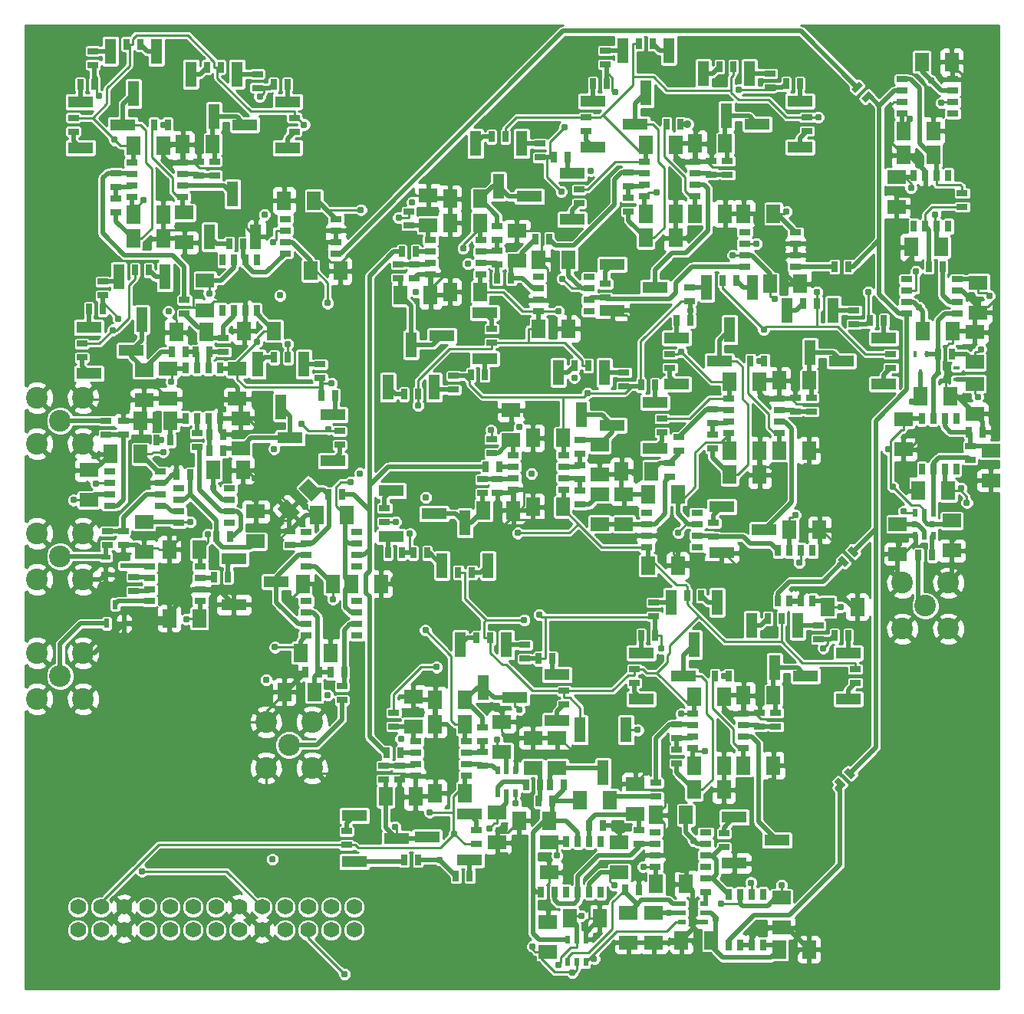
<source format=gtl>
G04 (created by PCBNEW (2013-may-18)-stable) date 2014年05月08日 星期四 12时33分24秒*
%MOIN*%
G04 Gerber Fmt 3.4, Leading zero omitted, Abs format*
%FSLAX34Y34*%
G01*
G70*
G90*
G04 APERTURE LIST*
%ADD10C,0.00590551*%
%ADD11C,0.0693*%
%ADD12R,0.02X0.038*%
%ADD13R,0.038X0.02*%
%ADD14R,0.0236X0.0394*%
%ADD15R,0.0394X0.0236*%
%ADD16R,0.05X0.025*%
%ADD17R,0.025X0.05*%
%ADD18R,0.08X0.06*%
%ADD19R,0.06X0.08*%
%ADD20R,0.025X0.045*%
%ADD21R,0.045X0.025*%
%ADD22R,0.028X0.018*%
%ADD23R,0.018X0.028*%
%ADD24R,0.05X0.11*%
%ADD25R,0.11X0.05*%
%ADD26C,0.0944882*%
%ADD27C,0.031*%
%ADD28C,0.035*%
%ADD29C,0.01*%
%ADD30C,0.02*%
G04 APERTURE END LIST*
G54D10*
G54D11*
X49500Y-59125D03*
X49500Y-60125D03*
X46500Y-59125D03*
X46500Y-60125D03*
X45500Y-59125D03*
X45500Y-60125D03*
X37500Y-60125D03*
X37500Y-59125D03*
X38500Y-60125D03*
X38500Y-59125D03*
X39500Y-60125D03*
X39500Y-59125D03*
X40500Y-60125D03*
X40500Y-59125D03*
X41500Y-60125D03*
X41500Y-59125D03*
X42500Y-60125D03*
X42500Y-59125D03*
X43500Y-60125D03*
X43500Y-59125D03*
X44500Y-60125D03*
X44500Y-59125D03*
X47500Y-60125D03*
X47500Y-59125D03*
X48500Y-60125D03*
X48500Y-59125D03*
G54D12*
X74665Y-41985D03*
X74275Y-41985D03*
X73885Y-41985D03*
X73885Y-42965D03*
X74275Y-42965D03*
X74665Y-42965D03*
X58785Y-61515D03*
X59175Y-61515D03*
X59565Y-61515D03*
X59565Y-60535D03*
X59175Y-60535D03*
X58785Y-60535D03*
G54D13*
X63735Y-58985D03*
X63735Y-59375D03*
X63735Y-59765D03*
X64715Y-59765D03*
X64715Y-59375D03*
X64715Y-58985D03*
G54D12*
X55735Y-54165D03*
X56125Y-54165D03*
X56515Y-54165D03*
X56515Y-53185D03*
X56125Y-53185D03*
X55735Y-53185D03*
G54D14*
X38750Y-46791D03*
X39125Y-45959D03*
X39500Y-46791D03*
G54D15*
X38709Y-43900D03*
X39541Y-44275D03*
X38709Y-44650D03*
G54D16*
X42050Y-28249D03*
X42050Y-27749D03*
X42050Y-27249D03*
X42050Y-26749D03*
X39850Y-26749D03*
X39850Y-27249D03*
X39850Y-27749D03*
X39850Y-28249D03*
G54D17*
X60225Y-56275D03*
X59725Y-56275D03*
X59225Y-56275D03*
X58725Y-56275D03*
X58725Y-58475D03*
X59225Y-58475D03*
X59725Y-58475D03*
X60225Y-58475D03*
G54D16*
X62575Y-55875D03*
X62575Y-56375D03*
X62575Y-56875D03*
X62575Y-57375D03*
X64775Y-57375D03*
X64775Y-56875D03*
X64775Y-56375D03*
X64775Y-55875D03*
X56425Y-39475D03*
X56425Y-39975D03*
X56425Y-40475D03*
X56425Y-40975D03*
X58625Y-40975D03*
X58625Y-40475D03*
X58625Y-39975D03*
X58625Y-39475D03*
X40625Y-44325D03*
X40625Y-44825D03*
X40625Y-45325D03*
X40625Y-45825D03*
X42825Y-45825D03*
X42825Y-45325D03*
X42825Y-44825D03*
X42825Y-44325D03*
X52175Y-51925D03*
X52175Y-52425D03*
X52175Y-52925D03*
X52175Y-53425D03*
X54375Y-53425D03*
X54375Y-52925D03*
X54375Y-52425D03*
X54375Y-51925D03*
X47425Y-42825D03*
X47425Y-43325D03*
X47425Y-43825D03*
X47425Y-44325D03*
X49625Y-44325D03*
X49625Y-43825D03*
X49625Y-43325D03*
X49625Y-42825D03*
G54D17*
X75325Y-27325D03*
X74825Y-27325D03*
X74325Y-27325D03*
X73825Y-27325D03*
X73825Y-29525D03*
X74325Y-29525D03*
X74825Y-29525D03*
X75325Y-29525D03*
G54D16*
X48700Y-30700D03*
X48700Y-30200D03*
X48700Y-29700D03*
X48700Y-29200D03*
X46500Y-29200D03*
X46500Y-29700D03*
X46500Y-30200D03*
X46500Y-30700D03*
X47425Y-45825D03*
X47425Y-46325D03*
X47425Y-46825D03*
X47425Y-47325D03*
X49625Y-47325D03*
X49625Y-46825D03*
X49625Y-46325D03*
X49625Y-45825D03*
G54D17*
X43775Y-33175D03*
X44275Y-33175D03*
X44775Y-33175D03*
X45275Y-33175D03*
X45275Y-30975D03*
X44775Y-30975D03*
X44275Y-30975D03*
X43775Y-30975D03*
G54D16*
X67975Y-38525D03*
X67975Y-38025D03*
X67975Y-37525D03*
X67975Y-37025D03*
X65775Y-37025D03*
X65775Y-37525D03*
X65775Y-38025D03*
X65775Y-38525D03*
G54D17*
X42175Y-37875D03*
X42675Y-37875D03*
X43175Y-37875D03*
X43675Y-37875D03*
X43675Y-35675D03*
X43175Y-35675D03*
X42675Y-35675D03*
X42175Y-35675D03*
X67925Y-45825D03*
X68425Y-45825D03*
X68925Y-45825D03*
X69425Y-45825D03*
X69425Y-43625D03*
X68925Y-43625D03*
X68425Y-43625D03*
X67925Y-43625D03*
X65775Y-60775D03*
X66275Y-60775D03*
X66775Y-60775D03*
X67275Y-60775D03*
X67275Y-58575D03*
X66775Y-58575D03*
X66275Y-58575D03*
X65775Y-58575D03*
G54D16*
X68675Y-31275D03*
X68675Y-30775D03*
X68675Y-30275D03*
X68675Y-29775D03*
X66475Y-29775D03*
X66475Y-30275D03*
X66475Y-30775D03*
X66475Y-31275D03*
X41875Y-40925D03*
X41875Y-41425D03*
X41875Y-41925D03*
X41875Y-42425D03*
X44075Y-42425D03*
X44075Y-41925D03*
X44075Y-41425D03*
X44075Y-40925D03*
X66425Y-52225D03*
X66425Y-51725D03*
X66425Y-51225D03*
X66425Y-50725D03*
X64225Y-50725D03*
X64225Y-51225D03*
X64225Y-51725D03*
X64225Y-52225D03*
X41075Y-41675D03*
X41075Y-41175D03*
X41075Y-40675D03*
X41075Y-40175D03*
X38875Y-40175D03*
X38875Y-40675D03*
X38875Y-41175D03*
X38875Y-41675D03*
X57525Y-31725D03*
X57525Y-32225D03*
X57525Y-32725D03*
X57525Y-33225D03*
X59725Y-33225D03*
X59725Y-32725D03*
X59725Y-32225D03*
X59725Y-31725D03*
X73325Y-23125D03*
X73325Y-23625D03*
X73325Y-24125D03*
X73325Y-24625D03*
X75525Y-24625D03*
X75525Y-24125D03*
X75525Y-23625D03*
X75525Y-23125D03*
X62225Y-41975D03*
X62225Y-42475D03*
X62225Y-42975D03*
X62225Y-43475D03*
X64425Y-43475D03*
X64425Y-42975D03*
X64425Y-42475D03*
X64425Y-41975D03*
G54D17*
X75675Y-37875D03*
X75175Y-37875D03*
X74675Y-37875D03*
X74175Y-37875D03*
X74175Y-40075D03*
X74675Y-40075D03*
X75175Y-40075D03*
X75675Y-40075D03*
G54D16*
X64325Y-28225D03*
X64325Y-27725D03*
X64325Y-27225D03*
X64325Y-26725D03*
X62125Y-26725D03*
X62125Y-27225D03*
X62125Y-27725D03*
X62125Y-28225D03*
X75725Y-33325D03*
X75725Y-32825D03*
X75725Y-32325D03*
X75725Y-31825D03*
X73525Y-31825D03*
X73525Y-32325D03*
X73525Y-32825D03*
X73525Y-33325D03*
X52825Y-30125D03*
X52825Y-30625D03*
X52825Y-31125D03*
X52825Y-31625D03*
X55025Y-31625D03*
X55025Y-31125D03*
X55025Y-30625D03*
X55025Y-30125D03*
G54D18*
X40375Y-43675D03*
X40375Y-42375D03*
G54D19*
X54325Y-50125D03*
X53025Y-50125D03*
X51525Y-32525D03*
X52825Y-32525D03*
G54D18*
X37975Y-40125D03*
X37975Y-41425D03*
G54D19*
X40225Y-39425D03*
X38925Y-39425D03*
X50875Y-54325D03*
X52175Y-54325D03*
X62175Y-30025D03*
X63475Y-30025D03*
G54D18*
X52075Y-51275D03*
X52075Y-49975D03*
G54D19*
X64275Y-52975D03*
X65575Y-52975D03*
X65575Y-49975D03*
X64275Y-49975D03*
X43375Y-40125D03*
X44675Y-40125D03*
X66425Y-52975D03*
X67725Y-52975D03*
G54D18*
X45225Y-43225D03*
X45225Y-41925D03*
G54D19*
X54975Y-28325D03*
X53675Y-28325D03*
X65625Y-25925D03*
X64325Y-25925D03*
X64275Y-54025D03*
X65575Y-54025D03*
X41525Y-37975D03*
X40225Y-37975D03*
X63475Y-25975D03*
X62175Y-25975D03*
X57975Y-55375D03*
X56675Y-55375D03*
G54D18*
X61725Y-55075D03*
X61725Y-53775D03*
X40375Y-35775D03*
X40375Y-37075D03*
X57275Y-53075D03*
X57275Y-51775D03*
X58325Y-53075D03*
X58325Y-51775D03*
G54D19*
X62175Y-28975D03*
X63475Y-28975D03*
G54D18*
X61425Y-60675D03*
X61425Y-59375D03*
X43025Y-31875D03*
X43025Y-33175D03*
X44425Y-37025D03*
X44425Y-35725D03*
X41425Y-35725D03*
X41425Y-37025D03*
G54D19*
X64325Y-28975D03*
X65625Y-28975D03*
X54325Y-51175D03*
X53025Y-51175D03*
X53025Y-54175D03*
X54325Y-54175D03*
X43075Y-34125D03*
X41775Y-34125D03*
X44725Y-34075D03*
X46025Y-34075D03*
X58825Y-33975D03*
X57525Y-33975D03*
X49375Y-45075D03*
X50675Y-45075D03*
X47275Y-45075D03*
X48575Y-45075D03*
X49175Y-42075D03*
X47875Y-42075D03*
G54D10*
G36*
X47513Y-40470D02*
X48079Y-41036D01*
X47655Y-41460D01*
X47089Y-40894D01*
X47513Y-40470D01*
X47513Y-40470D01*
G37*
G36*
X46594Y-41389D02*
X47160Y-41955D01*
X46736Y-42379D01*
X46170Y-41813D01*
X46594Y-41389D01*
X46594Y-41389D01*
G37*
G54D19*
X58825Y-30975D03*
X57525Y-30975D03*
X48475Y-48075D03*
X47175Y-48075D03*
X58875Y-59625D03*
X60175Y-59625D03*
G54D18*
X57925Y-59775D03*
X57925Y-61075D03*
G54D19*
X42775Y-43575D03*
X41475Y-43575D03*
X41475Y-46575D03*
X42775Y-46575D03*
G54D18*
X55725Y-56325D03*
X55725Y-55025D03*
G54D19*
X67725Y-28975D03*
X66425Y-28975D03*
G54D18*
X68075Y-60025D03*
X68075Y-58725D03*
G54D19*
X67975Y-60975D03*
X69275Y-60975D03*
G54D18*
X52725Y-29475D03*
X52725Y-28175D03*
G54D19*
X67725Y-49925D03*
X66425Y-49925D03*
X53675Y-32375D03*
X54975Y-32375D03*
G54D18*
X55925Y-52375D03*
X55925Y-51075D03*
G54D19*
X68875Y-32025D03*
X67575Y-32025D03*
X65025Y-60575D03*
X63725Y-60575D03*
G54D18*
X62525Y-60675D03*
X62525Y-59375D03*
G54D19*
X54975Y-29375D03*
X53675Y-29375D03*
X69725Y-42725D03*
X68425Y-42725D03*
X70075Y-46075D03*
X71375Y-46075D03*
X47775Y-49775D03*
X46475Y-49775D03*
G54D18*
X56575Y-31025D03*
X56575Y-29725D03*
G54D19*
X58575Y-38725D03*
X57275Y-38725D03*
X57275Y-41725D03*
X58575Y-41725D03*
G54D18*
X56325Y-38825D03*
X56325Y-37525D03*
G54D19*
X74675Y-26425D03*
X73375Y-26425D03*
G54D18*
X73375Y-39225D03*
X73375Y-37925D03*
G54D19*
X75325Y-41025D03*
X74025Y-41025D03*
G54D18*
X73075Y-28675D03*
X73075Y-27375D03*
G54D19*
X75025Y-30425D03*
X73725Y-30425D03*
G54D18*
X60175Y-39025D03*
X60175Y-40325D03*
G54D19*
X48900Y-31450D03*
X47600Y-31450D03*
X47750Y-28399D03*
X46450Y-28399D03*
G54D18*
X77175Y-40575D03*
X77175Y-39275D03*
G54D19*
X55125Y-41875D03*
X56425Y-41875D03*
X65825Y-39275D03*
X67125Y-39275D03*
X67125Y-36275D03*
X65825Y-36275D03*
X67975Y-39275D03*
X69275Y-39275D03*
X65825Y-40325D03*
X67125Y-40325D03*
X43350Y-25950D03*
X42050Y-25950D03*
G54D18*
X75475Y-43625D03*
X75475Y-42325D03*
X73125Y-42475D03*
X73125Y-43775D03*
G54D19*
X75525Y-34075D03*
X74225Y-34075D03*
G54D18*
X76625Y-31975D03*
X76625Y-33275D03*
G54D19*
X75475Y-22375D03*
X74175Y-22375D03*
G54D18*
X61025Y-57625D03*
X61025Y-56325D03*
G54D19*
X73375Y-25375D03*
X74675Y-25375D03*
G54D18*
X60175Y-41175D03*
X60175Y-42475D03*
X76475Y-36375D03*
X76475Y-37675D03*
G54D19*
X63575Y-41175D03*
X62275Y-41175D03*
X63575Y-44275D03*
X62275Y-44275D03*
G54D18*
X61225Y-42475D03*
X61225Y-41175D03*
G54D19*
X74125Y-36925D03*
X75425Y-36925D03*
X61125Y-40175D03*
X62425Y-40175D03*
G54D18*
X76475Y-34125D03*
X76475Y-35425D03*
G54D19*
X60625Y-54475D03*
X59325Y-54475D03*
G54D18*
X44575Y-39175D03*
X44575Y-37875D03*
G54D19*
X39900Y-30050D03*
X41200Y-30050D03*
X41200Y-25999D03*
X39900Y-25999D03*
X39900Y-28999D03*
X41200Y-28999D03*
G54D18*
X42125Y-28925D03*
X42125Y-30225D03*
G54D19*
X63925Y-55125D03*
X62625Y-55125D03*
X69275Y-36225D03*
X67975Y-36225D03*
X63925Y-58125D03*
X62625Y-58125D03*
G54D18*
X57975Y-57625D03*
X57975Y-56325D03*
G54D20*
X40575Y-31425D03*
X39975Y-31425D03*
X76825Y-38475D03*
X76225Y-38475D03*
X40925Y-38825D03*
X41525Y-38825D03*
X42175Y-34975D03*
X41575Y-34975D03*
X42625Y-34975D03*
X43225Y-34975D03*
G54D21*
X43450Y-26699D03*
X43450Y-27299D03*
G54D20*
X65375Y-22575D03*
X65975Y-22575D03*
X51575Y-30625D03*
X52175Y-30625D03*
X62475Y-21575D03*
X61875Y-21575D03*
X46625Y-35225D03*
X46025Y-35225D03*
G54D21*
X60425Y-22475D03*
X60425Y-21875D03*
G54D20*
X60475Y-23325D03*
X59875Y-23325D03*
G54D21*
X48025Y-35525D03*
X48025Y-36125D03*
X59575Y-25375D03*
X59575Y-24775D03*
X69175Y-25375D03*
X69175Y-24775D03*
G54D20*
X68275Y-23325D03*
X68875Y-23325D03*
G54D21*
X67575Y-23475D03*
X67575Y-22875D03*
X38575Y-32525D03*
X38575Y-31925D03*
X48875Y-38425D03*
X48875Y-39025D03*
G54D20*
X48675Y-36875D03*
X48075Y-36875D03*
G54D21*
X37675Y-35225D03*
X37675Y-34625D03*
X76275Y-39075D03*
X76275Y-39675D03*
G54D20*
X38575Y-33125D03*
X37975Y-33125D03*
G54D21*
X37300Y-25399D03*
X37300Y-24799D03*
X39475Y-38575D03*
X39475Y-37975D03*
X38725Y-37975D03*
X38725Y-38575D03*
X39475Y-42775D03*
X39475Y-43375D03*
X48975Y-49525D03*
X48975Y-50125D03*
X46900Y-25399D03*
X46900Y-24799D03*
X38775Y-43375D03*
X38775Y-42775D03*
G54D20*
X43525Y-43025D03*
X44125Y-43025D03*
X42375Y-40325D03*
X41775Y-40325D03*
X46000Y-23350D03*
X46600Y-23350D03*
X43100Y-22599D03*
X43700Y-22599D03*
G54D21*
X46725Y-43375D03*
X46725Y-42775D03*
X42750Y-27299D03*
X42750Y-26699D03*
G54D20*
X43425Y-44775D03*
X44025Y-44775D03*
G54D21*
X45300Y-23499D03*
X45300Y-22899D03*
X39150Y-27799D03*
X39150Y-27199D03*
X39150Y-28299D03*
X39150Y-28899D03*
G54D20*
X43225Y-38575D03*
X43825Y-38575D03*
X74475Y-31275D03*
X75075Y-31275D03*
X43825Y-39275D03*
X43225Y-39275D03*
G54D21*
X75925Y-28075D03*
X75925Y-28675D03*
G54D20*
X48375Y-41175D03*
X48975Y-41175D03*
X75475Y-35075D03*
X74875Y-35075D03*
X41400Y-25099D03*
X40800Y-25099D03*
X44675Y-30275D03*
X44075Y-30275D03*
G54D21*
X42125Y-33325D03*
X42125Y-32725D03*
G54D20*
X40200Y-21599D03*
X39600Y-21599D03*
G54D21*
X43825Y-34975D03*
X43825Y-34375D03*
G54D20*
X48475Y-48925D03*
X49075Y-48925D03*
X47975Y-48925D03*
X47375Y-48925D03*
G54D21*
X38150Y-22499D03*
X38150Y-21899D03*
G54D20*
X38200Y-23350D03*
X37600Y-23350D03*
G54D21*
X56925Y-48325D03*
X56925Y-47725D03*
X62625Y-54325D03*
X62625Y-53725D03*
G54D20*
X51575Y-43725D03*
X50975Y-43725D03*
X58025Y-53825D03*
X58625Y-53825D03*
X57625Y-58475D03*
X58225Y-58475D03*
G54D21*
X50825Y-41775D03*
X50825Y-42375D03*
G54D20*
X63675Y-25075D03*
X63075Y-25075D03*
G54D21*
X64775Y-57875D03*
X64775Y-58475D03*
G54D20*
X61275Y-58375D03*
X61875Y-58375D03*
G54D21*
X50775Y-53575D03*
X50775Y-52975D03*
X51475Y-52975D03*
X51475Y-53575D03*
X55075Y-52375D03*
X55075Y-52975D03*
X55075Y-51925D03*
X55075Y-51325D03*
X51225Y-50675D03*
X51225Y-51275D03*
X58625Y-50325D03*
X58625Y-49725D03*
G54D20*
X57525Y-48325D03*
X58125Y-48325D03*
X57525Y-54525D03*
X58125Y-54525D03*
X59075Y-35575D03*
X59675Y-35575D03*
X54825Y-47425D03*
X55425Y-47425D03*
G54D21*
X61225Y-36475D03*
X61225Y-35875D03*
G54D20*
X61975Y-36425D03*
X62575Y-36425D03*
G54D21*
X49175Y-55825D03*
X49175Y-56425D03*
G54D20*
X52275Y-57075D03*
X51675Y-57075D03*
X53925Y-57775D03*
X54525Y-57775D03*
G54D21*
X54825Y-55775D03*
X54825Y-56375D03*
X67825Y-50675D03*
X67825Y-51275D03*
X67125Y-51275D03*
X67125Y-50675D03*
X63525Y-51775D03*
X63525Y-51175D03*
G54D20*
X65775Y-49075D03*
X65175Y-49075D03*
G54D21*
X62875Y-38475D03*
X62875Y-37875D03*
G54D20*
X64575Y-45575D03*
X63975Y-45575D03*
X64125Y-33625D03*
X63525Y-33625D03*
G54D21*
X63225Y-35675D03*
X63225Y-35075D03*
X64075Y-32775D03*
X64075Y-32175D03*
G54D20*
X66125Y-31875D03*
X65525Y-31875D03*
G54D21*
X72825Y-35675D03*
X72825Y-35075D03*
G54D20*
X71925Y-33625D03*
X72525Y-33625D03*
G54D21*
X71225Y-33775D03*
X71225Y-33175D03*
G54D20*
X69025Y-32875D03*
X69625Y-32875D03*
X67325Y-35375D03*
X66725Y-35375D03*
G54D21*
X65075Y-38575D03*
X65075Y-39175D03*
X63525Y-52275D03*
X63525Y-52875D03*
X65075Y-38075D03*
X65075Y-37475D03*
X68675Y-37575D03*
X68675Y-36975D03*
G54D20*
X56975Y-53825D03*
X57575Y-53825D03*
G54D21*
X65575Y-56525D03*
X65575Y-55925D03*
X69375Y-36975D03*
X69375Y-37575D03*
X61875Y-56375D03*
X61875Y-55775D03*
G54D20*
X59725Y-55575D03*
X60325Y-55575D03*
X54625Y-44575D03*
X54025Y-44575D03*
X52075Y-43725D03*
X52675Y-43725D03*
G54D21*
X57575Y-26525D03*
X57575Y-25925D03*
G54D20*
X57375Y-30075D03*
X57975Y-30075D03*
G54D21*
X60425Y-32625D03*
X60425Y-32025D03*
X63225Y-39825D03*
X63225Y-40425D03*
X51425Y-31775D03*
X51425Y-31175D03*
X52125Y-31175D03*
X52125Y-31775D03*
X55725Y-30575D03*
X55725Y-31175D03*
X65125Y-43025D03*
X65125Y-42425D03*
X55725Y-30125D03*
X55725Y-29525D03*
X51875Y-28875D03*
X51875Y-29475D03*
X63625Y-38675D03*
X63625Y-39275D03*
X59325Y-41025D03*
X59325Y-41625D03*
G54D20*
X74625Y-43825D03*
X74025Y-43825D03*
G54D10*
G36*
X71115Y-23533D02*
X71433Y-23215D01*
X71610Y-23392D01*
X71292Y-23710D01*
X71115Y-23533D01*
X71115Y-23533D01*
G37*
G36*
X71539Y-23957D02*
X71857Y-23639D01*
X72034Y-23816D01*
X71716Y-24134D01*
X71539Y-23957D01*
X71539Y-23957D01*
G37*
G54D21*
X59275Y-28525D03*
X59275Y-27925D03*
G54D20*
X58175Y-26525D03*
X58775Y-26525D03*
X62575Y-47325D03*
X61975Y-47325D03*
X55475Y-25625D03*
X56075Y-25625D03*
G54D21*
X42675Y-38525D03*
X42675Y-39125D03*
G54D10*
G36*
X70683Y-53984D02*
X70365Y-53666D01*
X70542Y-53489D01*
X70860Y-53807D01*
X70683Y-53984D01*
X70683Y-53984D01*
G37*
G36*
X71107Y-53560D02*
X70789Y-53242D01*
X70966Y-53065D01*
X71284Y-53383D01*
X71107Y-53560D01*
X71107Y-53560D01*
G37*
G54D20*
X51675Y-36825D03*
X52275Y-36825D03*
G54D21*
X53825Y-36025D03*
X53825Y-36625D03*
G54D10*
G36*
X70833Y-44334D02*
X70515Y-44016D01*
X70692Y-43839D01*
X71010Y-44157D01*
X70833Y-44334D01*
X70833Y-44334D01*
G37*
G36*
X71257Y-43910D02*
X70939Y-43592D01*
X71116Y-43415D01*
X71434Y-43733D01*
X71257Y-43910D01*
X71257Y-43910D01*
G37*
G54D20*
X70375Y-31275D03*
X70975Y-31275D03*
X54575Y-35975D03*
X55175Y-35975D03*
G54D21*
X55475Y-33975D03*
X55475Y-34575D03*
X65725Y-26675D03*
X65725Y-27275D03*
X65025Y-27275D03*
X65025Y-26675D03*
X61425Y-27775D03*
X61425Y-27175D03*
G54D20*
X50925Y-52425D03*
X51525Y-52425D03*
X55225Y-39975D03*
X55825Y-39975D03*
G54D21*
X61425Y-28275D03*
X61425Y-28875D03*
X59325Y-39425D03*
X59325Y-38825D03*
X62525Y-46475D03*
X62525Y-45875D03*
X61675Y-49375D03*
X61675Y-48775D03*
X55475Y-38775D03*
X55475Y-39375D03*
X71275Y-49375D03*
X71275Y-48775D03*
G54D20*
X70375Y-47325D03*
X70975Y-47325D03*
G54D21*
X69675Y-47475D03*
X69675Y-46875D03*
G54D20*
X67475Y-46575D03*
X68075Y-46575D03*
X55725Y-31775D03*
X56325Y-31775D03*
G54D21*
X59325Y-39925D03*
X59325Y-40525D03*
X39925Y-44775D03*
X39925Y-45375D03*
X55075Y-41125D03*
X55075Y-40525D03*
X55725Y-40525D03*
X55725Y-41125D03*
G54D22*
X75675Y-36185D03*
X75675Y-35665D03*
X74875Y-35925D03*
G54D23*
X74385Y-35075D03*
X73865Y-35075D03*
X74125Y-35875D03*
G54D24*
X54325Y-42425D03*
X53325Y-44275D03*
X55325Y-44275D03*
G54D25*
X65375Y-35375D03*
X63525Y-34375D03*
X63525Y-36375D03*
X52975Y-42025D03*
X51125Y-41025D03*
X51125Y-43025D03*
G54D24*
X65825Y-34025D03*
X66825Y-32175D03*
X64825Y-32175D03*
G54D25*
X67325Y-42725D03*
X65475Y-41725D03*
X65475Y-43725D03*
G54D24*
X40275Y-33575D03*
X41275Y-31725D03*
X39275Y-31725D03*
G54D25*
X60725Y-38175D03*
X62575Y-39175D03*
X62575Y-37175D03*
G54D24*
X59375Y-37725D03*
X60375Y-35875D03*
X58375Y-35875D03*
G54D25*
X63825Y-49075D03*
X61975Y-48075D03*
X61975Y-50075D03*
X69125Y-49075D03*
X70975Y-50075D03*
X70975Y-48075D03*
G54D24*
X67775Y-48725D03*
X68775Y-46875D03*
X66775Y-46875D03*
G54D25*
X46125Y-44975D03*
X44275Y-43975D03*
X44275Y-45975D03*
X62575Y-32175D03*
X60725Y-31175D03*
X60725Y-33175D03*
X57125Y-28225D03*
X58975Y-29225D03*
X58975Y-27225D03*
G54D24*
X55775Y-27775D03*
X56775Y-25925D03*
X54775Y-25925D03*
X51975Y-34675D03*
X50975Y-36525D03*
X52975Y-36525D03*
G54D25*
X53325Y-34275D03*
X55175Y-35275D03*
X55175Y-33275D03*
G54D24*
X65675Y-24725D03*
X66675Y-22875D03*
X64675Y-22875D03*
G54D25*
X67025Y-25075D03*
X68875Y-26075D03*
X68875Y-24075D03*
X61725Y-25075D03*
X59875Y-24075D03*
X59875Y-26075D03*
G54D24*
X62175Y-23725D03*
X63175Y-21875D03*
X61175Y-21875D03*
G54D25*
X52675Y-56075D03*
X54525Y-57075D03*
X54525Y-55075D03*
X70675Y-35375D03*
X72525Y-36375D03*
X72525Y-34375D03*
G54D24*
X69325Y-35025D03*
X70325Y-33175D03*
X68325Y-33175D03*
X43400Y-24750D03*
X44400Y-22900D03*
X42400Y-22900D03*
G54D25*
X44750Y-25099D03*
X46600Y-26099D03*
X46600Y-24099D03*
X39450Y-25099D03*
X37600Y-24099D03*
X37600Y-26099D03*
G54D24*
X39900Y-23750D03*
X40900Y-21900D03*
X38900Y-21900D03*
G54D25*
X67875Y-56225D03*
X66025Y-55225D03*
X66025Y-57225D03*
X46725Y-38725D03*
X48575Y-39725D03*
X48575Y-37725D03*
G54D24*
X46325Y-37375D03*
X47325Y-35525D03*
X45325Y-35525D03*
X60325Y-53275D03*
X61325Y-51425D03*
X59325Y-51425D03*
G54D25*
X39825Y-34925D03*
X37975Y-33925D03*
X37975Y-35925D03*
X56475Y-50025D03*
X58325Y-51025D03*
X58325Y-49025D03*
G54D24*
X55125Y-49575D03*
X56125Y-47725D03*
X54125Y-47725D03*
X44225Y-28125D03*
X43225Y-29975D03*
X45225Y-29975D03*
G54D25*
X51350Y-56150D03*
X49500Y-55150D03*
X49500Y-57150D03*
G54D24*
X64275Y-47725D03*
X65275Y-45875D03*
X63275Y-45875D03*
G54D26*
X36725Y-49075D03*
X35725Y-48075D03*
X37725Y-48075D03*
X37725Y-50075D03*
X35725Y-50075D03*
X36725Y-43875D03*
X35725Y-42875D03*
X37725Y-42875D03*
X37725Y-44875D03*
X35725Y-44875D03*
X36725Y-37975D03*
X35725Y-36975D03*
X37725Y-36975D03*
X37725Y-38975D03*
X35725Y-38975D03*
X46675Y-52075D03*
X47675Y-51075D03*
X47675Y-53075D03*
X45675Y-53075D03*
X45675Y-51075D03*
X74325Y-46025D03*
X73325Y-45025D03*
X75325Y-45025D03*
X75325Y-47025D03*
X73325Y-47025D03*
G54D27*
X59375Y-59500D03*
X55725Y-51850D03*
X73650Y-24850D03*
X75880Y-40909D03*
X70634Y-46075D03*
X65225Y-59633D03*
X58373Y-61635D03*
X49796Y-28799D03*
X68286Y-28879D03*
X77105Y-32535D03*
X43141Y-42907D03*
X41202Y-39329D03*
X76129Y-41532D03*
X73850Y-42475D03*
X64125Y-33175D03*
X62650Y-28050D03*
X60858Y-23662D03*
X66208Y-23575D03*
X60800Y-58182D03*
X64259Y-56235D03*
X39250Y-33538D03*
X41559Y-36290D03*
X43202Y-32430D03*
X49351Y-40640D03*
X47220Y-38115D03*
X59646Y-36766D03*
X40360Y-28375D03*
X46612Y-34644D03*
X53225Y-57075D03*
X74756Y-29003D03*
X43375Y-40887D03*
X45403Y-23882D03*
X57550Y-46408D03*
X69891Y-47859D03*
X64738Y-52337D03*
X61830Y-51425D03*
X71850Y-32367D03*
X63593Y-42840D03*
X51931Y-42887D03*
X58551Y-31797D03*
X54237Y-30480D03*
X58504Y-28003D03*
X52600Y-47086D03*
X38410Y-23852D03*
X62850Y-47874D03*
X45686Y-49250D03*
X48385Y-38342D03*
X56678Y-38256D03*
X58645Y-25222D03*
X45605Y-29006D03*
X52190Y-32377D03*
X37310Y-41425D03*
X63189Y-59375D03*
X57260Y-60840D03*
X67771Y-32683D03*
X74049Y-33049D03*
X68667Y-42065D03*
X72907Y-40845D03*
X65437Y-58975D03*
X42212Y-46603D03*
X74568Y-23168D03*
X55379Y-55692D03*
X65962Y-30775D03*
X72716Y-39225D03*
X74620Y-42475D03*
X68075Y-58166D03*
X58982Y-61980D03*
X48354Y-32857D03*
X58383Y-33200D03*
X62069Y-57375D03*
X48575Y-45730D03*
X73700Y-27834D03*
X49758Y-40262D03*
X69625Y-32374D03*
X63726Y-34975D03*
X63710Y-50725D03*
X51305Y-42375D03*
X69665Y-24775D03*
X47331Y-25093D03*
X42383Y-42375D03*
X56617Y-42857D03*
X56893Y-46643D03*
X59066Y-36093D03*
X39024Y-34030D03*
X52026Y-28475D03*
X48509Y-36350D03*
X51532Y-51800D03*
X67300Y-34003D03*
X58325Y-56889D03*
X52275Y-37308D03*
X46025Y-39193D03*
X45281Y-34554D03*
X39091Y-25758D03*
X53864Y-55927D03*
X52775Y-54992D03*
X46061Y-47825D03*
X52615Y-41312D03*
X57205Y-40277D03*
X55450Y-38391D03*
X67125Y-35375D03*
X41435Y-33224D03*
X41125Y-38799D03*
X46275Y-32525D03*
X41200Y-25099D03*
X48356Y-49901D03*
X56514Y-54618D03*
X51291Y-55642D03*
X56681Y-50538D03*
X59930Y-61370D03*
X53090Y-48688D03*
X65575Y-49075D03*
X54457Y-31142D03*
X59780Y-27097D03*
X51436Y-29150D03*
G54D28*
X63975Y-25075D03*
G54D27*
X68846Y-44142D03*
X45985Y-30213D03*
X45952Y-57051D03*
X66747Y-58061D03*
X49090Y-62050D03*
X73389Y-41919D03*
X66981Y-30275D03*
X38277Y-40693D03*
X40290Y-57565D03*
X73925Y-31471D03*
X75016Y-24153D03*
X73750Y-37150D03*
X76603Y-36944D03*
X76739Y-34860D03*
X74100Y-28425D03*
X41500Y-47250D03*
X41925Y-43075D03*
X65475Y-32825D03*
X65050Y-33225D03*
X70200Y-34400D03*
X72225Y-33025D03*
X74625Y-33000D03*
X74525Y-32350D03*
X69800Y-30525D03*
X72825Y-31700D03*
X64725Y-25075D03*
X67675Y-26825D03*
X70425Y-41275D03*
X73175Y-43325D03*
X59075Y-52425D03*
X62175Y-53275D03*
X66725Y-48475D03*
X66525Y-44675D03*
X66225Y-45575D03*
X54675Y-58825D03*
X56125Y-59825D03*
X52975Y-60175D03*
X52875Y-58875D03*
X56625Y-58875D03*
X57875Y-59125D03*
X49525Y-52875D03*
X49525Y-51675D03*
X48425Y-53925D03*
X46875Y-55075D03*
X44425Y-47375D03*
X44875Y-48375D03*
X44025Y-49725D03*
X43475Y-51275D03*
X46725Y-45775D03*
X46325Y-43875D03*
X46125Y-41075D03*
X47375Y-41725D03*
X45175Y-40475D03*
X45175Y-41375D03*
X43825Y-37475D03*
X45275Y-38275D03*
X48325Y-33325D03*
X49775Y-33375D03*
X42575Y-36825D03*
X43475Y-36775D03*
X39575Y-36725D03*
X40875Y-36475D03*
X55700Y-50525D03*
X55858Y-42682D03*
X67687Y-39966D03*
X69144Y-39930D03*
X56833Y-32735D03*
X58735Y-42533D03*
X66025Y-57731D03*
X63615Y-57460D03*
X47615Y-30266D03*
X57710Y-37762D03*
X58647Y-57625D03*
X55050Y-36489D03*
X61136Y-55763D03*
X43710Y-28743D03*
X74025Y-38800D03*
X62731Y-42975D03*
X56051Y-26105D03*
X52225Y-50544D03*
X48475Y-47302D03*
X51557Y-44405D03*
X67600Y-53643D03*
X70485Y-45385D03*
X47919Y-34788D03*
X75984Y-37118D03*
X59645Y-59091D03*
X56095Y-56886D03*
X61688Y-40237D03*
X54065Y-46773D03*
X53675Y-33035D03*
X67255Y-29728D03*
X64045Y-30019D03*
X60010Y-28014D03*
X66678Y-54443D03*
X42501Y-34485D03*
X61507Y-33553D03*
X36200Y-59252D03*
G54D29*
X55925Y-52375D02*
X55725Y-52175D01*
X59000Y-59500D02*
X58875Y-59625D01*
X59375Y-59500D02*
X59000Y-59500D01*
X55725Y-52175D02*
X55725Y-51850D01*
X73375Y-25375D02*
X73375Y-25125D01*
X73375Y-25125D02*
X73650Y-24850D01*
X75880Y-41025D02*
X75880Y-40909D01*
G54D30*
X75175Y-40875D02*
X75325Y-41025D01*
X75175Y-40075D02*
X75175Y-40875D01*
X40975Y-40175D02*
X40225Y-39425D01*
X41075Y-40175D02*
X40975Y-40175D01*
X67625Y-61325D02*
X67975Y-60975D01*
X65525Y-61325D02*
X67625Y-61325D01*
X65025Y-60825D02*
X65525Y-61325D01*
X65025Y-60575D02*
X65025Y-60825D01*
X67775Y-60775D02*
X67975Y-60975D01*
X67275Y-60775D02*
X67775Y-60775D01*
X74275Y-42965D02*
X74275Y-42965D01*
G54D29*
X75325Y-41025D02*
X75775Y-41025D01*
X56125Y-53184D02*
X56125Y-53185D01*
G54D30*
X69825Y-45825D02*
X70075Y-46075D01*
X69425Y-45825D02*
X69825Y-45825D01*
G54D29*
X70075Y-46075D02*
X70525Y-46075D01*
X70525Y-46075D02*
X70634Y-46075D01*
X48700Y-29199D02*
X48700Y-29200D01*
G54D30*
X67875Y-28975D02*
X68675Y-29775D01*
X67725Y-28975D02*
X67875Y-28975D01*
X59175Y-59925D02*
X58875Y-59625D01*
G54D29*
X59175Y-60534D02*
X59175Y-60535D01*
G54D30*
X59175Y-60534D02*
X59175Y-59925D01*
X65225Y-59575D02*
X65225Y-59633D01*
X65025Y-59375D02*
X65225Y-59575D01*
X64715Y-59375D02*
X65025Y-59375D01*
X65225Y-60375D02*
X65025Y-60575D01*
X65225Y-59633D02*
X65225Y-60375D01*
G54D29*
X59175Y-60535D02*
X59175Y-60875D01*
G54D30*
X47900Y-28399D02*
X48300Y-28799D01*
X47750Y-28399D02*
X47900Y-28399D01*
X48300Y-28799D02*
X48700Y-29199D01*
G54D29*
X67725Y-28975D02*
X68175Y-28975D01*
X68271Y-28879D02*
X68175Y-28975D01*
X68286Y-28879D02*
X68271Y-28879D01*
G54D30*
X76475Y-31825D02*
X76625Y-31975D01*
X75725Y-31825D02*
X76475Y-31825D01*
G54D29*
X76625Y-31975D02*
X76625Y-32425D01*
X76625Y-32425D02*
X76995Y-32425D01*
X76995Y-32425D02*
X77105Y-32535D01*
G54D30*
X42825Y-43625D02*
X42800Y-43600D01*
X42825Y-44325D02*
X42825Y-43625D01*
X42800Y-43600D02*
X42775Y-43575D01*
G54D29*
X40771Y-39329D02*
X40675Y-39425D01*
X41202Y-39329D02*
X40771Y-39329D01*
X40225Y-39425D02*
X40675Y-39425D01*
X43141Y-43258D02*
X43141Y-42907D01*
X42800Y-43600D02*
X43141Y-43258D01*
X48300Y-28799D02*
X49796Y-28799D01*
X58483Y-61525D02*
X58373Y-61635D01*
X58483Y-61314D02*
X58483Y-61525D01*
X58922Y-60875D02*
X58483Y-61314D01*
X59175Y-60875D02*
X58922Y-60875D01*
G54D30*
X73850Y-42475D02*
X73125Y-42475D01*
X73975Y-42475D02*
X73850Y-42475D01*
X74275Y-42775D02*
X73975Y-42475D01*
X74275Y-42965D02*
X74275Y-42775D01*
G54D29*
X75775Y-41025D02*
X75880Y-41025D01*
X76129Y-41274D02*
X76129Y-41532D01*
X75880Y-41025D02*
X76129Y-41274D01*
X73325Y-24975D02*
X73325Y-25130D01*
G54D30*
X73325Y-25325D02*
X73375Y-25375D01*
X73325Y-25130D02*
X73325Y-25325D01*
X73325Y-24625D02*
X73325Y-24975D01*
X56125Y-53184D02*
X56125Y-52621D01*
X56125Y-52575D02*
X55925Y-52375D01*
X56125Y-52621D02*
X56125Y-52575D01*
G54D29*
X62125Y-28225D02*
X62300Y-28050D01*
X62300Y-28050D02*
X62650Y-28050D01*
G54D30*
X57525Y-48325D02*
X56925Y-48325D01*
X58625Y-38775D02*
X58575Y-38725D01*
X58625Y-39475D02*
X58625Y-38775D01*
X62125Y-28925D02*
X62175Y-28975D01*
X62125Y-28225D02*
X62125Y-28925D01*
X49125Y-44825D02*
X49375Y-45075D01*
X49125Y-43175D02*
X49125Y-44825D01*
X49275Y-43325D02*
X49125Y-43175D01*
X49625Y-43325D02*
X49275Y-43325D01*
X49125Y-45325D02*
X49375Y-45075D01*
X49125Y-46075D02*
X49125Y-45325D01*
X49375Y-46325D02*
X49125Y-46075D01*
X49625Y-46325D02*
X49375Y-46325D01*
X49125Y-42125D02*
X49137Y-42112D01*
X49125Y-43175D02*
X49125Y-42125D01*
X49137Y-42112D02*
X49175Y-42075D01*
G54D29*
X64075Y-32775D02*
X63699Y-32775D01*
G54D30*
X60475Y-23325D02*
X60475Y-22925D01*
X60475Y-22525D02*
X60425Y-22475D01*
X60475Y-22925D02*
X60475Y-22525D01*
X67575Y-23475D02*
X67850Y-23475D01*
X68125Y-23475D02*
X68275Y-23325D01*
X67850Y-23475D02*
X68125Y-23475D01*
G54D29*
X67749Y-23575D02*
X66208Y-23575D01*
X67850Y-23475D02*
X67749Y-23575D01*
G54D30*
X61950Y-36450D02*
X61975Y-36425D01*
G54D29*
X61950Y-34524D02*
X63699Y-32775D01*
X61950Y-36450D02*
X61950Y-34524D01*
G54D30*
X63575Y-41175D02*
X63575Y-41600D01*
X65775Y-38525D02*
X65775Y-38575D01*
X65775Y-39225D02*
X65825Y-39275D01*
X65775Y-38575D02*
X65775Y-39225D01*
G54D29*
X65450Y-38899D02*
X65775Y-38575D01*
X64776Y-38899D02*
X65450Y-38899D01*
X64331Y-39345D02*
X64776Y-38899D01*
X64331Y-40843D02*
X64331Y-39345D01*
X63575Y-41600D02*
X64331Y-40843D01*
G54D30*
X61225Y-36475D02*
X61575Y-36475D01*
X61925Y-36475D02*
X61950Y-36450D01*
X61575Y-36475D02*
X61925Y-36475D01*
X64125Y-32825D02*
X64075Y-32775D01*
X64125Y-33175D02*
X64125Y-32825D01*
X64125Y-33625D02*
X64125Y-33175D01*
X61025Y-57625D02*
X60625Y-57625D01*
X59725Y-58125D02*
X59725Y-58475D01*
X60225Y-57625D02*
X59725Y-58125D01*
X60625Y-57625D02*
X60225Y-57625D01*
X63925Y-55875D02*
X64285Y-56235D01*
X63925Y-55125D02*
X63925Y-55875D01*
X64425Y-56375D02*
X64775Y-56375D01*
X64285Y-56235D02*
X64425Y-56375D01*
G54D29*
X64259Y-56235D02*
X64285Y-56235D01*
X60625Y-58006D02*
X60800Y-58182D01*
X60625Y-57625D02*
X60625Y-58006D01*
G54D30*
X62575Y-46525D02*
X62550Y-46500D01*
X62575Y-47325D02*
X62575Y-46525D01*
X62550Y-46500D02*
X62525Y-46475D01*
G54D29*
X57525Y-48325D02*
X57800Y-48325D01*
G54D30*
X38575Y-32525D02*
X38575Y-32825D01*
X38575Y-32825D02*
X38575Y-33125D01*
G54D29*
X39250Y-33500D02*
X39250Y-33538D01*
X38575Y-32825D02*
X39250Y-33500D01*
G54D30*
X41425Y-35725D02*
X41587Y-35725D01*
X42125Y-35725D02*
X42175Y-35675D01*
X41587Y-35725D02*
X42125Y-35725D01*
G54D29*
X41587Y-36262D02*
X41559Y-36290D01*
X41587Y-35725D02*
X41587Y-36262D01*
G54D30*
X43025Y-31875D02*
X43375Y-31875D01*
X44275Y-31325D02*
X44275Y-30975D01*
X43725Y-31875D02*
X44275Y-31325D01*
X43375Y-31875D02*
X43725Y-31875D01*
G54D29*
X39850Y-28250D02*
X39850Y-28249D01*
X60741Y-23662D02*
X60858Y-23662D01*
X60712Y-23633D02*
X60741Y-23662D01*
X60712Y-23061D02*
X60712Y-23633D01*
X60575Y-22925D02*
X60712Y-23061D01*
X60475Y-22925D02*
X60575Y-22925D01*
G54D30*
X39850Y-28250D02*
X39850Y-28600D01*
X39850Y-28950D02*
X39900Y-28999D01*
X39850Y-28600D02*
X39850Y-28950D01*
G54D29*
X40134Y-28600D02*
X40360Y-28375D01*
X39850Y-28600D02*
X40134Y-28600D01*
G54D30*
X52275Y-57075D02*
X53225Y-57075D01*
X53225Y-57075D02*
X53925Y-57775D01*
X74825Y-29525D02*
X74825Y-29875D01*
X74825Y-30225D02*
X75025Y-30425D01*
X74825Y-29875D02*
X74825Y-30225D01*
G54D29*
X74756Y-29806D02*
X74756Y-29003D01*
X74825Y-29875D02*
X74756Y-29806D01*
G54D30*
X43375Y-41025D02*
X43375Y-40887D01*
X43775Y-41425D02*
X43375Y-41025D01*
X44075Y-41425D02*
X43775Y-41425D01*
X43375Y-40887D02*
X43375Y-40125D01*
X45300Y-23499D02*
X45575Y-23499D01*
X45850Y-23499D02*
X46000Y-23350D01*
X45575Y-23499D02*
X45850Y-23499D01*
G54D29*
X45575Y-23710D02*
X45403Y-23882D01*
X45575Y-23499D02*
X45575Y-23710D01*
X57800Y-46500D02*
X57800Y-48325D01*
X62550Y-46500D02*
X57800Y-46500D01*
X57641Y-46500D02*
X57550Y-46408D01*
X57800Y-46500D02*
X57641Y-46500D01*
G54D30*
X69675Y-47475D02*
X70087Y-47475D01*
X70225Y-47475D02*
X70375Y-47325D01*
X70087Y-47475D02*
X70225Y-47475D01*
G54D29*
X70087Y-47663D02*
X69891Y-47859D01*
X70087Y-47475D02*
X70087Y-47663D01*
G54D30*
X64225Y-52225D02*
X64225Y-52337D01*
X64225Y-52925D02*
X64275Y-52975D01*
X64225Y-52337D02*
X64225Y-52925D01*
G54D29*
X64225Y-52337D02*
X64738Y-52337D01*
X61325Y-51425D02*
X61725Y-51425D01*
X61725Y-51425D02*
X61830Y-51425D01*
G54D30*
X71775Y-33775D02*
X71850Y-33700D01*
X71225Y-33775D02*
X71775Y-33775D01*
X71850Y-33700D02*
X71925Y-33625D01*
X63575Y-42025D02*
X63981Y-42431D01*
X63575Y-41600D02*
X63575Y-42025D01*
X64025Y-42475D02*
X64425Y-42475D01*
X63981Y-42431D02*
X64025Y-42475D01*
X53825Y-36025D02*
X54293Y-36025D01*
X54525Y-36025D02*
X54575Y-35975D01*
X54293Y-36025D02*
X54525Y-36025D01*
G54D29*
X58575Y-36937D02*
X58575Y-38725D01*
X55060Y-36937D02*
X58575Y-36937D01*
X54518Y-36395D02*
X55060Y-36937D01*
X54518Y-36250D02*
X54518Y-36395D01*
X54293Y-36025D02*
X54518Y-36250D01*
G54D30*
X51575Y-43725D02*
X51900Y-43725D01*
X51900Y-43725D02*
X52075Y-43725D01*
X58825Y-31675D02*
X59375Y-32225D01*
X58825Y-30975D02*
X58825Y-31675D01*
X59375Y-32225D02*
X59725Y-32225D01*
G54D29*
X58978Y-32225D02*
X58551Y-31797D01*
X59375Y-32225D02*
X58978Y-32225D01*
G54D30*
X54975Y-30075D02*
X55025Y-30125D01*
X54975Y-29731D02*
X54975Y-30075D01*
X54975Y-29375D02*
X54975Y-29731D01*
G54D29*
X54237Y-30318D02*
X54237Y-30480D01*
X54824Y-29731D02*
X54237Y-30318D01*
X54975Y-29731D02*
X54824Y-29731D01*
G54D30*
X57875Y-26525D02*
X57575Y-26525D01*
G54D29*
X57875Y-27373D02*
X58504Y-28003D01*
X57875Y-26525D02*
X57875Y-27373D01*
G54D30*
X38200Y-23350D02*
X38200Y-22950D01*
X38200Y-22550D02*
X38150Y-22499D01*
X38200Y-22950D02*
X38200Y-22550D01*
G54D29*
X38300Y-23742D02*
X38410Y-23852D01*
X38300Y-23050D02*
X38300Y-23742D01*
X38200Y-22950D02*
X38300Y-23050D01*
X48928Y-40640D02*
X49351Y-40640D01*
X48699Y-40870D02*
X48928Y-40640D01*
X48699Y-41674D02*
X48699Y-40870D01*
X49137Y-42112D02*
X48699Y-41674D01*
X59474Y-36937D02*
X59646Y-36766D01*
X58575Y-36937D02*
X59474Y-36937D01*
X61283Y-36766D02*
X59646Y-36766D01*
X61575Y-36475D02*
X61283Y-36766D01*
X51900Y-42918D02*
X51931Y-42887D01*
X51900Y-43725D02*
X51900Y-42918D01*
X43202Y-32047D02*
X43202Y-32430D01*
X43375Y-31875D02*
X43202Y-32047D01*
X48875Y-38425D02*
X48499Y-38425D01*
X47529Y-38425D02*
X47220Y-38115D01*
X48499Y-38425D02*
X47529Y-38425D01*
X48417Y-38342D02*
X48499Y-38425D01*
X48385Y-38342D02*
X48417Y-38342D01*
X71850Y-33700D02*
X71850Y-32367D01*
X46625Y-34656D02*
X46612Y-34644D01*
X46625Y-35225D02*
X46625Y-34656D01*
G54D30*
X58175Y-26525D02*
X58025Y-26525D01*
X58025Y-26525D02*
X57875Y-26525D01*
G54D29*
X58025Y-25843D02*
X58645Y-25222D01*
X58025Y-26525D02*
X58025Y-25843D01*
G54D30*
X54325Y-51875D02*
X54375Y-51925D01*
X54325Y-51175D02*
X54325Y-51875D01*
G54D29*
X53724Y-48211D02*
X52600Y-47086D01*
X53724Y-51024D02*
X53724Y-48211D01*
X53874Y-51175D02*
X53724Y-51024D01*
X54325Y-51175D02*
X53874Y-51175D01*
X62575Y-47325D02*
X62850Y-47325D01*
X63593Y-42819D02*
X63593Y-42840D01*
X63981Y-42431D02*
X63593Y-42819D01*
X62850Y-47325D02*
X62850Y-47874D01*
G54D30*
X73425Y-37875D02*
X73375Y-37925D01*
X74175Y-37875D02*
X73425Y-37875D01*
X38225Y-41175D02*
X37975Y-41425D01*
X38875Y-41175D02*
X38225Y-41175D01*
X74275Y-41984D02*
X74275Y-41985D01*
G54D29*
X73375Y-37925D02*
X73375Y-38375D01*
G54D30*
X42825Y-46525D02*
X42775Y-46575D01*
X42825Y-45825D02*
X42825Y-46525D01*
G54D29*
X37975Y-41425D02*
X37424Y-41425D01*
X37424Y-41425D02*
X37310Y-41425D01*
X56125Y-54165D02*
X56125Y-54165D01*
G54D30*
X62525Y-59375D02*
X62949Y-59375D01*
X62949Y-59375D02*
X63735Y-59375D01*
G54D29*
X62950Y-59375D02*
X63189Y-59375D01*
X62949Y-59375D02*
X62950Y-59375D01*
G54D30*
X66775Y-30775D02*
X66475Y-30775D01*
X67575Y-31575D02*
X66775Y-30775D01*
X67575Y-32025D02*
X67575Y-31575D01*
X74225Y-33225D02*
X74049Y-33049D01*
X74225Y-34075D02*
X74225Y-33225D01*
X73825Y-32825D02*
X73525Y-32825D01*
X74049Y-33049D02*
X73825Y-32825D01*
X68425Y-43625D02*
X68425Y-42725D01*
G54D29*
X68558Y-42174D02*
X68667Y-42065D01*
X68425Y-42174D02*
X68558Y-42174D01*
X68425Y-42725D02*
X68425Y-42174D01*
G54D30*
X46500Y-30199D02*
X46500Y-30199D01*
G54D29*
X57925Y-61075D02*
X57618Y-61075D01*
X57618Y-61075D02*
X57374Y-61075D01*
X59175Y-61515D02*
X59175Y-61855D01*
X46500Y-30199D02*
X46500Y-30200D01*
G54D30*
X56125Y-54625D02*
X55725Y-55025D01*
X56125Y-54165D02*
X56125Y-54625D01*
X66375Y-59075D02*
X66275Y-58975D01*
X67475Y-59075D02*
X66375Y-59075D01*
X67825Y-58725D02*
X67475Y-59075D01*
X68075Y-58725D02*
X67825Y-58725D01*
X66275Y-58975D02*
X66275Y-58575D01*
G54D29*
X66274Y-58975D02*
X66275Y-58975D01*
X65437Y-58975D02*
X66274Y-58975D01*
X42775Y-46575D02*
X42324Y-46575D01*
X42296Y-46603D02*
X42324Y-46575D01*
X42212Y-46603D02*
X42296Y-46603D01*
X73707Y-41644D02*
X72907Y-40845D01*
X74062Y-41644D02*
X73707Y-41644D01*
X74275Y-41857D02*
X74062Y-41644D01*
X74275Y-41984D02*
X74275Y-41857D01*
G54D30*
X74175Y-22775D02*
X74568Y-23168D01*
X74175Y-22375D02*
X74175Y-22775D01*
X75025Y-23625D02*
X75525Y-23625D01*
X74568Y-23168D02*
X75025Y-23625D01*
G54D29*
X55725Y-55025D02*
X55725Y-55475D01*
X57260Y-60960D02*
X57260Y-60840D01*
X57374Y-61075D02*
X57260Y-60960D01*
X66475Y-30775D02*
X66074Y-30775D01*
X66074Y-30775D02*
X65962Y-30775D01*
X72824Y-40762D02*
X72824Y-39225D01*
X72907Y-40845D02*
X72824Y-40762D01*
X73290Y-38375D02*
X73375Y-38375D01*
X72824Y-38840D02*
X73290Y-38375D01*
X72824Y-39225D02*
X72824Y-38840D01*
X72824Y-39225D02*
X72716Y-39225D01*
X67663Y-32575D02*
X67771Y-32683D01*
X67575Y-32575D02*
X67663Y-32575D01*
X67575Y-32025D02*
X67575Y-32575D01*
G54D30*
X74425Y-42475D02*
X74620Y-42475D01*
X74275Y-42325D02*
X74425Y-42475D01*
X74275Y-41985D02*
X74275Y-42325D01*
X75325Y-42475D02*
X75475Y-42325D01*
X74620Y-42475D02*
X75325Y-42475D01*
G54D29*
X68075Y-58166D02*
X68075Y-58725D01*
X55597Y-55475D02*
X55725Y-55475D01*
X55379Y-55692D02*
X55597Y-55475D01*
X58982Y-61956D02*
X58982Y-61980D01*
X58231Y-61956D02*
X58982Y-61956D01*
X57618Y-61344D02*
X58231Y-61956D01*
X57618Y-61075D02*
X57618Y-61344D01*
X59073Y-61956D02*
X59175Y-61855D01*
X58982Y-61956D02*
X59073Y-61956D01*
G54D30*
X47600Y-31450D02*
X47600Y-31225D01*
X46800Y-30199D02*
X46500Y-30199D01*
X47600Y-30999D02*
X46800Y-30199D01*
X47600Y-31225D02*
X47600Y-30999D01*
G54D29*
X48354Y-31979D02*
X48354Y-32857D01*
X47600Y-31225D02*
X48354Y-31979D01*
G54D30*
X45275Y-33325D02*
X46025Y-34075D01*
X45275Y-33175D02*
X45275Y-33325D01*
X62625Y-57425D02*
X62575Y-57375D01*
X62625Y-58125D02*
X62625Y-57425D01*
G54D29*
X57950Y-33200D02*
X57925Y-33225D01*
X58383Y-33200D02*
X57950Y-33200D01*
X57525Y-33225D02*
X57925Y-33225D01*
G54D30*
X47825Y-44325D02*
X48575Y-45075D01*
X47425Y-44325D02*
X47825Y-44325D01*
X54975Y-31675D02*
X55025Y-31625D01*
X54975Y-32375D02*
X54975Y-31675D01*
G54D29*
X56820Y-33225D02*
X57525Y-33225D01*
X55970Y-32375D02*
X56820Y-33225D01*
X54975Y-32375D02*
X55970Y-32375D01*
G54D30*
X57525Y-33975D02*
X57525Y-33225D01*
G54D29*
X57525Y-33975D02*
X57074Y-33975D01*
G54D30*
X62175Y-25975D02*
X62175Y-26325D01*
X62175Y-26675D02*
X62125Y-26725D01*
X62175Y-26325D02*
X62175Y-26675D01*
X58625Y-41675D02*
X58600Y-41700D01*
X58625Y-40975D02*
X58625Y-41675D01*
X58600Y-41700D02*
X58575Y-41725D01*
X62275Y-44275D02*
X62275Y-43900D01*
X62275Y-43525D02*
X62225Y-43475D01*
X62275Y-43900D02*
X62275Y-43525D01*
G54D29*
X63900Y-45125D02*
X63975Y-45199D01*
X63500Y-45125D02*
X63900Y-45125D01*
X62275Y-43900D02*
X63500Y-45125D01*
X63975Y-45575D02*
X63975Y-45199D01*
G54D30*
X65825Y-36975D02*
X65800Y-37000D01*
X65825Y-36275D02*
X65825Y-36975D01*
X65800Y-37000D02*
X65775Y-37025D01*
G54D29*
X64071Y-37875D02*
X62875Y-37875D01*
X64946Y-37000D02*
X64071Y-37875D01*
X65800Y-37000D02*
X64946Y-37000D01*
G54D30*
X54325Y-54175D02*
X54325Y-53825D01*
X54325Y-53475D02*
X54375Y-53425D01*
X54325Y-53825D02*
X54325Y-53475D01*
G54D29*
X54825Y-56375D02*
X54449Y-56375D01*
X62575Y-57375D02*
X62174Y-57375D01*
X62174Y-57375D02*
X62069Y-57375D01*
G54D30*
X64275Y-49975D02*
X64275Y-50325D01*
X64275Y-50675D02*
X64225Y-50725D01*
X64275Y-50325D02*
X64275Y-50675D01*
G54D29*
X48575Y-45730D02*
X48575Y-45075D01*
G54D30*
X44425Y-35725D02*
X44262Y-35725D01*
X43725Y-35725D02*
X43675Y-35675D01*
X44262Y-35725D02*
X43725Y-35725D01*
G54D29*
X46025Y-34075D02*
X45574Y-34075D01*
G54D30*
X39900Y-26699D02*
X39875Y-26725D01*
X39900Y-25999D02*
X39900Y-26699D01*
X39875Y-26725D02*
X39850Y-26750D01*
G54D29*
X39874Y-26725D02*
X39850Y-26749D01*
X39875Y-26725D02*
X39874Y-26725D01*
G54D30*
X73075Y-27375D02*
X73425Y-27375D01*
X73775Y-27375D02*
X73825Y-27325D01*
X73425Y-27375D02*
X73775Y-27375D01*
G54D29*
X73700Y-27650D02*
X73700Y-27834D01*
X73425Y-27375D02*
X73700Y-27650D01*
X58865Y-50000D02*
X58625Y-50000D01*
X59325Y-50459D02*
X58865Y-50000D01*
X59325Y-51425D02*
X59325Y-50459D01*
X58625Y-49725D02*
X58625Y-50000D01*
X71275Y-48775D02*
X71275Y-48499D01*
X63975Y-45575D02*
X63975Y-45950D01*
X68075Y-46575D02*
X68075Y-47588D01*
X68986Y-48499D02*
X71275Y-48499D01*
X68075Y-47588D02*
X68986Y-48499D01*
X61675Y-48775D02*
X61675Y-49050D01*
X53635Y-34850D02*
X55475Y-34850D01*
X52275Y-36211D02*
X53635Y-34850D01*
X52275Y-36825D02*
X52275Y-36211D01*
X55475Y-34575D02*
X55475Y-34850D01*
X56549Y-24775D02*
X59575Y-24775D01*
X56075Y-25249D02*
X56549Y-24775D01*
X56075Y-25625D02*
X56075Y-25249D01*
X59275Y-27925D02*
X59650Y-27925D01*
X54025Y-44575D02*
X54300Y-44575D01*
X55425Y-47425D02*
X55149Y-47425D01*
X69625Y-32875D02*
X69625Y-32374D01*
X63225Y-35075D02*
X63550Y-35075D01*
X63650Y-34975D02*
X63550Y-35075D01*
X63726Y-34975D02*
X63650Y-34975D01*
X65026Y-36275D02*
X65825Y-36275D01*
X63726Y-34975D02*
X65026Y-36275D01*
X64043Y-50325D02*
X62659Y-48940D01*
X64275Y-50325D02*
X64043Y-50325D01*
X62215Y-48940D02*
X62050Y-48775D01*
X62659Y-48940D02*
X62215Y-48940D01*
X63975Y-45950D02*
X64493Y-46468D01*
X65613Y-47588D02*
X68075Y-47588D01*
X64493Y-46468D02*
X65613Y-47588D01*
X61675Y-48775D02*
X62050Y-48775D01*
X49175Y-56425D02*
X49550Y-56425D01*
X64225Y-50725D02*
X63824Y-50725D01*
X63824Y-50725D02*
X63710Y-50725D01*
X50825Y-42375D02*
X51305Y-42375D01*
X43424Y-22359D02*
X43424Y-22599D01*
X42265Y-21200D02*
X43424Y-22359D01*
X40034Y-21200D02*
X42265Y-21200D01*
X39875Y-21359D02*
X40034Y-21200D01*
X39875Y-21599D02*
X39875Y-21359D01*
X43700Y-22599D02*
X43562Y-22599D01*
X43562Y-22599D02*
X43424Y-22599D01*
X45010Y-24524D02*
X46900Y-24524D01*
X43562Y-23076D02*
X45010Y-24524D01*
X43562Y-22599D02*
X43562Y-23076D01*
X39600Y-21599D02*
X39737Y-21599D01*
X39737Y-21599D02*
X39875Y-21599D01*
X39975Y-31425D02*
X39975Y-31800D01*
X65975Y-22575D02*
X65975Y-22950D01*
X61875Y-21575D02*
X61599Y-21575D01*
X61960Y-26325D02*
X60302Y-24667D01*
X62175Y-26325D02*
X61960Y-26325D01*
X60195Y-24775D02*
X60302Y-24667D01*
X59575Y-24775D02*
X60195Y-24775D01*
X61599Y-23370D02*
X61599Y-23022D01*
X60302Y-24667D02*
X61599Y-23370D01*
X61599Y-23022D02*
X61599Y-21575D01*
X63072Y-23592D02*
X65893Y-23592D01*
X62502Y-23022D02*
X63072Y-23592D01*
X61599Y-23022D02*
X62502Y-23022D01*
X65893Y-23031D02*
X65975Y-22950D01*
X65893Y-23592D02*
X65893Y-23031D01*
X68275Y-24775D02*
X69175Y-24775D01*
X67524Y-24024D02*
X68275Y-24775D01*
X66222Y-24024D02*
X67524Y-24024D01*
X65893Y-23696D02*
X66222Y-24024D01*
X65893Y-23592D02*
X65893Y-23696D01*
X69175Y-24775D02*
X69665Y-24775D01*
X46900Y-24799D02*
X46900Y-24662D01*
X46900Y-24662D02*
X46900Y-24524D01*
X46900Y-24662D02*
X47331Y-25093D01*
X54311Y-56375D02*
X54449Y-56375D01*
X53864Y-55927D02*
X54311Y-56375D01*
X53240Y-56550D02*
X53864Y-55927D01*
X49675Y-56550D02*
X53240Y-56550D01*
X49550Y-56425D02*
X49675Y-56550D01*
G54D30*
X40375Y-42375D02*
X41818Y-42375D01*
X41825Y-42375D02*
X41875Y-42425D01*
X41818Y-42375D02*
X41825Y-42375D01*
X48075Y-36875D02*
X48075Y-36525D01*
G54D29*
X44774Y-36525D02*
X44425Y-36175D01*
X48075Y-36525D02*
X44774Y-36525D01*
X60725Y-49725D02*
X58625Y-49725D01*
X61399Y-49050D02*
X60725Y-49725D01*
X61675Y-49050D02*
X61399Y-49050D01*
X55425Y-48059D02*
X55425Y-47425D01*
X55940Y-48575D02*
X55425Y-48059D01*
X56112Y-48575D02*
X55940Y-48575D01*
X57262Y-49725D02*
X56112Y-48575D01*
X58625Y-49725D02*
X57262Y-49725D01*
X60850Y-26725D02*
X62125Y-26725D01*
X59650Y-27925D02*
X60850Y-26725D01*
X58600Y-41823D02*
X59241Y-42464D01*
X58600Y-41700D02*
X58600Y-41823D01*
X60251Y-43475D02*
X62225Y-43475D01*
X59883Y-43106D02*
X60251Y-43475D01*
X59883Y-43106D02*
X59883Y-43106D01*
X59241Y-42464D02*
X59883Y-43106D01*
X54300Y-45711D02*
X54300Y-44575D01*
X55232Y-46643D02*
X54300Y-45711D01*
X56893Y-46643D02*
X55232Y-46643D01*
X55149Y-46725D02*
X55149Y-47425D01*
X55232Y-46643D02*
X55149Y-46725D01*
X59675Y-35575D02*
X59399Y-35575D01*
X57074Y-33975D02*
X57074Y-34575D01*
X55475Y-34575D02*
X57074Y-34575D01*
X59399Y-35334D02*
X59399Y-35575D01*
X58640Y-34575D02*
X59399Y-35334D01*
X57074Y-34575D02*
X58640Y-34575D01*
X39713Y-32061D02*
X39975Y-31800D01*
X39713Y-33510D02*
X39713Y-32061D01*
X39194Y-34030D02*
X39713Y-33510D01*
X39024Y-34030D02*
X39194Y-34030D01*
X38429Y-34625D02*
X39024Y-34030D01*
X37675Y-34625D02*
X38429Y-34625D01*
X41818Y-42375D02*
X42383Y-42375D01*
G54D30*
X48075Y-36525D02*
X48075Y-36350D01*
X48075Y-36175D02*
X48025Y-36125D01*
X48075Y-36350D02*
X48075Y-36175D01*
G54D29*
X69625Y-33875D02*
X69625Y-32875D01*
X70526Y-33875D02*
X69625Y-33875D01*
X71726Y-35075D02*
X70526Y-33875D01*
X72825Y-35075D02*
X71726Y-35075D01*
X67428Y-33875D02*
X67300Y-34003D01*
X69625Y-33875D02*
X67428Y-33875D01*
G54D30*
X57975Y-56325D02*
X58325Y-56325D01*
X58675Y-56325D02*
X58725Y-56275D01*
X58325Y-56325D02*
X58675Y-56325D01*
G54D29*
X58325Y-56325D02*
X58325Y-56889D01*
X52275Y-37308D02*
X52275Y-36825D01*
X48075Y-36350D02*
X48509Y-36350D01*
X44425Y-35725D02*
X44425Y-36175D01*
X38500Y-58924D02*
X38500Y-59125D01*
X40999Y-56425D02*
X38500Y-58924D01*
X49175Y-56425D02*
X40999Y-56425D01*
X45281Y-34368D02*
X45574Y-34075D01*
X45281Y-34554D02*
X45281Y-34368D01*
X44262Y-35573D02*
X45281Y-34554D01*
X44262Y-35725D02*
X44262Y-35573D01*
X39900Y-25999D02*
X39449Y-25999D01*
X39332Y-25999D02*
X39449Y-25999D01*
X39091Y-25758D02*
X39332Y-25999D01*
X38132Y-24799D02*
X39091Y-25758D01*
X38749Y-24182D02*
X38132Y-24799D01*
X38749Y-23524D02*
X38749Y-24182D01*
X39737Y-22537D02*
X38749Y-23524D01*
X39737Y-21599D02*
X39737Y-22537D01*
X38132Y-24799D02*
X37300Y-24799D01*
X38132Y-24799D02*
X38132Y-24799D01*
X65547Y-32250D02*
X67300Y-34003D01*
X65525Y-32250D02*
X65547Y-32250D01*
X65525Y-31875D02*
X65525Y-32250D01*
X63213Y-47748D02*
X64493Y-46468D01*
X63213Y-48080D02*
X63213Y-47748D01*
X63124Y-48168D02*
X63213Y-48080D01*
X63124Y-48475D02*
X63124Y-48168D01*
X62659Y-48940D02*
X63124Y-48475D01*
X53824Y-54992D02*
X52775Y-54992D01*
X53824Y-55888D02*
X53824Y-54992D01*
X53864Y-55927D02*
X53824Y-55888D01*
X53824Y-54325D02*
X54325Y-53825D01*
X53824Y-54992D02*
X53824Y-54325D01*
G54D30*
X47175Y-48075D02*
X47175Y-47825D01*
X47175Y-47575D02*
X47425Y-47325D01*
X47175Y-47825D02*
X47175Y-47575D01*
G54D29*
X47175Y-47825D02*
X46061Y-47825D01*
X56619Y-42855D02*
X56617Y-42857D01*
X58850Y-42855D02*
X56619Y-42855D01*
X59241Y-42464D02*
X58850Y-42855D01*
G54D30*
X55825Y-39975D02*
X56425Y-39975D01*
X54575Y-42425D02*
X55125Y-41875D01*
X54325Y-42425D02*
X54575Y-42425D01*
X53925Y-42025D02*
X54325Y-42425D01*
X52975Y-42025D02*
X53925Y-42025D01*
X55075Y-41825D02*
X55125Y-41875D01*
X55075Y-41125D02*
X55075Y-41825D01*
X60725Y-38475D02*
X60175Y-39025D01*
X60725Y-38175D02*
X60725Y-38475D01*
X60275Y-37725D02*
X60725Y-38175D01*
X59375Y-37725D02*
X60275Y-37725D01*
X59975Y-38825D02*
X60175Y-39025D01*
X59325Y-38825D02*
X59975Y-38825D01*
X69375Y-36325D02*
X69275Y-36225D01*
X69375Y-36975D02*
X69375Y-36325D01*
X69275Y-35075D02*
X69325Y-35025D01*
X69275Y-36225D02*
X69275Y-35075D01*
X70325Y-35025D02*
X70675Y-35375D01*
X69325Y-35025D02*
X70325Y-35025D01*
X65075Y-39575D02*
X65825Y-40325D01*
X65075Y-39175D02*
X65075Y-39575D01*
X65375Y-34475D02*
X65825Y-34025D01*
X65375Y-35375D02*
X65375Y-34475D01*
G54D29*
X66175Y-40325D02*
X65825Y-40325D01*
X66625Y-39875D02*
X66175Y-40325D01*
X66625Y-37275D02*
X66625Y-39875D01*
X66375Y-37025D02*
X66625Y-37275D01*
X66375Y-35625D02*
X66375Y-37025D01*
X66125Y-35375D02*
X66375Y-35625D01*
X65375Y-35375D02*
X66125Y-35375D01*
X55475Y-38416D02*
X55475Y-38775D01*
X55450Y-38391D02*
X55475Y-38416D01*
G54D30*
X59325Y-40525D02*
X59325Y-41025D01*
X59275Y-40475D02*
X59325Y-40525D01*
X58625Y-40475D02*
X59275Y-40475D01*
G54D29*
X67125Y-35375D02*
X67325Y-35375D01*
G54D30*
X68525Y-41525D02*
X67325Y-42725D01*
X68525Y-38325D02*
X68525Y-41525D01*
X68225Y-38025D02*
X68525Y-38325D01*
X67975Y-38025D02*
X68225Y-38025D01*
X64825Y-37475D02*
X63625Y-38675D01*
X65075Y-37475D02*
X64825Y-37475D01*
X65725Y-37475D02*
X65775Y-37525D01*
X65075Y-37475D02*
X65725Y-37475D01*
X42675Y-38525D02*
X42675Y-37875D01*
X46725Y-37775D02*
X46325Y-37375D01*
X46725Y-38725D02*
X46725Y-37775D01*
X45025Y-38725D02*
X44575Y-39175D01*
X46725Y-38725D02*
X45025Y-38725D01*
X43925Y-39175D02*
X43825Y-39275D01*
X44575Y-39175D02*
X43925Y-39175D01*
X40275Y-34475D02*
X39825Y-34925D01*
X40275Y-33575D02*
X40275Y-34475D01*
X39825Y-35175D02*
X40375Y-35725D01*
X39825Y-34925D02*
X39825Y-35175D01*
X41125Y-34975D02*
X41575Y-34975D01*
X40375Y-35725D02*
X41125Y-34975D01*
G54D29*
X40375Y-35725D02*
X40375Y-35775D01*
G54D30*
X43450Y-26050D02*
X43350Y-25950D01*
X43450Y-26699D02*
X43450Y-26050D01*
X43350Y-24799D02*
X43400Y-24750D01*
X43350Y-25950D02*
X43350Y-24799D01*
X44400Y-24750D02*
X44750Y-25099D01*
X43400Y-24750D02*
X44400Y-24750D01*
X39150Y-29299D02*
X39900Y-30050D01*
X39150Y-28899D02*
X39150Y-29299D01*
X39450Y-24199D02*
X39900Y-23750D01*
X39450Y-25099D02*
X39450Y-24199D01*
G54D29*
X40250Y-30050D02*
X39900Y-30050D01*
X40700Y-29599D02*
X40250Y-30050D01*
X40700Y-26999D02*
X40700Y-29599D01*
X40450Y-26750D02*
X40700Y-26999D01*
X40450Y-25350D02*
X40450Y-26750D01*
X40200Y-25099D02*
X40450Y-25350D01*
X39450Y-25099D02*
X40200Y-25099D01*
X41100Y-38825D02*
X40925Y-38825D01*
X41125Y-38799D02*
X41100Y-38825D01*
G54D30*
X43175Y-35025D02*
X43225Y-34975D01*
X43175Y-35675D02*
X43175Y-35025D01*
X43225Y-34975D02*
X43825Y-34975D01*
G54D29*
X41200Y-25099D02*
X41400Y-25099D01*
G54D30*
X42050Y-27750D02*
X42050Y-27750D01*
X43850Y-27750D02*
X44225Y-28125D01*
X42050Y-27750D02*
X43850Y-27750D01*
G54D29*
X42050Y-27750D02*
X42050Y-27749D01*
G54D30*
X38800Y-27199D02*
X39150Y-27199D01*
X38575Y-27425D02*
X38800Y-27199D01*
X38575Y-29825D02*
X38575Y-27425D01*
X39525Y-30775D02*
X38575Y-29825D01*
X41625Y-30775D02*
X39525Y-30775D01*
X42125Y-31275D02*
X41625Y-30775D01*
X42125Y-32725D02*
X42125Y-31275D01*
X39800Y-27199D02*
X39825Y-27225D01*
X39150Y-27199D02*
X39800Y-27199D01*
X39825Y-27225D02*
X39850Y-27250D01*
G54D29*
X39825Y-27225D02*
X39850Y-27249D01*
X39825Y-27225D02*
X39825Y-27225D01*
X56514Y-54506D02*
X56514Y-54618D01*
X56515Y-54505D02*
X56514Y-54506D01*
X56515Y-54165D02*
X56515Y-54505D01*
G54D30*
X55025Y-52925D02*
X55075Y-52975D01*
X54375Y-52925D02*
X55025Y-52925D01*
X55525Y-52975D02*
X55630Y-53079D01*
X55075Y-52975D02*
X55525Y-52975D01*
X55630Y-53079D02*
X55735Y-53184D01*
G54D29*
X55735Y-53184D02*
X55735Y-53185D01*
X55630Y-53079D02*
X55735Y-53184D01*
G54D30*
X55735Y-53915D02*
X55735Y-54165D01*
X55975Y-53675D02*
X55735Y-53915D01*
X56825Y-53675D02*
X55975Y-53675D01*
X56975Y-53825D02*
X56825Y-53675D01*
X55735Y-54165D02*
X55735Y-54165D01*
X51525Y-52425D02*
X52175Y-52425D01*
X50875Y-53675D02*
X50775Y-53575D01*
X50875Y-54325D02*
X50875Y-53675D01*
X52600Y-56150D02*
X52675Y-56075D01*
X51350Y-56150D02*
X52600Y-56150D01*
X50875Y-55675D02*
X51350Y-56150D01*
X50875Y-54325D02*
X50875Y-55675D01*
G54D29*
X51350Y-55701D02*
X51350Y-56150D01*
X51291Y-55642D02*
X51350Y-55701D01*
G54D30*
X55075Y-50875D02*
X54325Y-50125D01*
X55075Y-51325D02*
X55075Y-50875D01*
X54875Y-49575D02*
X54325Y-50125D01*
X55125Y-49575D02*
X54875Y-49575D01*
X55575Y-50025D02*
X55125Y-49575D01*
X56475Y-50025D02*
X55575Y-50025D01*
G54D29*
X56475Y-50025D02*
X56475Y-50425D01*
X56567Y-50425D02*
X56475Y-50425D01*
X56681Y-50538D02*
X56567Y-50425D01*
G54D30*
X67825Y-50025D02*
X67725Y-49925D01*
X67825Y-50675D02*
X67825Y-50025D01*
X67725Y-48775D02*
X67775Y-48725D01*
X67725Y-49925D02*
X67725Y-48775D01*
X68775Y-48725D02*
X69125Y-49075D01*
X67775Y-48725D02*
X68775Y-48725D01*
X63525Y-53275D02*
X64275Y-54025D01*
X63525Y-52875D02*
X63525Y-53275D01*
X63825Y-48175D02*
X64275Y-47725D01*
X63825Y-49075D02*
X63825Y-48175D01*
G54D29*
X64625Y-54025D02*
X64275Y-54025D01*
X65075Y-53575D02*
X64625Y-54025D01*
X65075Y-50975D02*
X65075Y-53575D01*
X64825Y-50725D02*
X65075Y-50975D01*
X64825Y-49325D02*
X64825Y-50725D01*
X64575Y-49075D02*
X64825Y-49325D01*
X63825Y-49075D02*
X64575Y-49075D01*
X63735Y-59765D02*
X63734Y-59765D01*
X63734Y-59765D02*
X63735Y-59765D01*
X59565Y-61515D02*
X59565Y-61515D01*
X59565Y-61515D02*
X59565Y-61515D01*
X60925Y-60175D02*
X59730Y-61370D01*
X63075Y-60175D02*
X60925Y-60175D01*
X63485Y-59765D02*
X63075Y-60175D01*
X63734Y-59765D02*
X63485Y-59765D01*
X59585Y-61515D02*
X59565Y-61515D01*
X59730Y-61370D02*
X59585Y-61515D01*
X59730Y-61370D02*
X59930Y-61370D01*
G54D30*
X57775Y-55375D02*
X57975Y-55375D01*
X57275Y-55875D02*
X57775Y-55375D01*
X57275Y-58325D02*
X57275Y-55875D01*
X57425Y-58475D02*
X57275Y-58325D01*
X57625Y-58475D02*
X57425Y-58475D01*
X59225Y-55875D02*
X59225Y-56275D01*
X58725Y-55375D02*
X59225Y-55875D01*
X57975Y-55375D02*
X58725Y-55375D01*
X59275Y-54525D02*
X59325Y-54475D01*
X58125Y-54525D02*
X59275Y-54525D01*
X58125Y-55225D02*
X57975Y-55375D01*
X58125Y-54525D02*
X58125Y-55225D01*
X58625Y-54025D02*
X58125Y-54525D01*
X58625Y-53825D02*
X58625Y-54025D01*
X58785Y-60534D02*
X58784Y-60534D01*
X57275Y-60275D02*
X57275Y-58325D01*
X57535Y-60534D02*
X57275Y-60275D01*
X58784Y-60534D02*
X57535Y-60534D01*
G54D29*
X58784Y-60534D02*
X58785Y-60535D01*
G54D30*
X61275Y-58475D02*
X61800Y-58999D01*
X61275Y-58375D02*
X61275Y-58475D01*
X61800Y-58999D02*
X61425Y-59375D01*
G54D29*
X58785Y-61515D02*
X58785Y-61515D01*
X60725Y-58925D02*
X61275Y-58375D01*
X60725Y-60075D02*
X60725Y-58925D01*
X59675Y-61125D02*
X60725Y-60075D01*
X58975Y-61125D02*
X59675Y-61125D01*
X58785Y-61315D02*
X58975Y-61125D01*
X58785Y-61515D02*
X58785Y-61315D01*
G54D30*
X63735Y-58984D02*
X63734Y-58984D01*
X61975Y-58825D02*
X61800Y-58999D01*
X63175Y-58825D02*
X61975Y-58825D01*
X63335Y-58984D02*
X63175Y-58825D01*
X63734Y-58984D02*
X63335Y-58984D01*
G54D29*
X63734Y-58984D02*
X63735Y-58985D01*
G54D30*
X64775Y-58925D02*
X64745Y-58954D01*
X64775Y-58475D02*
X64775Y-58925D01*
X64745Y-58954D02*
X64715Y-58984D01*
G54D29*
X64715Y-58984D02*
X64715Y-58985D01*
X64745Y-58954D02*
X64715Y-58984D01*
X52421Y-48688D02*
X53090Y-48688D01*
X51225Y-49885D02*
X52421Y-48688D01*
X51225Y-50675D02*
X51225Y-49885D01*
X65775Y-49075D02*
X65575Y-49075D01*
G54D30*
X67075Y-55425D02*
X67875Y-56225D01*
X67075Y-52025D02*
X67075Y-55425D01*
X66775Y-51725D02*
X67075Y-52025D01*
X66425Y-51725D02*
X66775Y-51725D01*
X63225Y-51175D02*
X63525Y-51175D01*
X62625Y-51775D02*
X63225Y-51175D01*
X62625Y-53725D02*
X62625Y-51775D01*
X64175Y-51175D02*
X64225Y-51225D01*
X63525Y-51175D02*
X64175Y-51175D01*
X52175Y-30625D02*
X52825Y-30625D01*
X51525Y-31875D02*
X51425Y-31775D01*
X51525Y-32525D02*
X51525Y-31875D01*
X51975Y-32975D02*
X51525Y-32525D01*
X51975Y-34675D02*
X51975Y-32975D01*
X52925Y-34675D02*
X53325Y-34275D01*
X51975Y-34675D02*
X52925Y-34675D01*
X55525Y-27775D02*
X54975Y-28325D01*
X55775Y-27775D02*
X55525Y-27775D01*
X56225Y-28225D02*
X55775Y-27775D01*
X57125Y-28225D02*
X56225Y-28225D01*
X55725Y-29075D02*
X54975Y-28325D01*
X55725Y-29525D02*
X55725Y-29075D01*
X66675Y-24725D02*
X67025Y-25075D01*
X65675Y-24725D02*
X66675Y-24725D01*
X65625Y-24775D02*
X65675Y-24725D01*
X65625Y-25925D02*
X65625Y-24775D01*
X65725Y-26025D02*
X65625Y-25925D01*
X65725Y-26675D02*
X65725Y-26025D01*
G54D29*
X62525Y-30025D02*
X62175Y-30025D01*
X62975Y-29575D02*
X62525Y-30025D01*
X62975Y-26975D02*
X62975Y-29575D01*
X62725Y-26725D02*
X62975Y-26975D01*
X62725Y-25325D02*
X62725Y-26725D01*
X62475Y-25075D02*
X62725Y-25325D01*
X61725Y-25075D02*
X62475Y-25075D01*
G54D30*
X61725Y-24175D02*
X62175Y-23725D01*
X61725Y-25075D02*
X61725Y-24175D01*
X61425Y-29275D02*
X62175Y-30025D01*
X61425Y-28875D02*
X61425Y-29275D01*
G54D29*
X51875Y-28875D02*
X51875Y-29150D01*
X51875Y-29150D02*
X51436Y-29150D01*
G54D30*
X55725Y-31175D02*
X55725Y-31775D01*
X55675Y-31125D02*
X55725Y-31175D01*
X55025Y-31125D02*
X55675Y-31125D01*
X63675Y-25075D02*
X63975Y-25075D01*
X64725Y-27725D02*
X64325Y-27725D01*
X64875Y-27875D02*
X64725Y-27725D01*
X64875Y-29725D02*
X64875Y-27875D01*
X63925Y-30675D02*
X64875Y-29725D01*
X63325Y-30675D02*
X63925Y-30675D01*
X62575Y-31425D02*
X63325Y-30675D01*
X62575Y-32175D02*
X62575Y-31425D01*
X61125Y-27175D02*
X61425Y-27175D01*
X60825Y-27475D02*
X61125Y-27175D01*
X60825Y-28575D02*
X60825Y-27475D01*
X59325Y-30075D02*
X60825Y-28575D01*
X59050Y-30350D02*
X59325Y-30075D01*
X58250Y-30350D02*
X59050Y-30350D01*
X57975Y-30075D02*
X58250Y-30350D01*
X62075Y-27175D02*
X62125Y-27225D01*
X61425Y-27175D02*
X62075Y-27175D01*
X69875Y-44975D02*
X70762Y-44087D01*
X68425Y-44975D02*
X69875Y-44975D01*
X67925Y-45475D02*
X68425Y-44975D01*
X67925Y-45825D02*
X67925Y-45475D01*
G54D29*
X70762Y-44087D02*
X70762Y-44087D01*
X68846Y-44103D02*
X68846Y-44142D01*
X68925Y-44025D02*
X68846Y-44103D01*
X68925Y-43625D02*
X68925Y-44025D01*
G54D30*
X67625Y-43325D02*
X67925Y-43625D01*
X66725Y-43325D02*
X67625Y-43325D01*
X66425Y-43025D02*
X66725Y-43325D01*
X65125Y-43025D02*
X66425Y-43025D01*
X65075Y-42975D02*
X65125Y-43025D01*
X64425Y-42975D02*
X65075Y-42975D01*
X68925Y-21025D02*
X71362Y-23462D01*
X58575Y-21025D02*
X68925Y-21025D01*
X48900Y-30699D02*
X58575Y-21025D01*
X48700Y-30699D02*
X48900Y-30699D01*
G54D29*
X71362Y-23462D02*
X71362Y-23462D01*
X48700Y-30700D02*
X48700Y-30699D01*
X46099Y-30099D02*
X45985Y-30213D01*
X46099Y-29700D02*
X46099Y-30099D01*
X46500Y-29700D02*
X46099Y-29700D01*
G54D30*
X44675Y-30875D02*
X44775Y-30975D01*
X44675Y-30275D02*
X44675Y-30875D01*
G54D29*
X46500Y-30700D02*
X46499Y-30700D01*
G54D30*
X45675Y-31525D02*
X46499Y-30700D01*
X45125Y-31525D02*
X45675Y-31525D01*
X44775Y-31175D02*
X45125Y-31525D01*
X44775Y-30975D02*
X44775Y-31175D01*
X46499Y-30700D02*
X46500Y-30699D01*
G54D29*
X70612Y-53737D02*
X70418Y-53931D01*
G54D30*
X70612Y-57287D02*
X70612Y-54126D01*
X68425Y-59475D02*
X70612Y-57287D01*
X66875Y-59475D02*
X68425Y-59475D01*
X65775Y-60575D02*
X66875Y-59475D01*
X65775Y-60775D02*
X65775Y-60575D01*
X70612Y-54126D02*
X70612Y-53737D01*
G54D29*
X70612Y-54126D02*
X70418Y-53931D01*
X66747Y-58147D02*
X66747Y-58061D01*
X66775Y-58174D02*
X66747Y-58147D01*
X66775Y-58575D02*
X66775Y-58174D01*
X47500Y-60459D02*
X47500Y-60125D01*
X49090Y-62050D02*
X47500Y-60459D01*
G54D30*
X64775Y-56875D02*
X65050Y-56875D01*
X65250Y-57699D02*
X65075Y-57875D01*
X65250Y-57075D02*
X65250Y-57699D01*
X65050Y-56875D02*
X65250Y-57075D01*
X65125Y-56875D02*
X65050Y-56875D01*
X65475Y-56525D02*
X65125Y-56875D01*
X65575Y-56525D02*
X65475Y-56525D01*
X65050Y-56875D02*
X64775Y-56875D01*
X64775Y-57875D02*
X65075Y-57875D01*
X65075Y-57875D02*
X65775Y-58575D01*
G54D29*
X38709Y-43900D02*
X38709Y-43899D01*
G54D30*
X38684Y-43875D02*
X38709Y-43899D01*
X36725Y-43875D02*
X38684Y-43875D01*
X38709Y-43441D02*
X38775Y-43375D01*
X38709Y-43899D02*
X38709Y-43441D01*
X37609Y-46791D02*
X38749Y-46791D01*
X36725Y-47675D02*
X37609Y-46791D01*
X36725Y-49075D02*
X36725Y-47675D01*
X38749Y-46791D02*
X38750Y-46791D01*
G54D29*
X38749Y-46791D02*
X38750Y-46790D01*
G54D30*
X74025Y-45725D02*
X74325Y-46025D01*
X74025Y-43825D02*
X74025Y-45725D01*
X74625Y-43004D02*
X74645Y-42985D01*
X74625Y-43825D02*
X74625Y-43004D01*
X74645Y-42985D02*
X74665Y-42965D01*
G54D29*
X74665Y-42965D02*
X74665Y-42965D01*
X74645Y-42985D02*
X74665Y-42965D01*
X73454Y-41985D02*
X73389Y-41919D01*
X73885Y-41985D02*
X73454Y-41985D01*
G54D30*
X76175Y-39575D02*
X76275Y-39675D01*
X74925Y-39575D02*
X76175Y-39575D01*
X74675Y-39825D02*
X74925Y-39575D01*
X74675Y-40075D02*
X74675Y-39825D01*
X74665Y-41984D02*
X74665Y-41729D01*
X74665Y-40084D02*
X74675Y-40075D01*
X74665Y-41729D02*
X74665Y-40084D01*
G54D29*
X74665Y-41730D02*
X74665Y-41985D01*
X74665Y-41729D02*
X74665Y-41730D01*
G54D30*
X68675Y-31275D02*
X70375Y-31275D01*
G54D29*
X66475Y-30275D02*
X66981Y-30275D01*
G54D30*
X60475Y-32675D02*
X60425Y-32625D01*
X63225Y-32675D02*
X60475Y-32675D01*
X63475Y-32425D02*
X63225Y-32675D01*
X63475Y-31975D02*
X63475Y-32425D01*
X64175Y-31275D02*
X63475Y-31975D01*
X66475Y-31275D02*
X64175Y-31275D01*
X59825Y-32625D02*
X59725Y-32725D01*
X60425Y-32625D02*
X59825Y-32625D01*
X43375Y-44825D02*
X43425Y-44775D01*
X42825Y-44825D02*
X43375Y-44825D01*
X48975Y-50975D02*
X48975Y-50125D01*
X47875Y-52075D02*
X48975Y-50975D01*
X46675Y-52075D02*
X47875Y-52075D01*
X49475Y-41175D02*
X50175Y-41875D01*
X48975Y-41175D02*
X49475Y-41175D01*
X50175Y-44525D02*
X50175Y-43575D01*
X50025Y-44675D02*
X50175Y-44525D01*
X50025Y-45475D02*
X50025Y-44675D01*
X50175Y-45625D02*
X50025Y-45475D01*
X50175Y-51725D02*
X50175Y-45625D01*
X50875Y-52425D02*
X50175Y-51725D01*
X50925Y-52425D02*
X50875Y-52425D01*
X50975Y-39975D02*
X50175Y-40775D01*
X55225Y-39975D02*
X50975Y-39975D01*
X49925Y-43825D02*
X50175Y-43575D01*
X49625Y-43825D02*
X49925Y-43825D01*
X51225Y-30625D02*
X51575Y-30625D01*
X50175Y-31675D02*
X51225Y-30625D01*
X50175Y-40775D02*
X50175Y-31675D01*
X50175Y-43575D02*
X50175Y-41875D01*
X50175Y-41875D02*
X50175Y-40775D01*
X36725Y-37975D02*
X38725Y-37975D01*
X41575Y-41925D02*
X41875Y-41925D01*
X41325Y-41675D02*
X41575Y-41925D01*
X41075Y-41675D02*
X41325Y-41675D01*
X40475Y-41175D02*
X41075Y-41175D01*
X39475Y-42175D02*
X40475Y-41175D01*
X39475Y-42775D02*
X39475Y-42175D01*
X38775Y-42775D02*
X39475Y-42775D01*
X39225Y-41675D02*
X38875Y-41675D01*
X39475Y-41425D02*
X39225Y-41675D01*
X39475Y-38575D02*
X39475Y-41425D01*
X38725Y-38575D02*
X39475Y-38575D01*
X42775Y-39225D02*
X42675Y-39125D01*
X42775Y-40975D02*
X42775Y-39225D01*
X43725Y-41925D02*
X42775Y-40975D01*
X44075Y-41925D02*
X43725Y-41925D01*
X44425Y-41925D02*
X44075Y-41925D01*
X44575Y-42075D02*
X44425Y-41925D01*
X44575Y-42675D02*
X44575Y-42075D01*
X44225Y-43025D02*
X44575Y-42675D01*
X44125Y-43025D02*
X44225Y-43025D01*
G54D29*
X43940Y-57565D02*
X45500Y-59125D01*
X40290Y-57565D02*
X43940Y-57565D01*
X38296Y-40675D02*
X38277Y-40693D01*
X38875Y-40675D02*
X38296Y-40675D01*
G54D30*
X71175Y-31275D02*
X72325Y-30125D01*
X70975Y-31275D02*
X71175Y-31275D01*
X72975Y-23625D02*
X72325Y-24275D01*
X73325Y-23625D02*
X72975Y-23625D01*
X72325Y-24275D02*
X72325Y-30125D01*
X73175Y-33325D02*
X73525Y-33325D01*
X72325Y-32475D02*
X73175Y-33325D01*
X72325Y-30125D02*
X72325Y-32475D01*
X72175Y-42675D02*
X72175Y-42725D01*
X73525Y-36625D02*
X73525Y-33325D01*
X72175Y-37975D02*
X73525Y-36625D01*
X72175Y-42675D02*
X72175Y-37975D01*
X72175Y-42725D02*
X72175Y-42675D01*
X71187Y-43662D02*
X72175Y-42675D01*
G54D29*
X71187Y-43662D02*
X71187Y-43662D01*
G54D30*
X72175Y-52175D02*
X72175Y-42725D01*
X71037Y-53312D02*
X72175Y-52175D01*
G54D29*
X71037Y-53312D02*
X71037Y-53312D01*
G54D30*
X71937Y-23887D02*
X72325Y-24275D01*
X71787Y-23887D02*
X71937Y-23887D01*
G54D29*
X71787Y-23887D02*
X71787Y-23887D01*
G54D30*
X73675Y-23125D02*
X73325Y-23125D01*
X74075Y-23525D02*
X73675Y-23125D01*
X74075Y-25925D02*
X74075Y-23525D01*
X74575Y-26425D02*
X74075Y-25925D01*
X74675Y-26425D02*
X74575Y-26425D01*
X74825Y-26575D02*
X74675Y-26425D01*
X74825Y-27325D02*
X74825Y-26575D01*
G54D29*
X75850Y-27725D02*
X75925Y-27799D01*
X74825Y-27725D02*
X75850Y-27725D01*
X74825Y-27325D02*
X74825Y-27725D01*
X75925Y-28075D02*
X75925Y-27799D01*
G54D30*
X75175Y-33325D02*
X75725Y-33325D01*
X74875Y-33625D02*
X75175Y-33325D01*
X74875Y-35075D02*
X74875Y-33625D01*
X74875Y-35075D02*
X74385Y-35075D01*
X74385Y-35075D02*
X74384Y-35075D01*
X74675Y-36125D02*
X74875Y-35925D01*
X74675Y-37875D02*
X74675Y-36125D01*
X74875Y-35925D02*
X74875Y-35075D01*
X75375Y-32825D02*
X75725Y-32825D01*
X75075Y-32525D02*
X75375Y-32825D01*
X75075Y-31275D02*
X75075Y-32525D01*
G54D29*
X75525Y-24125D02*
X75124Y-24125D01*
X75096Y-24153D02*
X75016Y-24153D01*
X75124Y-24125D02*
X75096Y-24153D01*
X73525Y-32325D02*
X73925Y-32325D01*
X73925Y-32325D02*
X73925Y-31471D01*
X74125Y-36925D02*
X73975Y-36925D01*
X73975Y-36925D02*
X73750Y-37150D01*
G54D30*
X74125Y-35875D02*
X74125Y-36925D01*
X75675Y-36184D02*
X75675Y-36184D01*
G54D29*
X75675Y-36184D02*
X75675Y-36185D01*
G54D30*
X76284Y-36184D02*
X76475Y-36375D01*
X75675Y-36184D02*
X76284Y-36184D01*
G54D29*
X76475Y-36375D02*
X76475Y-36825D01*
X76484Y-36825D02*
X76603Y-36944D01*
X76475Y-36825D02*
X76484Y-36825D01*
G54D30*
X76125Y-35075D02*
X76475Y-35425D01*
X75475Y-35075D02*
X76125Y-35075D01*
G54D29*
X76475Y-35425D02*
X76475Y-34974D01*
X76625Y-34974D02*
X76475Y-34974D01*
X76739Y-34860D02*
X76625Y-34974D01*
X73075Y-28675D02*
X73850Y-28675D01*
X73850Y-28675D02*
X74100Y-28425D01*
X41475Y-43575D02*
X41475Y-43525D01*
X41475Y-47225D02*
X41475Y-46575D01*
X41500Y-47250D02*
X41475Y-47225D01*
X41475Y-43525D02*
X41925Y-43075D01*
X68675Y-30275D02*
X69550Y-30275D01*
X65075Y-33225D02*
X65475Y-32825D01*
X65050Y-33225D02*
X65075Y-33225D01*
X74625Y-32450D02*
X74625Y-33000D01*
X74525Y-32350D02*
X74625Y-32450D01*
X69550Y-30275D02*
X69800Y-30525D01*
X73725Y-30800D02*
X73725Y-30425D01*
X72825Y-31700D02*
X73725Y-30800D01*
X64325Y-25925D02*
X64325Y-25475D01*
X64325Y-25475D02*
X64725Y-25075D01*
X67675Y-26825D02*
X66425Y-28075D01*
X66425Y-28075D02*
X66425Y-28975D01*
X69725Y-42725D02*
X69725Y-41975D01*
X69725Y-41975D02*
X70425Y-41275D01*
X73175Y-43325D02*
X73125Y-43375D01*
X73125Y-43375D02*
X73125Y-43775D01*
X58325Y-51775D02*
X58425Y-51775D01*
X58425Y-51775D02*
X59075Y-52425D01*
X62175Y-53275D02*
X61725Y-53725D01*
X61725Y-53725D02*
X61725Y-53775D01*
X66425Y-49925D02*
X66425Y-48775D01*
X66425Y-48775D02*
X66725Y-48475D01*
X65475Y-43725D02*
X65575Y-43725D01*
X65575Y-43725D02*
X66525Y-44675D01*
X66225Y-45575D02*
X64925Y-44275D01*
X64925Y-44275D02*
X63575Y-44275D01*
X55725Y-56325D02*
X55725Y-57775D01*
X55725Y-57775D02*
X54675Y-58825D01*
X52875Y-58875D02*
X53475Y-59475D01*
X53475Y-59475D02*
X56025Y-59475D01*
X56025Y-59475D02*
X56625Y-58875D01*
X57875Y-59125D02*
X57925Y-59175D01*
X57925Y-59175D02*
X57925Y-59775D01*
X48975Y-53299D02*
X49100Y-53299D01*
X49100Y-53299D02*
X49525Y-52875D01*
X47675Y-53075D02*
X47675Y-53175D01*
X47675Y-53175D02*
X48425Y-53925D01*
X46875Y-55075D02*
X45675Y-53875D01*
X45675Y-53875D02*
X45675Y-53075D01*
X44275Y-45975D02*
X44275Y-47225D01*
X44275Y-47225D02*
X44425Y-47375D01*
X44875Y-48375D02*
X44025Y-49225D01*
X44025Y-49225D02*
X44025Y-49725D01*
X43475Y-51275D02*
X43675Y-51075D01*
X43675Y-51075D02*
X45675Y-51075D01*
X47275Y-45075D02*
X47275Y-45225D01*
X47275Y-45225D02*
X46725Y-45775D01*
X46325Y-43875D02*
X45991Y-43541D01*
X45991Y-43541D02*
X45991Y-43391D01*
X46665Y-41884D02*
X46665Y-41615D01*
X46665Y-41615D02*
X46125Y-41075D01*
X47375Y-41725D02*
X47725Y-42075D01*
X47725Y-42075D02*
X47875Y-42075D01*
X44675Y-40125D02*
X44825Y-40125D01*
X44825Y-40125D02*
X45175Y-40475D01*
X45175Y-41375D02*
X45225Y-41425D01*
X45225Y-41425D02*
X45225Y-41925D01*
X43675Y-37875D02*
X43675Y-37625D01*
X43675Y-37625D02*
X43825Y-37475D01*
X45275Y-38275D02*
X44875Y-37875D01*
X44875Y-37875D02*
X44575Y-37875D01*
X41425Y-37025D02*
X42375Y-37025D01*
X42375Y-37025D02*
X42575Y-36825D01*
X43475Y-36775D02*
X43725Y-37025D01*
X43725Y-37025D02*
X44425Y-37025D01*
X40375Y-37075D02*
X39925Y-37075D01*
X39925Y-37075D02*
X39575Y-36725D01*
X40875Y-36475D02*
X41425Y-37025D01*
X73325Y-24125D02*
X72950Y-24125D01*
X72700Y-25750D02*
X73375Y-26425D01*
X72700Y-24375D02*
X72700Y-25750D01*
X72950Y-24125D02*
X72700Y-24375D01*
X55925Y-51075D02*
X55925Y-50750D01*
X55925Y-50750D02*
X55700Y-50525D01*
G54D30*
X68675Y-32025D02*
X68875Y-32025D01*
X68125Y-31475D02*
X68675Y-32025D01*
X68125Y-30975D02*
X68125Y-31475D01*
X68325Y-30775D02*
X68125Y-30975D01*
X68675Y-30775D02*
X68325Y-30775D01*
X76475Y-33425D02*
X76625Y-33275D01*
X76475Y-34125D02*
X76475Y-33425D01*
X76425Y-34075D02*
X76475Y-34125D01*
X75525Y-34075D02*
X76425Y-34075D01*
X75475Y-44875D02*
X75325Y-45025D01*
X75475Y-43625D02*
X75475Y-44875D01*
X39475Y-37975D02*
X40225Y-37975D01*
X41950Y-30050D02*
X42125Y-30225D01*
X41200Y-30050D02*
X41950Y-30050D01*
X41200Y-26499D02*
X41200Y-25999D01*
X41450Y-26750D02*
X41200Y-26499D01*
X42050Y-26750D02*
X41450Y-26750D01*
X41250Y-25950D02*
X41200Y-25999D01*
X42050Y-25950D02*
X41250Y-25950D01*
X43675Y-38425D02*
X43825Y-38575D01*
X43675Y-37875D02*
X43675Y-38425D01*
X43675Y-37875D02*
X44575Y-37875D01*
X68325Y-60025D02*
X69275Y-60975D01*
X68075Y-60025D02*
X68325Y-60025D01*
X67225Y-60025D02*
X68075Y-60025D01*
X66775Y-60475D02*
X67225Y-60025D01*
X66775Y-60775D02*
X66775Y-60475D01*
X66275Y-60775D02*
X66775Y-60775D01*
X68425Y-45825D02*
X68925Y-45825D01*
X68675Y-30775D02*
X68675Y-30275D01*
X65575Y-50475D02*
X65575Y-49975D01*
X65825Y-50725D02*
X65575Y-50475D01*
X66425Y-50725D02*
X65825Y-50725D01*
X66425Y-50725D02*
X66425Y-49925D01*
X65625Y-49925D02*
X65575Y-49975D01*
X66425Y-49925D02*
X65625Y-49925D01*
X63625Y-60675D02*
X63725Y-60575D01*
X62525Y-60675D02*
X63625Y-60675D01*
X64225Y-60075D02*
X63725Y-60575D01*
X64225Y-59625D02*
X64225Y-60075D01*
X64225Y-58425D02*
X63925Y-58125D01*
X64225Y-59625D02*
X64225Y-58425D01*
X52225Y-50125D02*
X52075Y-49975D01*
X53025Y-50125D02*
X52225Y-50125D01*
X52175Y-53425D02*
X52175Y-54325D01*
X52875Y-54325D02*
X53025Y-54175D01*
X52175Y-54325D02*
X52875Y-54325D01*
X67125Y-36775D02*
X67125Y-36275D01*
X67375Y-37025D02*
X67125Y-36775D01*
X67975Y-37025D02*
X67375Y-37025D01*
X67975Y-37025D02*
X67975Y-36225D01*
X67175Y-36225D02*
X67125Y-36275D01*
X67975Y-36225D02*
X67175Y-36225D01*
X61225Y-41175D02*
X62275Y-41175D01*
X60975Y-40325D02*
X61125Y-40175D01*
X60175Y-40325D02*
X60975Y-40325D01*
X56275Y-41125D02*
X56425Y-40975D01*
X55725Y-41125D02*
X56275Y-41125D01*
X63525Y-25925D02*
X63475Y-25975D01*
X64325Y-25925D02*
X63525Y-25925D01*
X64325Y-26725D02*
X64325Y-25925D01*
X63475Y-26475D02*
X63475Y-25975D01*
X63725Y-26725D02*
X63475Y-26475D01*
X64325Y-26725D02*
X63725Y-26725D01*
X53675Y-28325D02*
X53675Y-29375D01*
X53525Y-32525D02*
X53675Y-32375D01*
X52825Y-32525D02*
X53525Y-32525D01*
X52275Y-31625D02*
X52125Y-31775D01*
X52825Y-31625D02*
X52275Y-31625D01*
X47425Y-42075D02*
X46725Y-42775D01*
X47875Y-42075D02*
X47425Y-42075D01*
X41475Y-46325D02*
X41475Y-46575D01*
X42475Y-45325D02*
X41475Y-46325D01*
X42825Y-45325D02*
X42475Y-45325D01*
X46665Y-41884D02*
X46665Y-41884D01*
X40375Y-37825D02*
X40375Y-37075D01*
X40225Y-37975D02*
X40375Y-37825D01*
X42050Y-26750D02*
X42050Y-26749D01*
X42050Y-26749D02*
X42050Y-25950D01*
X48700Y-29700D02*
X48700Y-29699D01*
X48700Y-30199D02*
X48700Y-29700D01*
G54D29*
X48700Y-30199D02*
X48700Y-30200D01*
G54D30*
X42050Y-26750D02*
X42556Y-26750D01*
X42700Y-26750D02*
X42750Y-26699D01*
X42556Y-26750D02*
X42700Y-26750D01*
G54D29*
X44575Y-26974D02*
X45999Y-28399D01*
X42781Y-26974D02*
X44575Y-26974D01*
X42556Y-26750D02*
X42781Y-26974D01*
X46450Y-28399D02*
X45999Y-28399D01*
G54D30*
X40375Y-37075D02*
X40375Y-37050D01*
X40375Y-37025D02*
X41425Y-37025D01*
X40375Y-37050D02*
X40375Y-37025D01*
G54D29*
X37800Y-37050D02*
X37725Y-36975D01*
X40375Y-37050D02*
X37800Y-37050D01*
G54D30*
X46665Y-41884D02*
X46665Y-42300D01*
G54D29*
X46150Y-42300D02*
X45775Y-41925D01*
X46665Y-42300D02*
X46150Y-42300D01*
G54D30*
X46475Y-49775D02*
X46500Y-49775D01*
X46525Y-49775D02*
X47375Y-48925D01*
X46500Y-49775D02*
X46525Y-49775D01*
X38484Y-44875D02*
X38709Y-44650D01*
X37725Y-44875D02*
X38484Y-44875D01*
X52825Y-31625D02*
X52825Y-32075D01*
X52825Y-32075D02*
X52825Y-32525D01*
G54D29*
X53675Y-31365D02*
X53675Y-29375D01*
X52965Y-32075D02*
X53675Y-31365D01*
X52825Y-32075D02*
X52965Y-32075D01*
G54D30*
X52875Y-28325D02*
X52725Y-28175D01*
X53675Y-28325D02*
X52875Y-28325D01*
X64325Y-26725D02*
X64855Y-26725D01*
X64975Y-26725D02*
X65025Y-26675D01*
X64855Y-26725D02*
X64975Y-26725D01*
X63475Y-30025D02*
X63475Y-28975D01*
X56425Y-40975D02*
X56425Y-41875D01*
G54D29*
X56425Y-41875D02*
X56425Y-42278D01*
G54D30*
X56425Y-41875D02*
X56805Y-41875D01*
X57125Y-41875D02*
X57275Y-41725D01*
X56805Y-41875D02*
X57125Y-41875D01*
G54D29*
X56892Y-39657D02*
X57275Y-39275D01*
X56892Y-41639D02*
X56892Y-39657D01*
X56805Y-41727D02*
X56892Y-41639D01*
X56805Y-41875D02*
X56805Y-41727D01*
G54D30*
X67975Y-37025D02*
X68505Y-37025D01*
X68625Y-37025D02*
X68675Y-36975D01*
X68505Y-37025D02*
X68625Y-37025D01*
G54D29*
X69762Y-39237D02*
X69725Y-39275D01*
X69762Y-37391D02*
X69762Y-39237D01*
X69621Y-37250D02*
X69762Y-37391D01*
X68731Y-37250D02*
X69621Y-37250D01*
X68505Y-37025D02*
X68731Y-37250D01*
X69275Y-39275D02*
X69725Y-39275D01*
G54D30*
X67125Y-40325D02*
X67125Y-39800D01*
X67125Y-39800D02*
X67125Y-39275D01*
G54D29*
X69275Y-39275D02*
X69275Y-39825D01*
X69250Y-39825D02*
X69275Y-39825D01*
X69144Y-39930D02*
X69250Y-39825D01*
X67291Y-39966D02*
X67687Y-39966D01*
X67125Y-39800D02*
X67291Y-39966D01*
G54D30*
X52175Y-53425D02*
X51812Y-53425D01*
X51625Y-53425D02*
X51475Y-53575D01*
X51812Y-53425D02*
X51625Y-53425D01*
G54D29*
X47899Y-53299D02*
X47675Y-53075D01*
X51687Y-53299D02*
X48975Y-53299D01*
X48975Y-53299D02*
X47899Y-53299D01*
X51812Y-53425D02*
X51687Y-53299D01*
G54D30*
X53025Y-50125D02*
X53025Y-51175D01*
G54D29*
X53025Y-52975D02*
X52575Y-53425D01*
X53025Y-51175D02*
X53025Y-52975D01*
X52175Y-53425D02*
X52575Y-53425D01*
X55925Y-51075D02*
X55925Y-51525D01*
G54D30*
X64715Y-59765D02*
X64714Y-59765D01*
X64365Y-59765D02*
X64225Y-59625D01*
X64714Y-59765D02*
X64365Y-59765D01*
G54D29*
X64714Y-59765D02*
X64715Y-59765D01*
G54D30*
X59565Y-60234D02*
X60175Y-59625D01*
X59565Y-60534D02*
X59565Y-60234D01*
G54D29*
X59565Y-60534D02*
X59565Y-60535D01*
G54D30*
X66425Y-50725D02*
X66955Y-50725D01*
X67075Y-50725D02*
X67125Y-50675D01*
X66955Y-50725D02*
X67075Y-50725D01*
G54D29*
X67725Y-52975D02*
X68175Y-52975D01*
G54D30*
X65575Y-54025D02*
X65575Y-52975D01*
G54D29*
X65575Y-54025D02*
X66025Y-54025D01*
X66425Y-27389D02*
X66425Y-28975D01*
X65985Y-26950D02*
X66425Y-27389D01*
X65081Y-26950D02*
X65985Y-26950D01*
X64855Y-26725D02*
X65081Y-26950D01*
X66425Y-28975D02*
X66875Y-28975D01*
G54D30*
X65625Y-28975D02*
X66425Y-28975D01*
G54D29*
X64175Y-60659D02*
X64175Y-60575D01*
X65116Y-61601D02*
X64175Y-60659D01*
X68283Y-61601D02*
X65116Y-61601D01*
X68824Y-61059D02*
X68283Y-61601D01*
X68824Y-60975D02*
X68824Y-61059D01*
X69275Y-60975D02*
X68824Y-60975D01*
X63725Y-60575D02*
X64175Y-60575D01*
G54D30*
X44575Y-37175D02*
X44500Y-37100D01*
X44575Y-37875D02*
X44575Y-37175D01*
X44500Y-37100D02*
X44425Y-37025D01*
G54D29*
X42050Y-37100D02*
X41975Y-37025D01*
X44500Y-37100D02*
X42050Y-37100D01*
X41425Y-37025D02*
X41975Y-37025D01*
G54D30*
X41200Y-30050D02*
X41200Y-29662D01*
X41200Y-29662D02*
X41200Y-28999D01*
X44775Y-34025D02*
X44725Y-34075D01*
X44775Y-33175D02*
X44775Y-34025D01*
G54D29*
X43425Y-32774D02*
X43025Y-33175D01*
X44775Y-32774D02*
X43425Y-32774D01*
X44775Y-33175D02*
X44775Y-32774D01*
G54D30*
X40075Y-43375D02*
X40225Y-43525D01*
X39475Y-43375D02*
X40075Y-43375D01*
X40225Y-43525D02*
X40375Y-43675D01*
G54D29*
X40974Y-43525D02*
X41024Y-43575D01*
X40225Y-43525D02*
X40974Y-43525D01*
X41475Y-43575D02*
X41024Y-43575D01*
G54D30*
X38225Y-40125D02*
X38512Y-39837D01*
X37975Y-40125D02*
X38225Y-40125D01*
X38512Y-39837D02*
X38925Y-39425D01*
G54D29*
X38512Y-39762D02*
X37725Y-38975D01*
X38512Y-39837D02*
X38512Y-39762D01*
G54D30*
X41625Y-40325D02*
X41775Y-40325D01*
X41275Y-40675D02*
X41625Y-40325D01*
X41075Y-40675D02*
X41275Y-40675D01*
X75525Y-23125D02*
X75525Y-22775D01*
X75525Y-22425D02*
X75475Y-22375D01*
X75525Y-22775D02*
X75525Y-22425D01*
G54D29*
X75362Y-34625D02*
X75525Y-34625D01*
X75199Y-34787D02*
X75362Y-34625D01*
X75199Y-36699D02*
X75199Y-34787D01*
X75425Y-36925D02*
X75199Y-36699D01*
X75525Y-34075D02*
X75525Y-34625D01*
X74325Y-27325D02*
X74325Y-27725D01*
X73075Y-28675D02*
X73075Y-28224D01*
G54D30*
X76825Y-38025D02*
X76475Y-37675D01*
X76825Y-38475D02*
X76825Y-38025D01*
G54D29*
X57525Y-32725D02*
X57124Y-32725D01*
X58481Y-42278D02*
X58735Y-42533D01*
X56425Y-42278D02*
X58481Y-42278D01*
X40578Y-40675D02*
X41075Y-40675D01*
X39075Y-42178D02*
X40578Y-40675D01*
X38421Y-42178D02*
X39075Y-42178D01*
X37725Y-42875D02*
X38421Y-42178D01*
G54D30*
X73125Y-43775D02*
X73125Y-43994D01*
X73125Y-44825D02*
X73325Y-45025D01*
X73125Y-43994D02*
X73125Y-44825D01*
G54D29*
X73814Y-43305D02*
X73885Y-43305D01*
X73125Y-43994D02*
X73814Y-43305D01*
X73885Y-42965D02*
X73885Y-43305D01*
X66025Y-57024D02*
X66025Y-56824D01*
X66025Y-57024D02*
X66025Y-57225D01*
X63925Y-58125D02*
X63925Y-57574D01*
X63730Y-57574D02*
X63615Y-57460D01*
X63925Y-57574D02*
X63730Y-57574D01*
X66025Y-57225D02*
X66025Y-57625D01*
X66025Y-57625D02*
X66025Y-57731D01*
X58825Y-33975D02*
X59275Y-33975D01*
X65475Y-43725D02*
X65475Y-44125D01*
X63575Y-44275D02*
X64025Y-44275D01*
X45675Y-50600D02*
X46500Y-49775D01*
X45675Y-51075D02*
X45675Y-50600D01*
X60900Y-55874D02*
X61025Y-55874D01*
X60600Y-55575D02*
X60900Y-55874D01*
X60325Y-55575D02*
X60600Y-55575D01*
X62110Y-56875D02*
X62575Y-56875D01*
X61755Y-57229D02*
X62110Y-56875D01*
X61755Y-57880D02*
X61755Y-57229D01*
X61875Y-57999D02*
X61755Y-57880D01*
X61875Y-58375D02*
X61875Y-57999D01*
X57275Y-38725D02*
X57275Y-38174D01*
X62975Y-55475D02*
X62975Y-56875D01*
X62625Y-55125D02*
X62975Y-55475D01*
X64025Y-44125D02*
X64025Y-44275D01*
X65475Y-44125D02*
X64025Y-44125D01*
X61025Y-56325D02*
X61025Y-55912D01*
X61025Y-55912D02*
X61025Y-55874D01*
X61025Y-55874D02*
X61136Y-55763D01*
X42737Y-29274D02*
X43710Y-29274D01*
X42349Y-29662D02*
X42737Y-29274D01*
X41200Y-29662D02*
X42349Y-29662D01*
X43710Y-29274D02*
X43710Y-28743D01*
X75559Y-43174D02*
X75475Y-43174D01*
X77175Y-41559D02*
X75559Y-43174D01*
X77175Y-40575D02*
X77175Y-41559D01*
X75475Y-43625D02*
X75475Y-43174D01*
X48900Y-31068D02*
X48900Y-31450D01*
G54D30*
X73625Y-26425D02*
X73375Y-26425D01*
X74325Y-27125D02*
X73625Y-26425D01*
X74325Y-27325D02*
X74325Y-27125D01*
G54D29*
X73574Y-39875D02*
X73375Y-39675D01*
X73574Y-41025D02*
X73574Y-39875D01*
X74025Y-41025D02*
X73574Y-41025D01*
X73375Y-39225D02*
X73375Y-39450D01*
X73375Y-39450D02*
X73375Y-39675D01*
X73375Y-39450D02*
X74025Y-38800D01*
X56875Y-37775D02*
X57275Y-38174D01*
X56875Y-37525D02*
X56875Y-37775D01*
X56325Y-37525D02*
X56875Y-37525D01*
X62225Y-42975D02*
X62625Y-42975D01*
X62625Y-42975D02*
X62731Y-42975D01*
X63396Y-43640D02*
X62731Y-42975D01*
X63396Y-43759D02*
X63396Y-43640D01*
X63762Y-44125D02*
X63396Y-43759D01*
X64025Y-44125D02*
X63762Y-44125D01*
X56575Y-29725D02*
X57125Y-29725D01*
X57925Y-58125D02*
X57975Y-58075D01*
X57925Y-59775D02*
X57925Y-58125D01*
X57975Y-57625D02*
X57975Y-58075D01*
X47275Y-45075D02*
X47725Y-45075D01*
X52105Y-50425D02*
X52225Y-50544D01*
X52075Y-50425D02*
X52105Y-50425D01*
X52075Y-49975D02*
X52075Y-50425D01*
X57925Y-31375D02*
X57925Y-32725D01*
X57525Y-30975D02*
X57925Y-31375D01*
X57525Y-32725D02*
X57925Y-32725D01*
X48475Y-48075D02*
X48475Y-47302D01*
X47725Y-45525D02*
X47725Y-45075D01*
X48475Y-46275D02*
X47725Y-45525D01*
X48475Y-47302D02*
X48475Y-46275D01*
X50675Y-45075D02*
X51125Y-45075D01*
X59413Y-33836D02*
X59275Y-33975D01*
X59413Y-33575D02*
X59413Y-33836D01*
X60725Y-33575D02*
X59413Y-33575D01*
X58563Y-32725D02*
X57925Y-32725D01*
X59413Y-33575D02*
X58563Y-32725D01*
X41775Y-34125D02*
X41775Y-33574D01*
X42125Y-30225D02*
X42125Y-30675D01*
X42465Y-31015D02*
X42125Y-30675D01*
X42465Y-32400D02*
X42465Y-31015D01*
X42511Y-32446D02*
X42465Y-32400D01*
X42511Y-33049D02*
X42511Y-32446D01*
X41831Y-33049D02*
X42511Y-33049D01*
X41749Y-33131D02*
X41831Y-33049D01*
X41749Y-33549D02*
X41749Y-33131D01*
X41775Y-33574D02*
X41749Y-33549D01*
X42899Y-33049D02*
X43025Y-33175D01*
X42511Y-33049D02*
X42899Y-33049D01*
X61425Y-60675D02*
X62525Y-60675D01*
X55725Y-56325D02*
X55725Y-55874D01*
X45500Y-41925D02*
X45775Y-41925D01*
X45500Y-41925D02*
X45225Y-41925D01*
X44675Y-40924D02*
X44675Y-40125D01*
X45225Y-41474D02*
X44675Y-40924D01*
X45225Y-41925D02*
X45225Y-41474D01*
X68213Y-52936D02*
X68175Y-52975D01*
X68213Y-51078D02*
X68213Y-52936D01*
X68085Y-50950D02*
X68213Y-51078D01*
X67181Y-50950D02*
X68085Y-50950D01*
X66955Y-50725D02*
X67181Y-50950D01*
G54D30*
X46665Y-42300D02*
X46665Y-42507D01*
X46665Y-42715D02*
X46725Y-42775D01*
X46665Y-42507D02*
X46665Y-42715D01*
G54D29*
X44058Y-45325D02*
X43625Y-45325D01*
X46665Y-42717D02*
X45991Y-43391D01*
X45991Y-43391D02*
X44058Y-45325D01*
X46665Y-42507D02*
X46665Y-42717D01*
G54D30*
X42825Y-45325D02*
X43625Y-45325D01*
G54D29*
X57275Y-38725D02*
X57275Y-39275D01*
X62575Y-56875D02*
X62975Y-56875D01*
X62975Y-56875D02*
X62975Y-56875D01*
X63030Y-56875D02*
X63615Y-57460D01*
X62975Y-56875D02*
X63030Y-56875D01*
X38709Y-44650D02*
X38709Y-44650D01*
X39500Y-46790D02*
X39500Y-46791D01*
G54D30*
X38215Y-48075D02*
X39500Y-46791D01*
X37725Y-48075D02*
X38215Y-48075D01*
X41259Y-46791D02*
X41475Y-46575D01*
X39500Y-46791D02*
X41259Y-46791D01*
G54D29*
X67718Y-53525D02*
X67725Y-53525D01*
X67600Y-53643D02*
X67718Y-53525D01*
X67725Y-52975D02*
X67725Y-53525D01*
X56175Y-55874D02*
X56675Y-55375D01*
X55725Y-55874D02*
X56175Y-55874D01*
X57975Y-57625D02*
X58647Y-57625D01*
X56843Y-32725D02*
X56833Y-32735D01*
X57124Y-32725D02*
X56843Y-32725D01*
X55986Y-51586D02*
X55925Y-51525D01*
G54D30*
X75725Y-36925D02*
X75984Y-37184D01*
X75425Y-36925D02*
X75725Y-36925D01*
X75984Y-37184D02*
X76475Y-37675D01*
G54D29*
X75984Y-37184D02*
X75984Y-37118D01*
X59724Y-59170D02*
X59724Y-59625D01*
X59645Y-59091D02*
X59724Y-59170D01*
X55725Y-56325D02*
X55725Y-56775D01*
G54D30*
X61125Y-40175D02*
X61125Y-40237D01*
X61125Y-41075D02*
X61225Y-41175D01*
X61125Y-40237D02*
X61125Y-41075D01*
G54D29*
X61125Y-40237D02*
X61688Y-40237D01*
X56262Y-42278D02*
X55858Y-42682D01*
X56425Y-42278D02*
X56262Y-42278D01*
X51125Y-44838D02*
X51557Y-44405D01*
X51125Y-45075D02*
X51125Y-44838D01*
X57297Y-38174D02*
X57710Y-37762D01*
X57275Y-38174D02*
X57297Y-38174D01*
X48936Y-31068D02*
X48900Y-31068D01*
X51833Y-28170D02*
X48936Y-31068D01*
X52170Y-28170D02*
X51833Y-28170D01*
X52174Y-28175D02*
X52170Y-28170D01*
X52725Y-28175D02*
X52174Y-28175D01*
X55983Y-56775D02*
X55725Y-56775D01*
X56095Y-56886D02*
X55983Y-56775D01*
X60175Y-59625D02*
X59724Y-59625D01*
X53675Y-33035D02*
X53675Y-32375D01*
G54D30*
X71175Y-46075D02*
X71375Y-46075D01*
X70485Y-45385D02*
X71175Y-46075D01*
G54D29*
X73825Y-28224D02*
X74325Y-27725D01*
X73075Y-28224D02*
X73825Y-28224D01*
X74675Y-25375D02*
X75125Y-25375D01*
X75775Y-22775D02*
X75525Y-22775D01*
X75925Y-22925D02*
X75775Y-22775D01*
X75925Y-24849D02*
X75925Y-22925D01*
X75399Y-25375D02*
X75925Y-24849D01*
X75125Y-25375D02*
X75399Y-25375D01*
X74950Y-28350D02*
X76215Y-28350D01*
X74325Y-27725D02*
X74950Y-28350D01*
X76300Y-26550D02*
X75125Y-25375D01*
X76300Y-28265D02*
X76300Y-26550D01*
X76215Y-28350D02*
X76300Y-28265D01*
X77049Y-33025D02*
X76625Y-33025D01*
X77418Y-32656D02*
X77049Y-33025D01*
X77418Y-29552D02*
X77418Y-32656D01*
X76215Y-28350D02*
X77418Y-29552D01*
G54D30*
X76625Y-33275D02*
X76625Y-33025D01*
X75925Y-32325D02*
X75725Y-32325D01*
X76625Y-33025D02*
X75925Y-32325D01*
G54D29*
X67802Y-30275D02*
X67255Y-29728D01*
X68675Y-30275D02*
X67802Y-30275D01*
X66875Y-29347D02*
X67255Y-29728D01*
X66875Y-28975D02*
X66875Y-29347D01*
X48477Y-31068D02*
X48099Y-30689D01*
X48900Y-31068D02*
X48477Y-31068D01*
X48299Y-30489D02*
X48299Y-30200D01*
X48099Y-30689D02*
X48299Y-30489D01*
X48700Y-30200D02*
X48299Y-30200D01*
X39996Y-59621D02*
X39500Y-59125D01*
X44003Y-59621D02*
X39996Y-59621D01*
X44500Y-59125D02*
X44003Y-59621D01*
X66443Y-54443D02*
X66025Y-54025D01*
X66678Y-54443D02*
X66443Y-54443D01*
X66725Y-56124D02*
X66025Y-56824D01*
X66725Y-54490D02*
X66725Y-56124D01*
X66678Y-54443D02*
X66725Y-54490D01*
X48039Y-30689D02*
X47615Y-30266D01*
X48099Y-30689D02*
X48039Y-30689D01*
X48099Y-30689D02*
X48099Y-30689D01*
X63475Y-30025D02*
X63925Y-30025D01*
X41775Y-34125D02*
X42225Y-34125D01*
X42225Y-34209D02*
X42501Y-34485D01*
X42225Y-34125D02*
X42225Y-34209D01*
X44747Y-29274D02*
X44824Y-29352D01*
X43710Y-29274D02*
X44747Y-29274D01*
X45777Y-28399D02*
X44824Y-29352D01*
X45999Y-28399D02*
X45777Y-28399D01*
X44824Y-29574D02*
X45225Y-29975D01*
X44824Y-29352D02*
X44824Y-29574D01*
X57150Y-29699D02*
X57650Y-29699D01*
X57125Y-29725D02*
X57150Y-29699D01*
X57650Y-29532D02*
X57650Y-29699D01*
X58982Y-28200D02*
X57650Y-29532D01*
X59825Y-28200D02*
X58982Y-28200D01*
X60010Y-28014D02*
X59825Y-28200D01*
X57650Y-30849D02*
X57525Y-30975D01*
X57650Y-29699D02*
X57650Y-30849D01*
X60725Y-33175D02*
X60725Y-33375D01*
X60725Y-33375D02*
X60725Y-33575D01*
X61329Y-33375D02*
X61507Y-33553D01*
X60725Y-33375D02*
X61329Y-33375D01*
X63002Y-54747D02*
X62625Y-55125D01*
X63002Y-54106D02*
X63002Y-54747D01*
X62896Y-54000D02*
X63002Y-54106D01*
X61950Y-54000D02*
X62896Y-54000D01*
X61725Y-53775D02*
X61950Y-54000D01*
G54D30*
X43625Y-45325D02*
X44275Y-45975D01*
G54D29*
X44275Y-45975D02*
X44275Y-46375D01*
X69725Y-42725D02*
X69725Y-42586D01*
X69725Y-40511D02*
X69144Y-39930D01*
X69725Y-42586D02*
X69725Y-40511D01*
X71163Y-44586D02*
X70425Y-45325D01*
X71163Y-44063D02*
X71163Y-44586D01*
X69725Y-42624D02*
X71163Y-44063D01*
X69725Y-42586D02*
X69725Y-42624D01*
G54D30*
X69175Y-45325D02*
X70425Y-45325D01*
X68925Y-45575D02*
X69175Y-45325D01*
X68925Y-45825D02*
X68925Y-45575D01*
X70425Y-45325D02*
X70485Y-45385D01*
G54D29*
X46730Y-48925D02*
X47375Y-48925D01*
X44275Y-46469D02*
X46730Y-48925D01*
X44275Y-46375D02*
X44275Y-46469D01*
X63930Y-30019D02*
X64045Y-30019D01*
X63925Y-30025D02*
X63930Y-30019D01*
G54D30*
X57275Y-51775D02*
X58325Y-51775D01*
G54D29*
X56515Y-51775D02*
X56515Y-53185D01*
X57275Y-51775D02*
X56515Y-51775D01*
X56174Y-51775D02*
X55986Y-51586D01*
X56515Y-51775D02*
X56174Y-51775D01*
G54D30*
X44975Y-43475D02*
X45225Y-43225D01*
X43775Y-43475D02*
X44975Y-43475D01*
X43525Y-43225D02*
X43775Y-43475D01*
X43525Y-43025D02*
X43525Y-43225D01*
X43525Y-42325D02*
X42375Y-41175D01*
X43525Y-43025D02*
X43525Y-42325D01*
X42375Y-40325D02*
X42375Y-41175D01*
X42125Y-41425D02*
X41875Y-41425D01*
X42375Y-41175D02*
X42125Y-41425D01*
X43825Y-33875D02*
X43825Y-34375D01*
X44275Y-33425D02*
X43825Y-33875D01*
X44275Y-33175D02*
X44275Y-33425D01*
X43325Y-34375D02*
X43075Y-34125D01*
X43825Y-34375D02*
X43325Y-34375D01*
X42875Y-33925D02*
X43075Y-34125D01*
X42725Y-33925D02*
X42875Y-33925D01*
X42125Y-33325D02*
X42725Y-33925D01*
X43525Y-30275D02*
X43225Y-29975D01*
X44075Y-30275D02*
X43525Y-30275D01*
X76975Y-39075D02*
X77175Y-39275D01*
X76275Y-39075D02*
X76975Y-39075D01*
X76275Y-38525D02*
X76225Y-38475D01*
X76275Y-39075D02*
X76275Y-38525D01*
X75175Y-38225D02*
X75175Y-37875D01*
X75425Y-38475D02*
X75175Y-38225D01*
X76225Y-38475D02*
X75425Y-38475D01*
X74475Y-29675D02*
X74325Y-29525D01*
X74475Y-31275D02*
X74475Y-29675D01*
G54D29*
X74325Y-29525D02*
X74325Y-29124D01*
X74325Y-28971D02*
X74325Y-29124D01*
X74621Y-28675D02*
X74325Y-28971D01*
X75925Y-28675D02*
X74621Y-28675D01*
G54D30*
X65725Y-38075D02*
X65775Y-38025D01*
X65075Y-38075D02*
X65725Y-38075D01*
X65075Y-38075D02*
X65075Y-38575D01*
X68625Y-37525D02*
X68675Y-37575D01*
X67975Y-37525D02*
X68625Y-37525D01*
X68675Y-37575D02*
X69375Y-37575D01*
X67975Y-39275D02*
X67975Y-38525D01*
G54D29*
X66625Y-35475D02*
X66725Y-35375D01*
X66625Y-36775D02*
X66625Y-35475D01*
X67525Y-37675D02*
X66625Y-36775D01*
X67525Y-38275D02*
X67525Y-37675D01*
X67775Y-38525D02*
X67525Y-38275D01*
X67975Y-38525D02*
X67775Y-38525D01*
G54D30*
X55075Y-40525D02*
X55725Y-40525D01*
X56375Y-40525D02*
X56425Y-40475D01*
X55725Y-40525D02*
X56375Y-40525D01*
X59325Y-39925D02*
X59325Y-39425D01*
X59275Y-39975D02*
X59325Y-39925D01*
X58625Y-39975D02*
X59275Y-39975D01*
X55775Y-39375D02*
X56325Y-38825D01*
X55475Y-39375D02*
X55775Y-39375D01*
X56425Y-38925D02*
X56325Y-38825D01*
X56425Y-39475D02*
X56425Y-38925D01*
X55725Y-30575D02*
X55725Y-30125D01*
X55675Y-30625D02*
X55725Y-30575D01*
X55025Y-30625D02*
X55675Y-30625D01*
X51875Y-29475D02*
X52725Y-29475D01*
X52725Y-30025D02*
X52825Y-30125D01*
X52725Y-29475D02*
X52725Y-30025D01*
X51425Y-31175D02*
X52125Y-31175D01*
X52775Y-31175D02*
X52825Y-31125D01*
X52125Y-31175D02*
X52775Y-31175D01*
X61425Y-27775D02*
X61425Y-28275D01*
X62075Y-27775D02*
X62125Y-27725D01*
X61425Y-27775D02*
X62075Y-27775D01*
X65025Y-27275D02*
X65725Y-27275D01*
X64975Y-27225D02*
X65025Y-27275D01*
X64325Y-27225D02*
X64975Y-27225D01*
G54D29*
X62975Y-25175D02*
X63075Y-25075D01*
X62975Y-26475D02*
X62975Y-25175D01*
X63875Y-27375D02*
X62975Y-26475D01*
X63875Y-27975D02*
X63875Y-27375D01*
X64125Y-28225D02*
X63875Y-27975D01*
X64325Y-28225D02*
X64125Y-28225D01*
G54D30*
X64325Y-28975D02*
X64325Y-28225D01*
X52125Y-52975D02*
X52175Y-52925D01*
X51475Y-52975D02*
X52125Y-52975D01*
X50775Y-52975D02*
X51475Y-52975D01*
X55025Y-52425D02*
X55075Y-52375D01*
X54375Y-52425D02*
X55025Y-52425D01*
X55075Y-52375D02*
X55075Y-51925D01*
X52075Y-51825D02*
X52175Y-51925D01*
X52075Y-51275D02*
X52075Y-51825D01*
X51225Y-51275D02*
X52075Y-51275D01*
X66425Y-52975D02*
X66425Y-52225D01*
G54D29*
X65075Y-49175D02*
X65175Y-49075D01*
X65075Y-50475D02*
X65075Y-49175D01*
X65975Y-51375D02*
X65075Y-50475D01*
X65975Y-51975D02*
X65975Y-51375D01*
X66225Y-52225D02*
X65975Y-51975D01*
X66425Y-52225D02*
X66225Y-52225D01*
G54D30*
X67075Y-51225D02*
X67125Y-51275D01*
X66425Y-51225D02*
X67075Y-51225D01*
X67125Y-51275D02*
X67825Y-51275D01*
X64175Y-51775D02*
X64225Y-51725D01*
X63525Y-51775D02*
X64175Y-51775D01*
X63525Y-51775D02*
X63525Y-52275D01*
X42075Y-37975D02*
X42175Y-37875D01*
X41525Y-37975D02*
X42075Y-37975D01*
X41525Y-38825D02*
X41525Y-37975D01*
X43225Y-37925D02*
X43175Y-37875D01*
X43225Y-38575D02*
X43225Y-37925D01*
X43225Y-39275D02*
X43225Y-38575D01*
X42675Y-35025D02*
X42625Y-34975D01*
X42675Y-35675D02*
X42675Y-35025D01*
X42625Y-34975D02*
X42175Y-34975D01*
X39150Y-27799D02*
X39150Y-28299D01*
X39800Y-27799D02*
X39825Y-27775D01*
X39150Y-27799D02*
X39800Y-27799D01*
X39825Y-27775D02*
X39850Y-27750D01*
G54D29*
X39850Y-27750D02*
X39850Y-27749D01*
X39825Y-27775D02*
X39850Y-27750D01*
G54D30*
X42750Y-27299D02*
X43450Y-27299D01*
X42050Y-27250D02*
X42050Y-27250D01*
X42700Y-27250D02*
X42750Y-27299D01*
X42050Y-27250D02*
X42700Y-27250D01*
G54D29*
X42050Y-27250D02*
X42050Y-27249D01*
G54D30*
X42050Y-28850D02*
X42125Y-28925D01*
X42050Y-28250D02*
X42050Y-28850D01*
G54D29*
X42050Y-28250D02*
X42049Y-28250D01*
X40700Y-25199D02*
X40800Y-25099D01*
X40700Y-26499D02*
X40700Y-25199D01*
X41600Y-27399D02*
X40700Y-26499D01*
X41600Y-27999D02*
X41600Y-27399D01*
X41850Y-28250D02*
X41600Y-27999D01*
X42049Y-28250D02*
X41850Y-28250D01*
X42049Y-28250D02*
X42050Y-28249D01*
G54D30*
X68725Y-33175D02*
X69025Y-32875D01*
X68325Y-33175D02*
X68725Y-33175D01*
X70325Y-33175D02*
X71225Y-33175D01*
X72525Y-33625D02*
X72525Y-34375D01*
X72525Y-35975D02*
X72825Y-35675D01*
X72525Y-36375D02*
X72525Y-35975D01*
X63225Y-36075D02*
X63525Y-36375D01*
X63225Y-35675D02*
X63225Y-36075D01*
X63525Y-33625D02*
X63525Y-34375D01*
X64075Y-32175D02*
X64825Y-32175D01*
X66425Y-32175D02*
X66125Y-31875D01*
X66825Y-32175D02*
X66425Y-32175D01*
X50825Y-41325D02*
X51125Y-41025D01*
X50825Y-41775D02*
X50825Y-41325D01*
X55025Y-44575D02*
X55325Y-44275D01*
X54625Y-44575D02*
X55025Y-44575D01*
X52775Y-43725D02*
X53325Y-44275D01*
X52675Y-43725D02*
X52775Y-43725D01*
X50975Y-43175D02*
X51125Y-43025D01*
X50975Y-43725D02*
X50975Y-43175D01*
X62575Y-36425D02*
X62575Y-37175D01*
X60375Y-35875D02*
X61225Y-35875D01*
X58775Y-35875D02*
X59075Y-35575D01*
X58375Y-35875D02*
X58775Y-35875D01*
X62875Y-38875D02*
X62575Y-39175D01*
X62875Y-38475D02*
X62875Y-38875D01*
X53075Y-36625D02*
X52975Y-36525D01*
X53825Y-36625D02*
X53075Y-36625D01*
X55175Y-35975D02*
X55175Y-35275D01*
X55475Y-33575D02*
X55175Y-33275D01*
X55475Y-33975D02*
X55475Y-33575D01*
X51275Y-36825D02*
X50975Y-36525D01*
X51675Y-36825D02*
X51275Y-36825D01*
X58975Y-28825D02*
X59275Y-28525D01*
X58975Y-29225D02*
X58975Y-28825D01*
X55075Y-25625D02*
X54775Y-25925D01*
X55475Y-25625D02*
X55075Y-25625D01*
X57575Y-25925D02*
X56775Y-25925D01*
X58775Y-27025D02*
X58975Y-27225D01*
X58775Y-26525D02*
X58775Y-27025D01*
X66675Y-22875D02*
X67575Y-22875D01*
X68875Y-25675D02*
X69175Y-25375D01*
X68875Y-26075D02*
X68875Y-25675D01*
X68875Y-23325D02*
X68875Y-24075D01*
X65075Y-22875D02*
X65375Y-22575D01*
X64675Y-22875D02*
X65075Y-22875D01*
X60425Y-21875D02*
X61175Y-21875D01*
X59875Y-23325D02*
X59875Y-24075D01*
X59575Y-25775D02*
X59875Y-26075D01*
X59575Y-25375D02*
X59575Y-25775D01*
X62775Y-21875D02*
X62475Y-21575D01*
X63175Y-21875D02*
X62775Y-21875D01*
X51600Y-57150D02*
X51675Y-57075D01*
X49500Y-57150D02*
X51600Y-57150D01*
X54525Y-57775D02*
X54525Y-57075D01*
X54825Y-55375D02*
X54525Y-55075D01*
X54825Y-55775D02*
X54825Y-55375D01*
X49175Y-55475D02*
X49500Y-55150D01*
X49175Y-55825D02*
X49175Y-55475D01*
X58325Y-50625D02*
X58625Y-50325D01*
X58325Y-51025D02*
X58325Y-50625D01*
X58125Y-48825D02*
X58325Y-49025D01*
X58125Y-48325D02*
X58125Y-48825D01*
X54425Y-47425D02*
X54125Y-47725D01*
X54825Y-47425D02*
X54425Y-47425D01*
X56925Y-47725D02*
X56125Y-47725D01*
X67175Y-46875D02*
X67475Y-46575D01*
X66775Y-46875D02*
X67175Y-46875D01*
X70975Y-49675D02*
X71275Y-49375D01*
X70975Y-50075D02*
X70975Y-49675D01*
X70975Y-47325D02*
X70975Y-48075D01*
X68775Y-46875D02*
X69675Y-46875D01*
X62525Y-45875D02*
X63275Y-45875D01*
X61975Y-47325D02*
X61975Y-48075D01*
X61675Y-49775D02*
X61975Y-50075D01*
X61675Y-49375D02*
X61675Y-49775D01*
X64875Y-45875D02*
X64575Y-45575D01*
X65275Y-45875D02*
X64875Y-45875D01*
X45625Y-35225D02*
X45325Y-35525D01*
X46025Y-35225D02*
X45625Y-35225D01*
X48875Y-39425D02*
X48575Y-39725D01*
X48875Y-39025D02*
X48875Y-39425D01*
X48675Y-37625D02*
X48575Y-37725D01*
X48675Y-36875D02*
X48675Y-37625D01*
X48025Y-35525D02*
X47325Y-35525D01*
X39075Y-31925D02*
X39275Y-31725D01*
X38575Y-31925D02*
X39075Y-31925D01*
X37975Y-33125D02*
X37975Y-33925D01*
X37675Y-35625D02*
X37975Y-35925D01*
X37675Y-35225D02*
X37675Y-35625D01*
X40875Y-31725D02*
X41275Y-31725D01*
X40575Y-31425D02*
X40875Y-31725D01*
X42400Y-22899D02*
X42400Y-22899D01*
X42800Y-22899D02*
X43100Y-22599D01*
X42400Y-22899D02*
X42800Y-22899D01*
G54D29*
X42400Y-22899D02*
X42400Y-22900D01*
G54D30*
X46600Y-25699D02*
X46900Y-25399D01*
X46600Y-26099D02*
X46600Y-25699D01*
X44400Y-22899D02*
X44400Y-22899D01*
X44400Y-22899D02*
X45300Y-22899D01*
G54D29*
X44400Y-22899D02*
X44400Y-22900D01*
G54D30*
X46600Y-23350D02*
X46600Y-24099D01*
X37300Y-25799D02*
X37600Y-26099D01*
X37300Y-25399D02*
X37300Y-25799D01*
X37600Y-23350D02*
X37600Y-24099D01*
X38150Y-21899D02*
X38899Y-21899D01*
X38899Y-21899D02*
X38900Y-21899D01*
G54D29*
X38899Y-21899D02*
X38900Y-21900D01*
G54D30*
X40900Y-21899D02*
X40899Y-21899D01*
X40500Y-21899D02*
X40200Y-21599D01*
X40899Y-21899D02*
X40500Y-21899D01*
G54D29*
X40899Y-21899D02*
X40900Y-21900D01*
G54D30*
X65125Y-42075D02*
X65475Y-41725D01*
X65125Y-42425D02*
X65125Y-42075D01*
X63625Y-39425D02*
X63225Y-39825D01*
X63625Y-39275D02*
X63625Y-39425D01*
X62775Y-39825D02*
X62425Y-40175D01*
X63225Y-39825D02*
X62775Y-39825D01*
X59725Y-41625D02*
X60175Y-41175D01*
X59325Y-41625D02*
X59725Y-41625D01*
X63025Y-40625D02*
X63225Y-40425D01*
X63025Y-42025D02*
X63025Y-40625D01*
X62575Y-42475D02*
X63025Y-42025D01*
X62225Y-42475D02*
X62575Y-42475D01*
X61225Y-42475D02*
X62225Y-42475D01*
X60175Y-42475D02*
X61225Y-42475D01*
X60425Y-31475D02*
X60725Y-31175D01*
X60425Y-32025D02*
X60425Y-31475D01*
X56775Y-30825D02*
X56575Y-31025D01*
X56775Y-30675D02*
X56775Y-30825D01*
X57375Y-30075D02*
X56775Y-30675D01*
X56325Y-31275D02*
X56575Y-31025D01*
X56325Y-31775D02*
X56325Y-31275D01*
X56825Y-31775D02*
X56325Y-31775D01*
X57275Y-32225D02*
X56825Y-31775D01*
X57525Y-32225D02*
X57275Y-32225D01*
X60775Y-54325D02*
X60625Y-54475D01*
X62625Y-54325D02*
X60775Y-54325D01*
X61875Y-55225D02*
X61725Y-55075D01*
X61875Y-55775D02*
X61875Y-55225D01*
X61675Y-55125D02*
X61725Y-55075D01*
X59975Y-55125D02*
X61675Y-55125D01*
X59725Y-55375D02*
X59975Y-55125D01*
X59725Y-55575D02*
X59725Y-55375D01*
X59725Y-56275D02*
X59725Y-55575D01*
X61875Y-56375D02*
X62575Y-56375D01*
X59225Y-58825D02*
X59225Y-58475D01*
X59075Y-58975D02*
X59225Y-58825D01*
X58375Y-58975D02*
X59075Y-58975D01*
X58225Y-58825D02*
X58375Y-58975D01*
X58225Y-58475D02*
X58225Y-58825D01*
X59225Y-57775D02*
X59225Y-58475D01*
X60125Y-56875D02*
X59225Y-57775D01*
X61525Y-56875D02*
X60125Y-56875D01*
X61875Y-56525D02*
X61525Y-56875D01*
X61875Y-56375D02*
X61875Y-56525D01*
X65575Y-55675D02*
X66025Y-55225D01*
X65575Y-55925D02*
X65575Y-55675D01*
X57575Y-54475D02*
X57525Y-54525D01*
X57575Y-53825D02*
X57575Y-54475D01*
X57575Y-53375D02*
X57275Y-53075D01*
X57575Y-53825D02*
X57575Y-53375D01*
X60125Y-53075D02*
X60325Y-53275D01*
X58325Y-53075D02*
X60125Y-53075D01*
X58025Y-53375D02*
X58325Y-53075D01*
X58025Y-53825D02*
X58025Y-53375D01*
X40575Y-44775D02*
X40625Y-44825D01*
X39925Y-44775D02*
X40575Y-44775D01*
X40575Y-45375D02*
X40625Y-45325D01*
X39925Y-45375D02*
X40575Y-45375D01*
X40575Y-44275D02*
X40625Y-44325D01*
X39540Y-44275D02*
X40575Y-44275D01*
X39259Y-45825D02*
X39192Y-45891D01*
X40625Y-45825D02*
X39259Y-45825D01*
X39192Y-45891D02*
X39125Y-45958D01*
G54D29*
X39125Y-45958D02*
X39125Y-45959D01*
X39192Y-45891D02*
X39125Y-45958D01*
G54D30*
X44025Y-44225D02*
X44275Y-43975D01*
X44025Y-44775D02*
X44025Y-44225D01*
X49075Y-49425D02*
X48975Y-49525D01*
X49075Y-48925D02*
X49075Y-49425D01*
X49325Y-46825D02*
X49625Y-46825D01*
X49075Y-47075D02*
X49325Y-46825D01*
X49075Y-48925D02*
X49075Y-47075D01*
X47925Y-48875D02*
X47975Y-48925D01*
X47925Y-46525D02*
X47925Y-48875D01*
X47725Y-46325D02*
X47925Y-46525D01*
X47425Y-46325D02*
X47725Y-46325D01*
X47775Y-49125D02*
X47975Y-48925D01*
X47775Y-49775D02*
X47775Y-49125D01*
X47975Y-48925D02*
X48475Y-48925D01*
X47375Y-43375D02*
X47425Y-43325D01*
X46725Y-43375D02*
X47375Y-43375D01*
X48425Y-41225D02*
X48375Y-41175D01*
X48425Y-42575D02*
X48425Y-41225D01*
X47675Y-43325D02*
X48425Y-42575D01*
X47425Y-43325D02*
X47675Y-43325D01*
X47584Y-40965D02*
X47584Y-40965D01*
X48165Y-40965D02*
X48375Y-41175D01*
X47584Y-40965D02*
X48165Y-40965D01*
G54D29*
X47584Y-40965D02*
X47584Y-40965D01*
G54D30*
X47075Y-46825D02*
X47425Y-46825D01*
X46125Y-45875D02*
X47075Y-46825D01*
X46125Y-44975D02*
X46125Y-45875D01*
X47075Y-43825D02*
X47425Y-43825D01*
X46125Y-44775D02*
X47075Y-43825D01*
X46125Y-44975D02*
X46125Y-44775D01*
G54D10*
G36*
X41649Y-28396D02*
X41641Y-28387D01*
X41549Y-28349D01*
X41312Y-28349D01*
X41250Y-28412D01*
X41250Y-28949D01*
X41257Y-28949D01*
X41257Y-29049D01*
X41250Y-29049D01*
X41250Y-29462D01*
X41250Y-29587D01*
X41250Y-30000D01*
X41257Y-30000D01*
X41257Y-30100D01*
X41250Y-30100D01*
X41250Y-30108D01*
X41150Y-30108D01*
X41150Y-30100D01*
X40712Y-30100D01*
X40650Y-30162D01*
X40649Y-30400D01*
X40650Y-30500D01*
X40660Y-30525D01*
X40331Y-30525D01*
X40349Y-30480D01*
X40350Y-30420D01*
X40350Y-30219D01*
X40391Y-30191D01*
X40649Y-29933D01*
X40650Y-29937D01*
X40712Y-30000D01*
X41150Y-30000D01*
X41150Y-29587D01*
X41150Y-29462D01*
X41150Y-29049D01*
X41142Y-29049D01*
X41142Y-28949D01*
X41150Y-28949D01*
X41150Y-28412D01*
X41087Y-28349D01*
X40900Y-28349D01*
X40900Y-26999D01*
X40895Y-26978D01*
X41400Y-27482D01*
X41400Y-27999D01*
X41415Y-28076D01*
X41458Y-28141D01*
X41649Y-28332D01*
X41649Y-28396D01*
X41649Y-28396D01*
G37*
G54D29*
X41649Y-28396D02*
X41641Y-28387D01*
X41549Y-28349D01*
X41312Y-28349D01*
X41250Y-28412D01*
X41250Y-28949D01*
X41257Y-28949D01*
X41257Y-29049D01*
X41250Y-29049D01*
X41250Y-29462D01*
X41250Y-29587D01*
X41250Y-30000D01*
X41257Y-30000D01*
X41257Y-30100D01*
X41250Y-30100D01*
X41250Y-30108D01*
X41150Y-30108D01*
X41150Y-30100D01*
X40712Y-30100D01*
X40650Y-30162D01*
X40649Y-30400D01*
X40650Y-30500D01*
X40660Y-30525D01*
X40331Y-30525D01*
X40349Y-30480D01*
X40350Y-30420D01*
X40350Y-30219D01*
X40391Y-30191D01*
X40649Y-29933D01*
X40650Y-29937D01*
X40712Y-30000D01*
X41150Y-30000D01*
X41150Y-29587D01*
X41150Y-29462D01*
X41150Y-29049D01*
X41142Y-29049D01*
X41142Y-28949D01*
X41150Y-28949D01*
X41150Y-28412D01*
X41087Y-28349D01*
X40900Y-28349D01*
X40900Y-26999D01*
X40895Y-26978D01*
X41400Y-27482D01*
X41400Y-27999D01*
X41415Y-28076D01*
X41458Y-28141D01*
X41649Y-28332D01*
X41649Y-28396D01*
G54D10*
G36*
X42643Y-34599D02*
X42470Y-34599D01*
X42415Y-34622D01*
X42400Y-34637D01*
X42385Y-34622D01*
X42329Y-34600D01*
X42314Y-34600D01*
X42324Y-34574D01*
X42325Y-34475D01*
X42325Y-34237D01*
X42262Y-34175D01*
X41825Y-34175D01*
X41825Y-34182D01*
X41740Y-34182D01*
X41725Y-34182D01*
X41725Y-34175D01*
X41287Y-34175D01*
X41225Y-34237D01*
X41224Y-34475D01*
X41225Y-34574D01*
X41263Y-34666D01*
X41304Y-34708D01*
X41300Y-34720D01*
X41300Y-34725D01*
X41125Y-34725D01*
X41124Y-34725D01*
X41105Y-34728D01*
X41029Y-34744D01*
X40948Y-34798D01*
X40948Y-34798D01*
X40513Y-35233D01*
X40524Y-35204D01*
X40525Y-35145D01*
X40525Y-34645D01*
X40502Y-34590D01*
X40496Y-34584D01*
X40505Y-34570D01*
X40525Y-34475D01*
X40525Y-34275D01*
X40554Y-34275D01*
X40609Y-34252D01*
X40652Y-34210D01*
X40674Y-34154D01*
X40675Y-34095D01*
X40675Y-32995D01*
X40652Y-32940D01*
X40610Y-32897D01*
X40554Y-32875D01*
X40495Y-32874D01*
X39995Y-32874D01*
X39940Y-32897D01*
X39913Y-32924D01*
X39913Y-32144D01*
X40116Y-31941D01*
X40159Y-31876D01*
X40159Y-31876D01*
X40175Y-31800D01*
X40175Y-31781D01*
X40184Y-31777D01*
X40227Y-31735D01*
X40249Y-31679D01*
X40250Y-31620D01*
X40250Y-31170D01*
X40227Y-31115D01*
X40185Y-31072D01*
X40129Y-31050D01*
X40070Y-31049D01*
X39820Y-31049D01*
X39765Y-31072D01*
X39722Y-31114D01*
X39700Y-31170D01*
X39699Y-31229D01*
X39699Y-31679D01*
X39722Y-31734D01*
X39740Y-31752D01*
X39675Y-31817D01*
X39675Y-31145D01*
X39652Y-31090D01*
X39610Y-31047D01*
X39554Y-31025D01*
X39525Y-31025D01*
X40995Y-31025D01*
X40940Y-31047D01*
X40897Y-31089D01*
X40875Y-31145D01*
X40874Y-31204D01*
X40874Y-31371D01*
X40850Y-31346D01*
X40850Y-31170D01*
X40827Y-31115D01*
X40785Y-31072D01*
X40729Y-31050D01*
X40670Y-31049D01*
X40420Y-31049D01*
X40365Y-31072D01*
X40322Y-31114D01*
X40300Y-31170D01*
X40299Y-31229D01*
X40299Y-31679D01*
X40322Y-31734D01*
X40364Y-31777D01*
X40420Y-31799D01*
X40479Y-31800D01*
X40596Y-31800D01*
X40698Y-31901D01*
X40698Y-31901D01*
X40779Y-31955D01*
X40779Y-31955D01*
X40855Y-31971D01*
X40874Y-31974D01*
X40874Y-32304D01*
X40897Y-32359D01*
X40939Y-32402D01*
X40995Y-32424D01*
X41054Y-32425D01*
X41554Y-32425D01*
X41609Y-32402D01*
X41652Y-32360D01*
X41674Y-32304D01*
X41675Y-32245D01*
X41675Y-31178D01*
X41875Y-31378D01*
X41875Y-32449D01*
X41870Y-32449D01*
X41815Y-32472D01*
X41772Y-32514D01*
X41750Y-32570D01*
X41749Y-32629D01*
X41749Y-32879D01*
X41772Y-32934D01*
X41814Y-32977D01*
X41870Y-32999D01*
X41929Y-33000D01*
X42374Y-33000D01*
X42374Y-33050D01*
X42320Y-33049D01*
X41870Y-33049D01*
X41815Y-33072D01*
X41772Y-33114D01*
X41750Y-33170D01*
X41749Y-33229D01*
X41749Y-33475D01*
X41740Y-33475D01*
X41724Y-33475D01*
X41724Y-33537D01*
X41662Y-33475D01*
X41616Y-33474D01*
X41694Y-33397D01*
X41740Y-33285D01*
X41740Y-33164D01*
X41694Y-33052D01*
X41608Y-32966D01*
X41496Y-32919D01*
X41375Y-32919D01*
X41263Y-32966D01*
X41177Y-33051D01*
X41130Y-33163D01*
X41130Y-33285D01*
X41177Y-33397D01*
X41262Y-33483D01*
X41333Y-33512D01*
X41333Y-33512D01*
X41263Y-33583D01*
X41225Y-33675D01*
X41224Y-33774D01*
X41225Y-34012D01*
X41287Y-34075D01*
X41725Y-34075D01*
X41725Y-34067D01*
X41740Y-34067D01*
X41825Y-34067D01*
X41825Y-34075D01*
X42262Y-34075D01*
X42325Y-34012D01*
X42325Y-33878D01*
X42548Y-34101D01*
X42548Y-34101D01*
X42596Y-34134D01*
X42624Y-34153D01*
X42624Y-34554D01*
X42643Y-34599D01*
X42643Y-34599D01*
G37*
G54D29*
X42643Y-34599D02*
X42470Y-34599D01*
X42415Y-34622D01*
X42400Y-34637D01*
X42385Y-34622D01*
X42329Y-34600D01*
X42314Y-34600D01*
X42324Y-34574D01*
X42325Y-34475D01*
X42325Y-34237D01*
X42262Y-34175D01*
X41825Y-34175D01*
X41825Y-34182D01*
X41740Y-34182D01*
X41725Y-34182D01*
X41725Y-34175D01*
X41287Y-34175D01*
X41225Y-34237D01*
X41224Y-34475D01*
X41225Y-34574D01*
X41263Y-34666D01*
X41304Y-34708D01*
X41300Y-34720D01*
X41300Y-34725D01*
X41125Y-34725D01*
X41124Y-34725D01*
X41105Y-34728D01*
X41029Y-34744D01*
X40948Y-34798D01*
X40948Y-34798D01*
X40513Y-35233D01*
X40524Y-35204D01*
X40525Y-35145D01*
X40525Y-34645D01*
X40502Y-34590D01*
X40496Y-34584D01*
X40505Y-34570D01*
X40525Y-34475D01*
X40525Y-34275D01*
X40554Y-34275D01*
X40609Y-34252D01*
X40652Y-34210D01*
X40674Y-34154D01*
X40675Y-34095D01*
X40675Y-32995D01*
X40652Y-32940D01*
X40610Y-32897D01*
X40554Y-32875D01*
X40495Y-32874D01*
X39995Y-32874D01*
X39940Y-32897D01*
X39913Y-32924D01*
X39913Y-32144D01*
X40116Y-31941D01*
X40159Y-31876D01*
X40159Y-31876D01*
X40175Y-31800D01*
X40175Y-31781D01*
X40184Y-31777D01*
X40227Y-31735D01*
X40249Y-31679D01*
X40250Y-31620D01*
X40250Y-31170D01*
X40227Y-31115D01*
X40185Y-31072D01*
X40129Y-31050D01*
X40070Y-31049D01*
X39820Y-31049D01*
X39765Y-31072D01*
X39722Y-31114D01*
X39700Y-31170D01*
X39699Y-31229D01*
X39699Y-31679D01*
X39722Y-31734D01*
X39740Y-31752D01*
X39675Y-31817D01*
X39675Y-31145D01*
X39652Y-31090D01*
X39610Y-31047D01*
X39554Y-31025D01*
X39525Y-31025D01*
X40995Y-31025D01*
X40940Y-31047D01*
X40897Y-31089D01*
X40875Y-31145D01*
X40874Y-31204D01*
X40874Y-31371D01*
X40850Y-31346D01*
X40850Y-31170D01*
X40827Y-31115D01*
X40785Y-31072D01*
X40729Y-31050D01*
X40670Y-31049D01*
X40420Y-31049D01*
X40365Y-31072D01*
X40322Y-31114D01*
X40300Y-31170D01*
X40299Y-31229D01*
X40299Y-31679D01*
X40322Y-31734D01*
X40364Y-31777D01*
X40420Y-31799D01*
X40479Y-31800D01*
X40596Y-31800D01*
X40698Y-31901D01*
X40698Y-31901D01*
X40779Y-31955D01*
X40779Y-31955D01*
X40855Y-31971D01*
X40874Y-31974D01*
X40874Y-32304D01*
X40897Y-32359D01*
X40939Y-32402D01*
X40995Y-32424D01*
X41054Y-32425D01*
X41554Y-32425D01*
X41609Y-32402D01*
X41652Y-32360D01*
X41674Y-32304D01*
X41675Y-32245D01*
X41675Y-31178D01*
X41875Y-31378D01*
X41875Y-32449D01*
X41870Y-32449D01*
X41815Y-32472D01*
X41772Y-32514D01*
X41750Y-32570D01*
X41749Y-32629D01*
X41749Y-32879D01*
X41772Y-32934D01*
X41814Y-32977D01*
X41870Y-32999D01*
X41929Y-33000D01*
X42374Y-33000D01*
X42374Y-33050D01*
X42320Y-33049D01*
X41870Y-33049D01*
X41815Y-33072D01*
X41772Y-33114D01*
X41750Y-33170D01*
X41749Y-33229D01*
X41749Y-33475D01*
X41740Y-33475D01*
X41724Y-33475D01*
X41724Y-33537D01*
X41662Y-33475D01*
X41616Y-33474D01*
X41694Y-33397D01*
X41740Y-33285D01*
X41740Y-33164D01*
X41694Y-33052D01*
X41608Y-32966D01*
X41496Y-32919D01*
X41375Y-32919D01*
X41263Y-32966D01*
X41177Y-33051D01*
X41130Y-33163D01*
X41130Y-33285D01*
X41177Y-33397D01*
X41262Y-33483D01*
X41333Y-33512D01*
X41333Y-33512D01*
X41263Y-33583D01*
X41225Y-33675D01*
X41224Y-33774D01*
X41225Y-34012D01*
X41287Y-34075D01*
X41725Y-34075D01*
X41725Y-34067D01*
X41740Y-34067D01*
X41825Y-34067D01*
X41825Y-34075D01*
X42262Y-34075D01*
X42325Y-34012D01*
X42325Y-33878D01*
X42548Y-34101D01*
X42548Y-34101D01*
X42596Y-34134D01*
X42624Y-34153D01*
X42624Y-34554D01*
X42643Y-34599D01*
G54D10*
G36*
X42964Y-38864D02*
X42929Y-38850D01*
X42870Y-38849D01*
X42420Y-38849D01*
X42365Y-38872D01*
X42322Y-38914D01*
X42300Y-38970D01*
X42299Y-39029D01*
X42299Y-39279D01*
X42322Y-39334D01*
X42364Y-39377D01*
X42420Y-39399D01*
X42479Y-39400D01*
X42525Y-39400D01*
X42525Y-39950D01*
X42470Y-39949D01*
X42220Y-39949D01*
X42165Y-39972D01*
X42131Y-40006D01*
X42111Y-39958D01*
X42041Y-39887D01*
X41949Y-39849D01*
X41887Y-39850D01*
X41825Y-39912D01*
X41825Y-40275D01*
X41832Y-40275D01*
X41832Y-40375D01*
X41825Y-40375D01*
X41825Y-40382D01*
X41725Y-40382D01*
X41725Y-40375D01*
X41717Y-40375D01*
X41717Y-40275D01*
X41725Y-40275D01*
X41725Y-39912D01*
X41662Y-39850D01*
X41600Y-39849D01*
X41508Y-39887D01*
X41441Y-39954D01*
X41410Y-39922D01*
X41354Y-39900D01*
X41295Y-39899D01*
X41053Y-39899D01*
X40758Y-39605D01*
X40816Y-39566D01*
X40853Y-39529D01*
X40971Y-39529D01*
X41029Y-39587D01*
X41141Y-39633D01*
X41263Y-39634D01*
X41375Y-39587D01*
X41461Y-39502D01*
X41507Y-39389D01*
X41507Y-39268D01*
X41479Y-39200D01*
X41679Y-39200D01*
X41734Y-39177D01*
X41777Y-39135D01*
X41799Y-39079D01*
X41800Y-39020D01*
X41800Y-38570D01*
X41781Y-38525D01*
X41854Y-38525D01*
X41909Y-38502D01*
X41952Y-38460D01*
X41974Y-38404D01*
X41975Y-38345D01*
X41975Y-38256D01*
X42020Y-38274D01*
X42079Y-38275D01*
X42329Y-38275D01*
X42384Y-38252D01*
X42425Y-38212D01*
X42425Y-38249D01*
X42420Y-38249D01*
X42365Y-38272D01*
X42322Y-38314D01*
X42300Y-38370D01*
X42299Y-38429D01*
X42299Y-38679D01*
X42322Y-38734D01*
X42364Y-38777D01*
X42420Y-38799D01*
X42479Y-38800D01*
X42929Y-38800D01*
X42949Y-38791D01*
X42949Y-38829D01*
X42964Y-38864D01*
X42964Y-38864D01*
G37*
G54D29*
X42964Y-38864D02*
X42929Y-38850D01*
X42870Y-38849D01*
X42420Y-38849D01*
X42365Y-38872D01*
X42322Y-38914D01*
X42300Y-38970D01*
X42299Y-39029D01*
X42299Y-39279D01*
X42322Y-39334D01*
X42364Y-39377D01*
X42420Y-39399D01*
X42479Y-39400D01*
X42525Y-39400D01*
X42525Y-39950D01*
X42470Y-39949D01*
X42220Y-39949D01*
X42165Y-39972D01*
X42131Y-40006D01*
X42111Y-39958D01*
X42041Y-39887D01*
X41949Y-39849D01*
X41887Y-39850D01*
X41825Y-39912D01*
X41825Y-40275D01*
X41832Y-40275D01*
X41832Y-40375D01*
X41825Y-40375D01*
X41825Y-40382D01*
X41725Y-40382D01*
X41725Y-40375D01*
X41717Y-40375D01*
X41717Y-40275D01*
X41725Y-40275D01*
X41725Y-39912D01*
X41662Y-39850D01*
X41600Y-39849D01*
X41508Y-39887D01*
X41441Y-39954D01*
X41410Y-39922D01*
X41354Y-39900D01*
X41295Y-39899D01*
X41053Y-39899D01*
X40758Y-39605D01*
X40816Y-39566D01*
X40853Y-39529D01*
X40971Y-39529D01*
X41029Y-39587D01*
X41141Y-39633D01*
X41263Y-39634D01*
X41375Y-39587D01*
X41461Y-39502D01*
X41507Y-39389D01*
X41507Y-39268D01*
X41479Y-39200D01*
X41679Y-39200D01*
X41734Y-39177D01*
X41777Y-39135D01*
X41799Y-39079D01*
X41800Y-39020D01*
X41800Y-38570D01*
X41781Y-38525D01*
X41854Y-38525D01*
X41909Y-38502D01*
X41952Y-38460D01*
X41974Y-38404D01*
X41975Y-38345D01*
X41975Y-38256D01*
X42020Y-38274D01*
X42079Y-38275D01*
X42329Y-38275D01*
X42384Y-38252D01*
X42425Y-38212D01*
X42425Y-38249D01*
X42420Y-38249D01*
X42365Y-38272D01*
X42322Y-38314D01*
X42300Y-38370D01*
X42299Y-38429D01*
X42299Y-38679D01*
X42322Y-38734D01*
X42364Y-38777D01*
X42420Y-38799D01*
X42479Y-38800D01*
X42929Y-38800D01*
X42949Y-38791D01*
X42949Y-38829D01*
X42964Y-38864D01*
G54D10*
G36*
X43082Y-33225D02*
X43075Y-33225D01*
X43075Y-33232D01*
X42975Y-33232D01*
X42975Y-33225D01*
X42967Y-33225D01*
X42967Y-33125D01*
X42975Y-33125D01*
X42975Y-33117D01*
X43075Y-33117D01*
X43075Y-33125D01*
X43082Y-33125D01*
X43082Y-33225D01*
X43082Y-33225D01*
G37*
G54D29*
X43082Y-33225D02*
X43075Y-33225D01*
X43075Y-33232D01*
X42975Y-33232D01*
X42975Y-33225D01*
X42967Y-33225D01*
X42967Y-33125D01*
X42975Y-33125D01*
X42975Y-33117D01*
X43075Y-33117D01*
X43075Y-33125D01*
X43082Y-33125D01*
X43082Y-33225D01*
G54D10*
G36*
X44919Y-24699D02*
X44703Y-24699D01*
X44576Y-24573D01*
X44495Y-24519D01*
X44400Y-24500D01*
X43800Y-24500D01*
X43800Y-24170D01*
X43777Y-24115D01*
X43735Y-24073D01*
X43679Y-24050D01*
X43620Y-24050D01*
X43120Y-24050D01*
X43065Y-24072D01*
X43022Y-24115D01*
X43000Y-24170D01*
X42999Y-24229D01*
X42999Y-25329D01*
X43022Y-25385D01*
X43037Y-25400D01*
X43020Y-25400D01*
X42965Y-25422D01*
X42922Y-25465D01*
X42900Y-25520D01*
X42899Y-25579D01*
X42899Y-26324D01*
X42862Y-26324D01*
X42800Y-26387D01*
X42800Y-26649D01*
X42807Y-26649D01*
X42807Y-26749D01*
X42800Y-26749D01*
X42800Y-26757D01*
X42700Y-26757D01*
X42700Y-26749D01*
X42550Y-26749D01*
X42550Y-26699D01*
X42487Y-26699D01*
X42537Y-26649D01*
X42700Y-26649D01*
X42700Y-26387D01*
X42637Y-26324D01*
X42600Y-26324D01*
X42600Y-26300D01*
X42600Y-25599D01*
X42599Y-25500D01*
X42561Y-25408D01*
X42491Y-25338D01*
X42399Y-25300D01*
X42162Y-25300D01*
X42100Y-25362D01*
X42100Y-25900D01*
X42537Y-25900D01*
X42600Y-25837D01*
X42600Y-25599D01*
X42600Y-26300D01*
X42600Y-26062D01*
X42537Y-26000D01*
X42100Y-26000D01*
X42100Y-26437D01*
X42100Y-26537D01*
X42100Y-26699D01*
X42107Y-26699D01*
X42107Y-26799D01*
X42100Y-26799D01*
X42100Y-26807D01*
X42000Y-26807D01*
X42000Y-26799D01*
X42000Y-26699D01*
X42000Y-26537D01*
X42000Y-26437D01*
X42000Y-26000D01*
X41562Y-26000D01*
X41512Y-26049D01*
X41250Y-26049D01*
X41250Y-26587D01*
X41312Y-26649D01*
X41549Y-26649D01*
X41558Y-26646D01*
X41612Y-26699D01*
X42000Y-26699D01*
X42000Y-26799D01*
X41612Y-26799D01*
X41550Y-26862D01*
X41549Y-26924D01*
X41587Y-27016D01*
X41654Y-27083D01*
X41650Y-27094D01*
X41649Y-27154D01*
X41649Y-27166D01*
X41110Y-26627D01*
X41150Y-26587D01*
X41150Y-26049D01*
X41142Y-26049D01*
X41142Y-25949D01*
X41150Y-25949D01*
X41150Y-25941D01*
X41250Y-25941D01*
X41250Y-25949D01*
X41687Y-25949D01*
X41737Y-25900D01*
X42000Y-25900D01*
X42000Y-25362D01*
X41937Y-25300D01*
X41700Y-25300D01*
X41675Y-25310D01*
X41675Y-25295D01*
X41675Y-24845D01*
X41652Y-24789D01*
X41610Y-24747D01*
X41554Y-24724D01*
X41495Y-24724D01*
X41245Y-24724D01*
X41190Y-24747D01*
X41147Y-24789D01*
X41145Y-24794D01*
X41139Y-24794D01*
X41066Y-24824D01*
X41052Y-24789D01*
X41010Y-24747D01*
X40954Y-24724D01*
X40895Y-24724D01*
X40645Y-24724D01*
X40590Y-24747D01*
X40547Y-24789D01*
X40525Y-24844D01*
X40524Y-24904D01*
X40524Y-25108D01*
X40515Y-25123D01*
X40513Y-25130D01*
X40341Y-24958D01*
X40276Y-24915D01*
X40200Y-24899D01*
X40150Y-24899D01*
X40150Y-24820D01*
X40127Y-24764D01*
X40085Y-24722D01*
X40029Y-24699D01*
X39970Y-24699D01*
X39700Y-24699D01*
X39700Y-24450D01*
X40179Y-24450D01*
X40234Y-24427D01*
X40277Y-24385D01*
X40299Y-24330D01*
X40300Y-24270D01*
X40300Y-23170D01*
X40277Y-23115D01*
X40235Y-23073D01*
X40179Y-23050D01*
X40120Y-23050D01*
X39620Y-23050D01*
X39565Y-23072D01*
X39522Y-23115D01*
X39500Y-23170D01*
X39499Y-23229D01*
X39499Y-23796D01*
X39273Y-24023D01*
X39219Y-24104D01*
X39200Y-24199D01*
X39200Y-24699D01*
X38870Y-24699D01*
X38815Y-24722D01*
X38772Y-24764D01*
X38750Y-24819D01*
X38749Y-24879D01*
X38749Y-25134D01*
X38414Y-24799D01*
X38891Y-24323D01*
X38891Y-24323D01*
X38920Y-24280D01*
X38934Y-24258D01*
X38934Y-24258D01*
X38949Y-24182D01*
X38949Y-24182D01*
X38949Y-23607D01*
X39878Y-22678D01*
X39878Y-22678D01*
X39907Y-22635D01*
X39922Y-22613D01*
X39922Y-22613D01*
X39937Y-22537D01*
X39937Y-22537D01*
X39937Y-21884D01*
X39947Y-21909D01*
X39989Y-21951D01*
X40045Y-21974D01*
X40104Y-21974D01*
X40221Y-21974D01*
X40323Y-22076D01*
X40323Y-22076D01*
X40404Y-22130D01*
X40404Y-22130D01*
X40480Y-22146D01*
X40499Y-22149D01*
X40499Y-22479D01*
X40522Y-22535D01*
X40564Y-22577D01*
X40620Y-22600D01*
X40679Y-22600D01*
X41179Y-22600D01*
X41234Y-22577D01*
X41277Y-22535D01*
X41299Y-22480D01*
X41300Y-22420D01*
X41300Y-21400D01*
X42182Y-21400D01*
X43007Y-22224D01*
X42945Y-22224D01*
X42890Y-22247D01*
X42847Y-22289D01*
X42825Y-22344D01*
X42824Y-22404D01*
X42824Y-22521D01*
X42800Y-22546D01*
X42800Y-22320D01*
X42777Y-22265D01*
X42735Y-22223D01*
X42679Y-22200D01*
X42620Y-22200D01*
X42120Y-22200D01*
X42065Y-22222D01*
X42022Y-22265D01*
X42000Y-22320D01*
X41999Y-22379D01*
X41999Y-23479D01*
X42022Y-23535D01*
X42064Y-23577D01*
X42120Y-23600D01*
X42179Y-23600D01*
X42679Y-23600D01*
X42734Y-23577D01*
X42777Y-23535D01*
X42799Y-23480D01*
X42800Y-23420D01*
X42800Y-23149D01*
X42895Y-23130D01*
X42976Y-23076D01*
X43078Y-22974D01*
X43254Y-22974D01*
X43309Y-22952D01*
X43352Y-22909D01*
X43362Y-22884D01*
X43362Y-23076D01*
X43377Y-23152D01*
X43421Y-23217D01*
X44869Y-24666D01*
X44869Y-24666D01*
X44912Y-24695D01*
X44919Y-24699D01*
X44919Y-24699D01*
G37*
G54D29*
X44919Y-24699D02*
X44703Y-24699D01*
X44576Y-24573D01*
X44495Y-24519D01*
X44400Y-24500D01*
X43800Y-24500D01*
X43800Y-24170D01*
X43777Y-24115D01*
X43735Y-24073D01*
X43679Y-24050D01*
X43620Y-24050D01*
X43120Y-24050D01*
X43065Y-24072D01*
X43022Y-24115D01*
X43000Y-24170D01*
X42999Y-24229D01*
X42999Y-25329D01*
X43022Y-25385D01*
X43037Y-25400D01*
X43020Y-25400D01*
X42965Y-25422D01*
X42922Y-25465D01*
X42900Y-25520D01*
X42899Y-25579D01*
X42899Y-26324D01*
X42862Y-26324D01*
X42800Y-26387D01*
X42800Y-26649D01*
X42807Y-26649D01*
X42807Y-26749D01*
X42800Y-26749D01*
X42800Y-26757D01*
X42700Y-26757D01*
X42700Y-26749D01*
X42550Y-26749D01*
X42550Y-26699D01*
X42487Y-26699D01*
X42537Y-26649D01*
X42700Y-26649D01*
X42700Y-26387D01*
X42637Y-26324D01*
X42600Y-26324D01*
X42600Y-26300D01*
X42600Y-25599D01*
X42599Y-25500D01*
X42561Y-25408D01*
X42491Y-25338D01*
X42399Y-25300D01*
X42162Y-25300D01*
X42100Y-25362D01*
X42100Y-25900D01*
X42537Y-25900D01*
X42600Y-25837D01*
X42600Y-25599D01*
X42600Y-26300D01*
X42600Y-26062D01*
X42537Y-26000D01*
X42100Y-26000D01*
X42100Y-26437D01*
X42100Y-26537D01*
X42100Y-26699D01*
X42107Y-26699D01*
X42107Y-26799D01*
X42100Y-26799D01*
X42100Y-26807D01*
X42000Y-26807D01*
X42000Y-26799D01*
X42000Y-26699D01*
X42000Y-26537D01*
X42000Y-26437D01*
X42000Y-26000D01*
X41562Y-26000D01*
X41512Y-26049D01*
X41250Y-26049D01*
X41250Y-26587D01*
X41312Y-26649D01*
X41549Y-26649D01*
X41558Y-26646D01*
X41612Y-26699D01*
X42000Y-26699D01*
X42000Y-26799D01*
X41612Y-26799D01*
X41550Y-26862D01*
X41549Y-26924D01*
X41587Y-27016D01*
X41654Y-27083D01*
X41650Y-27094D01*
X41649Y-27154D01*
X41649Y-27166D01*
X41110Y-26627D01*
X41150Y-26587D01*
X41150Y-26049D01*
X41142Y-26049D01*
X41142Y-25949D01*
X41150Y-25949D01*
X41150Y-25941D01*
X41250Y-25941D01*
X41250Y-25949D01*
X41687Y-25949D01*
X41737Y-25900D01*
X42000Y-25900D01*
X42000Y-25362D01*
X41937Y-25300D01*
X41700Y-25300D01*
X41675Y-25310D01*
X41675Y-25295D01*
X41675Y-24845D01*
X41652Y-24789D01*
X41610Y-24747D01*
X41554Y-24724D01*
X41495Y-24724D01*
X41245Y-24724D01*
X41190Y-24747D01*
X41147Y-24789D01*
X41145Y-24794D01*
X41139Y-24794D01*
X41066Y-24824D01*
X41052Y-24789D01*
X41010Y-24747D01*
X40954Y-24724D01*
X40895Y-24724D01*
X40645Y-24724D01*
X40590Y-24747D01*
X40547Y-24789D01*
X40525Y-24844D01*
X40524Y-24904D01*
X40524Y-25108D01*
X40515Y-25123D01*
X40513Y-25130D01*
X40341Y-24958D01*
X40276Y-24915D01*
X40200Y-24899D01*
X40150Y-24899D01*
X40150Y-24820D01*
X40127Y-24764D01*
X40085Y-24722D01*
X40029Y-24699D01*
X39970Y-24699D01*
X39700Y-24699D01*
X39700Y-24450D01*
X40179Y-24450D01*
X40234Y-24427D01*
X40277Y-24385D01*
X40299Y-24330D01*
X40300Y-24270D01*
X40300Y-23170D01*
X40277Y-23115D01*
X40235Y-23073D01*
X40179Y-23050D01*
X40120Y-23050D01*
X39620Y-23050D01*
X39565Y-23072D01*
X39522Y-23115D01*
X39500Y-23170D01*
X39499Y-23229D01*
X39499Y-23796D01*
X39273Y-24023D01*
X39219Y-24104D01*
X39200Y-24199D01*
X39200Y-24699D01*
X38870Y-24699D01*
X38815Y-24722D01*
X38772Y-24764D01*
X38750Y-24819D01*
X38749Y-24879D01*
X38749Y-25134D01*
X38414Y-24799D01*
X38891Y-24323D01*
X38891Y-24323D01*
X38920Y-24280D01*
X38934Y-24258D01*
X38934Y-24258D01*
X38949Y-24182D01*
X38949Y-24182D01*
X38949Y-23607D01*
X39878Y-22678D01*
X39878Y-22678D01*
X39907Y-22635D01*
X39922Y-22613D01*
X39922Y-22613D01*
X39937Y-22537D01*
X39937Y-22537D01*
X39937Y-21884D01*
X39947Y-21909D01*
X39989Y-21951D01*
X40045Y-21974D01*
X40104Y-21974D01*
X40221Y-21974D01*
X40323Y-22076D01*
X40323Y-22076D01*
X40404Y-22130D01*
X40404Y-22130D01*
X40480Y-22146D01*
X40499Y-22149D01*
X40499Y-22479D01*
X40522Y-22535D01*
X40564Y-22577D01*
X40620Y-22600D01*
X40679Y-22600D01*
X41179Y-22600D01*
X41234Y-22577D01*
X41277Y-22535D01*
X41299Y-22480D01*
X41300Y-22420D01*
X41300Y-21400D01*
X42182Y-21400D01*
X43007Y-22224D01*
X42945Y-22224D01*
X42890Y-22247D01*
X42847Y-22289D01*
X42825Y-22344D01*
X42824Y-22404D01*
X42824Y-22521D01*
X42800Y-22546D01*
X42800Y-22320D01*
X42777Y-22265D01*
X42735Y-22223D01*
X42679Y-22200D01*
X42620Y-22200D01*
X42120Y-22200D01*
X42065Y-22222D01*
X42022Y-22265D01*
X42000Y-22320D01*
X41999Y-22379D01*
X41999Y-23479D01*
X42022Y-23535D01*
X42064Y-23577D01*
X42120Y-23600D01*
X42179Y-23600D01*
X42679Y-23600D01*
X42734Y-23577D01*
X42777Y-23535D01*
X42799Y-23480D01*
X42800Y-23420D01*
X42800Y-23149D01*
X42895Y-23130D01*
X42976Y-23076D01*
X43078Y-22974D01*
X43254Y-22974D01*
X43309Y-22952D01*
X43352Y-22909D01*
X43362Y-22884D01*
X43362Y-23076D01*
X43377Y-23152D01*
X43421Y-23217D01*
X44869Y-24666D01*
X44869Y-24666D01*
X44912Y-24695D01*
X44919Y-24699D01*
G54D10*
G36*
X45491Y-33894D02*
X45433Y-33933D01*
X45227Y-34139D01*
X45212Y-34125D01*
X44775Y-34125D01*
X44775Y-34662D01*
X44832Y-34720D01*
X44278Y-35274D01*
X43995Y-35274D01*
X43940Y-35297D01*
X43912Y-35325D01*
X43885Y-35297D01*
X43829Y-35275D01*
X43770Y-35274D01*
X43520Y-35274D01*
X43465Y-35297D01*
X43425Y-35337D01*
X43425Y-35331D01*
X43434Y-35327D01*
X43477Y-35285D01*
X43499Y-35229D01*
X43499Y-35225D01*
X43512Y-35225D01*
X43514Y-35227D01*
X43570Y-35249D01*
X43629Y-35250D01*
X44079Y-35250D01*
X44134Y-35227D01*
X44177Y-35185D01*
X44199Y-35129D01*
X44200Y-35070D01*
X44200Y-34820D01*
X44177Y-34765D01*
X44135Y-34722D01*
X44079Y-34700D01*
X44020Y-34699D01*
X43570Y-34699D01*
X43515Y-34722D01*
X43512Y-34725D01*
X43500Y-34725D01*
X43500Y-34720D01*
X43477Y-34665D01*
X43462Y-34649D01*
X43487Y-34625D01*
X43512Y-34625D01*
X43514Y-34627D01*
X43570Y-34649D01*
X43629Y-34650D01*
X44079Y-34650D01*
X44134Y-34627D01*
X44177Y-34585D01*
X44188Y-34557D01*
X44213Y-34616D01*
X44283Y-34687D01*
X44375Y-34725D01*
X44612Y-34725D01*
X44675Y-34662D01*
X44675Y-34125D01*
X44237Y-34125D01*
X44183Y-34179D01*
X44177Y-34165D01*
X44135Y-34122D01*
X44079Y-34100D01*
X44075Y-34100D01*
X44075Y-33978D01*
X44174Y-33878D01*
X44175Y-33962D01*
X44237Y-34025D01*
X44675Y-34025D01*
X44675Y-33662D01*
X44724Y-33612D01*
X44724Y-33675D01*
X44775Y-33675D01*
X44775Y-34025D01*
X45212Y-34025D01*
X45275Y-33962D01*
X45275Y-33724D01*
X45275Y-33678D01*
X45491Y-33894D01*
X45491Y-33894D01*
G37*
G54D29*
X45491Y-33894D02*
X45433Y-33933D01*
X45227Y-34139D01*
X45212Y-34125D01*
X44775Y-34125D01*
X44775Y-34662D01*
X44832Y-34720D01*
X44278Y-35274D01*
X43995Y-35274D01*
X43940Y-35297D01*
X43912Y-35325D01*
X43885Y-35297D01*
X43829Y-35275D01*
X43770Y-35274D01*
X43520Y-35274D01*
X43465Y-35297D01*
X43425Y-35337D01*
X43425Y-35331D01*
X43434Y-35327D01*
X43477Y-35285D01*
X43499Y-35229D01*
X43499Y-35225D01*
X43512Y-35225D01*
X43514Y-35227D01*
X43570Y-35249D01*
X43629Y-35250D01*
X44079Y-35250D01*
X44134Y-35227D01*
X44177Y-35185D01*
X44199Y-35129D01*
X44200Y-35070D01*
X44200Y-34820D01*
X44177Y-34765D01*
X44135Y-34722D01*
X44079Y-34700D01*
X44020Y-34699D01*
X43570Y-34699D01*
X43515Y-34722D01*
X43512Y-34725D01*
X43500Y-34725D01*
X43500Y-34720D01*
X43477Y-34665D01*
X43462Y-34649D01*
X43487Y-34625D01*
X43512Y-34625D01*
X43514Y-34627D01*
X43570Y-34649D01*
X43629Y-34650D01*
X44079Y-34650D01*
X44134Y-34627D01*
X44177Y-34585D01*
X44188Y-34557D01*
X44213Y-34616D01*
X44283Y-34687D01*
X44375Y-34725D01*
X44612Y-34725D01*
X44675Y-34662D01*
X44675Y-34125D01*
X44237Y-34125D01*
X44183Y-34179D01*
X44177Y-34165D01*
X44135Y-34122D01*
X44079Y-34100D01*
X44075Y-34100D01*
X44075Y-33978D01*
X44174Y-33878D01*
X44175Y-33962D01*
X44237Y-34025D01*
X44675Y-34025D01*
X44675Y-33662D01*
X44724Y-33612D01*
X44724Y-33675D01*
X44775Y-33675D01*
X44775Y-34025D01*
X45212Y-34025D01*
X45275Y-33962D01*
X45275Y-33724D01*
X45275Y-33678D01*
X45491Y-33894D01*
G54D10*
G36*
X46475Y-38324D02*
X46145Y-38324D01*
X46090Y-38347D01*
X46047Y-38389D01*
X46025Y-38445D01*
X46024Y-38475D01*
X45225Y-38475D01*
X45225Y-38224D01*
X45225Y-37525D01*
X45187Y-37433D01*
X45116Y-37363D01*
X45075Y-37345D01*
X45075Y-37137D01*
X45012Y-37075D01*
X44475Y-37075D01*
X44475Y-37082D01*
X44375Y-37082D01*
X44375Y-37075D01*
X44375Y-36975D01*
X44375Y-36537D01*
X44312Y-36475D01*
X44074Y-36474D01*
X43975Y-36475D01*
X43883Y-36513D01*
X43812Y-36583D01*
X43774Y-36675D01*
X43775Y-36912D01*
X43837Y-36975D01*
X44375Y-36975D01*
X44375Y-37075D01*
X43837Y-37075D01*
X43775Y-37137D01*
X43774Y-37374D01*
X43778Y-37383D01*
X43725Y-37437D01*
X43725Y-37825D01*
X43987Y-37825D01*
X44525Y-37825D01*
X44525Y-37817D01*
X44625Y-37817D01*
X44625Y-37825D01*
X45162Y-37825D01*
X45225Y-37762D01*
X45225Y-37525D01*
X45225Y-38224D01*
X45225Y-37987D01*
X45162Y-37925D01*
X44625Y-37925D01*
X44625Y-38362D01*
X44687Y-38425D01*
X44925Y-38425D01*
X45024Y-38424D01*
X45116Y-38386D01*
X45187Y-38316D01*
X45225Y-38224D01*
X45225Y-38475D01*
X45025Y-38475D01*
X44929Y-38494D01*
X44848Y-38548D01*
X44671Y-38724D01*
X44200Y-38724D01*
X44200Y-38687D01*
X44137Y-38625D01*
X43875Y-38625D01*
X43875Y-38632D01*
X43775Y-38632D01*
X43775Y-38625D01*
X43767Y-38625D01*
X43767Y-38525D01*
X43775Y-38525D01*
X43775Y-38517D01*
X43875Y-38517D01*
X43875Y-38525D01*
X44137Y-38525D01*
X44200Y-38462D01*
X44200Y-38425D01*
X44224Y-38425D01*
X44462Y-38425D01*
X44525Y-38362D01*
X44525Y-37925D01*
X43987Y-37925D01*
X43725Y-37925D01*
X43725Y-37932D01*
X43625Y-37932D01*
X43625Y-37925D01*
X43617Y-37925D01*
X43617Y-37825D01*
X43625Y-37825D01*
X43625Y-37437D01*
X43562Y-37375D01*
X43500Y-37374D01*
X43408Y-37412D01*
X43341Y-37479D01*
X43329Y-37475D01*
X43270Y-37474D01*
X43020Y-37474D01*
X42965Y-37497D01*
X42924Y-37537D01*
X42885Y-37497D01*
X42829Y-37475D01*
X42770Y-37474D01*
X42520Y-37474D01*
X42465Y-37497D01*
X42424Y-37537D01*
X42385Y-37497D01*
X42329Y-37475D01*
X42270Y-37474D01*
X42028Y-37474D01*
X42037Y-37466D01*
X42075Y-37374D01*
X42075Y-37137D01*
X42012Y-37075D01*
X41475Y-37075D01*
X41475Y-37082D01*
X41375Y-37082D01*
X41375Y-37075D01*
X41025Y-37075D01*
X41025Y-37024D01*
X40962Y-37024D01*
X41012Y-36975D01*
X41375Y-36975D01*
X41375Y-36967D01*
X41475Y-36967D01*
X41475Y-36975D01*
X42012Y-36975D01*
X42075Y-36912D01*
X42075Y-36675D01*
X42037Y-36583D01*
X41966Y-36513D01*
X41874Y-36475D01*
X41806Y-36474D01*
X41817Y-36463D01*
X41864Y-36351D01*
X41864Y-36230D01*
X41841Y-36175D01*
X41854Y-36175D01*
X41909Y-36152D01*
X41952Y-36110D01*
X41974Y-36056D01*
X42020Y-36074D01*
X42079Y-36075D01*
X42329Y-36075D01*
X42384Y-36052D01*
X42425Y-36012D01*
X42464Y-36052D01*
X42520Y-36074D01*
X42579Y-36075D01*
X42829Y-36075D01*
X42884Y-36052D01*
X42925Y-36012D01*
X42964Y-36052D01*
X43020Y-36074D01*
X43079Y-36075D01*
X43329Y-36075D01*
X43384Y-36052D01*
X43425Y-36012D01*
X43464Y-36052D01*
X43520Y-36074D01*
X43579Y-36075D01*
X43829Y-36075D01*
X43875Y-36056D01*
X43897Y-36109D01*
X43939Y-36152D01*
X43995Y-36174D01*
X44054Y-36175D01*
X44225Y-36175D01*
X44225Y-36175D01*
X44240Y-36251D01*
X44283Y-36316D01*
X44489Y-36522D01*
X44475Y-36537D01*
X44475Y-36975D01*
X45012Y-36975D01*
X45075Y-36912D01*
X45075Y-36725D01*
X45962Y-36725D01*
X45947Y-36739D01*
X45925Y-36795D01*
X45924Y-36854D01*
X45924Y-37954D01*
X45947Y-38009D01*
X45989Y-38052D01*
X46045Y-38074D01*
X46104Y-38075D01*
X46475Y-38075D01*
X46475Y-38324D01*
X46475Y-38324D01*
G37*
G54D29*
X46475Y-38324D02*
X46145Y-38324D01*
X46090Y-38347D01*
X46047Y-38389D01*
X46025Y-38445D01*
X46024Y-38475D01*
X45225Y-38475D01*
X45225Y-38224D01*
X45225Y-37525D01*
X45187Y-37433D01*
X45116Y-37363D01*
X45075Y-37345D01*
X45075Y-37137D01*
X45012Y-37075D01*
X44475Y-37075D01*
X44475Y-37082D01*
X44375Y-37082D01*
X44375Y-37075D01*
X44375Y-36975D01*
X44375Y-36537D01*
X44312Y-36475D01*
X44074Y-36474D01*
X43975Y-36475D01*
X43883Y-36513D01*
X43812Y-36583D01*
X43774Y-36675D01*
X43775Y-36912D01*
X43837Y-36975D01*
X44375Y-36975D01*
X44375Y-37075D01*
X43837Y-37075D01*
X43775Y-37137D01*
X43774Y-37374D01*
X43778Y-37383D01*
X43725Y-37437D01*
X43725Y-37825D01*
X43987Y-37825D01*
X44525Y-37825D01*
X44525Y-37817D01*
X44625Y-37817D01*
X44625Y-37825D01*
X45162Y-37825D01*
X45225Y-37762D01*
X45225Y-37525D01*
X45225Y-38224D01*
X45225Y-37987D01*
X45162Y-37925D01*
X44625Y-37925D01*
X44625Y-38362D01*
X44687Y-38425D01*
X44925Y-38425D01*
X45024Y-38424D01*
X45116Y-38386D01*
X45187Y-38316D01*
X45225Y-38224D01*
X45225Y-38475D01*
X45025Y-38475D01*
X44929Y-38494D01*
X44848Y-38548D01*
X44671Y-38724D01*
X44200Y-38724D01*
X44200Y-38687D01*
X44137Y-38625D01*
X43875Y-38625D01*
X43875Y-38632D01*
X43775Y-38632D01*
X43775Y-38625D01*
X43767Y-38625D01*
X43767Y-38525D01*
X43775Y-38525D01*
X43775Y-38517D01*
X43875Y-38517D01*
X43875Y-38525D01*
X44137Y-38525D01*
X44200Y-38462D01*
X44200Y-38425D01*
X44224Y-38425D01*
X44462Y-38425D01*
X44525Y-38362D01*
X44525Y-37925D01*
X43987Y-37925D01*
X43725Y-37925D01*
X43725Y-37932D01*
X43625Y-37932D01*
X43625Y-37925D01*
X43617Y-37925D01*
X43617Y-37825D01*
X43625Y-37825D01*
X43625Y-37437D01*
X43562Y-37375D01*
X43500Y-37374D01*
X43408Y-37412D01*
X43341Y-37479D01*
X43329Y-37475D01*
X43270Y-37474D01*
X43020Y-37474D01*
X42965Y-37497D01*
X42924Y-37537D01*
X42885Y-37497D01*
X42829Y-37475D01*
X42770Y-37474D01*
X42520Y-37474D01*
X42465Y-37497D01*
X42424Y-37537D01*
X42385Y-37497D01*
X42329Y-37475D01*
X42270Y-37474D01*
X42028Y-37474D01*
X42037Y-37466D01*
X42075Y-37374D01*
X42075Y-37137D01*
X42012Y-37075D01*
X41475Y-37075D01*
X41475Y-37082D01*
X41375Y-37082D01*
X41375Y-37075D01*
X41025Y-37075D01*
X41025Y-37024D01*
X40962Y-37024D01*
X41012Y-36975D01*
X41375Y-36975D01*
X41375Y-36967D01*
X41475Y-36967D01*
X41475Y-36975D01*
X42012Y-36975D01*
X42075Y-36912D01*
X42075Y-36675D01*
X42037Y-36583D01*
X41966Y-36513D01*
X41874Y-36475D01*
X41806Y-36474D01*
X41817Y-36463D01*
X41864Y-36351D01*
X41864Y-36230D01*
X41841Y-36175D01*
X41854Y-36175D01*
X41909Y-36152D01*
X41952Y-36110D01*
X41974Y-36056D01*
X42020Y-36074D01*
X42079Y-36075D01*
X42329Y-36075D01*
X42384Y-36052D01*
X42425Y-36012D01*
X42464Y-36052D01*
X42520Y-36074D01*
X42579Y-36075D01*
X42829Y-36075D01*
X42884Y-36052D01*
X42925Y-36012D01*
X42964Y-36052D01*
X43020Y-36074D01*
X43079Y-36075D01*
X43329Y-36075D01*
X43384Y-36052D01*
X43425Y-36012D01*
X43464Y-36052D01*
X43520Y-36074D01*
X43579Y-36075D01*
X43829Y-36075D01*
X43875Y-36056D01*
X43897Y-36109D01*
X43939Y-36152D01*
X43995Y-36174D01*
X44054Y-36175D01*
X44225Y-36175D01*
X44225Y-36175D01*
X44240Y-36251D01*
X44283Y-36316D01*
X44489Y-36522D01*
X44475Y-36537D01*
X44475Y-36975D01*
X45012Y-36975D01*
X45075Y-36912D01*
X45075Y-36725D01*
X45962Y-36725D01*
X45947Y-36739D01*
X45925Y-36795D01*
X45924Y-36854D01*
X45924Y-37954D01*
X45947Y-38009D01*
X45989Y-38052D01*
X46045Y-38074D01*
X46104Y-38075D01*
X46475Y-38075D01*
X46475Y-38324D01*
G54D10*
G36*
X47087Y-46075D02*
X47047Y-46114D01*
X47025Y-46170D01*
X47024Y-46229D01*
X47024Y-46421D01*
X46375Y-45771D01*
X46375Y-45375D01*
X46704Y-45375D01*
X46724Y-45366D01*
X46724Y-45425D01*
X46725Y-45524D01*
X46763Y-45616D01*
X46833Y-45687D01*
X46925Y-45725D01*
X47024Y-45725D01*
X47024Y-45729D01*
X47024Y-45979D01*
X47047Y-46034D01*
X47087Y-46075D01*
X47087Y-46075D01*
G37*
G54D29*
X47087Y-46075D02*
X47047Y-46114D01*
X47025Y-46170D01*
X47024Y-46229D01*
X47024Y-46421D01*
X46375Y-45771D01*
X46375Y-45375D01*
X46704Y-45375D01*
X46724Y-45366D01*
X46724Y-45425D01*
X46725Y-45524D01*
X46763Y-45616D01*
X46833Y-45687D01*
X46925Y-45725D01*
X47024Y-45725D01*
X47024Y-45729D01*
X47024Y-45979D01*
X47047Y-46034D01*
X47087Y-46075D01*
G54D10*
G36*
X47954Y-42691D02*
X47825Y-42821D01*
X47825Y-42670D01*
X47822Y-42664D01*
X47825Y-42662D01*
X47825Y-42125D01*
X47817Y-42125D01*
X47817Y-42025D01*
X47825Y-42025D01*
X47825Y-42017D01*
X47925Y-42017D01*
X47925Y-42025D01*
X47932Y-42025D01*
X47932Y-42125D01*
X47925Y-42125D01*
X47925Y-42662D01*
X47954Y-42691D01*
X47954Y-42691D01*
G37*
G54D29*
X47954Y-42691D02*
X47825Y-42821D01*
X47825Y-42670D01*
X47822Y-42664D01*
X47825Y-42662D01*
X47825Y-42125D01*
X47817Y-42125D01*
X47817Y-42025D01*
X47825Y-42025D01*
X47825Y-42017D01*
X47925Y-42017D01*
X47925Y-42025D01*
X47932Y-42025D01*
X47932Y-42125D01*
X47925Y-42125D01*
X47925Y-42662D01*
X47954Y-42691D01*
G54D10*
G36*
X49287Y-46575D02*
X49278Y-46584D01*
X49229Y-46594D01*
X49148Y-46648D01*
X49148Y-46648D01*
X48898Y-46898D01*
X48844Y-46979D01*
X48825Y-47075D01*
X48825Y-47425D01*
X48824Y-47424D01*
X48587Y-47425D01*
X48525Y-47487D01*
X48525Y-48025D01*
X48532Y-48025D01*
X48532Y-48125D01*
X48525Y-48125D01*
X48525Y-48132D01*
X48425Y-48132D01*
X48425Y-48125D01*
X48417Y-48125D01*
X48417Y-48025D01*
X48425Y-48025D01*
X48425Y-47487D01*
X48362Y-47425D01*
X48175Y-47424D01*
X48175Y-46525D01*
X48155Y-46429D01*
X48155Y-46429D01*
X48134Y-46396D01*
X48101Y-46348D01*
X48101Y-46348D01*
X47901Y-46148D01*
X47820Y-46094D01*
X47771Y-46084D01*
X47762Y-46074D01*
X47802Y-46035D01*
X47824Y-45979D01*
X47825Y-45920D01*
X47825Y-45670D01*
X47802Y-45615D01*
X47791Y-45604D01*
X47824Y-45524D01*
X47825Y-45425D01*
X47825Y-45187D01*
X47762Y-45125D01*
X47325Y-45125D01*
X47325Y-45132D01*
X47225Y-45132D01*
X47225Y-45125D01*
X47217Y-45125D01*
X47217Y-45025D01*
X47225Y-45025D01*
X47225Y-45017D01*
X47325Y-45017D01*
X47325Y-45025D01*
X47762Y-45025D01*
X47825Y-44962D01*
X47825Y-44724D01*
X47825Y-44678D01*
X48124Y-44978D01*
X48124Y-45504D01*
X48147Y-45559D01*
X48189Y-45602D01*
X48245Y-45624D01*
X48288Y-45625D01*
X48270Y-45669D01*
X48269Y-45791D01*
X48316Y-45903D01*
X48402Y-45989D01*
X48514Y-46035D01*
X48635Y-46035D01*
X48747Y-45989D01*
X48833Y-45903D01*
X48875Y-45803D01*
X48875Y-46075D01*
X48894Y-46170D01*
X48948Y-46251D01*
X49198Y-46501D01*
X49198Y-46501D01*
X49247Y-46534D01*
X49247Y-46534D01*
X49287Y-46575D01*
X49287Y-46575D01*
G37*
G54D29*
X49287Y-46575D02*
X49278Y-46584D01*
X49229Y-46594D01*
X49148Y-46648D01*
X49148Y-46648D01*
X48898Y-46898D01*
X48844Y-46979D01*
X48825Y-47075D01*
X48825Y-47425D01*
X48824Y-47424D01*
X48587Y-47425D01*
X48525Y-47487D01*
X48525Y-48025D01*
X48532Y-48025D01*
X48532Y-48125D01*
X48525Y-48125D01*
X48525Y-48132D01*
X48425Y-48132D01*
X48425Y-48125D01*
X48417Y-48125D01*
X48417Y-48025D01*
X48425Y-48025D01*
X48425Y-47487D01*
X48362Y-47425D01*
X48175Y-47424D01*
X48175Y-46525D01*
X48155Y-46429D01*
X48155Y-46429D01*
X48134Y-46396D01*
X48101Y-46348D01*
X48101Y-46348D01*
X47901Y-46148D01*
X47820Y-46094D01*
X47771Y-46084D01*
X47762Y-46074D01*
X47802Y-46035D01*
X47824Y-45979D01*
X47825Y-45920D01*
X47825Y-45670D01*
X47802Y-45615D01*
X47791Y-45604D01*
X47824Y-45524D01*
X47825Y-45425D01*
X47825Y-45187D01*
X47762Y-45125D01*
X47325Y-45125D01*
X47325Y-45132D01*
X47225Y-45132D01*
X47225Y-45125D01*
X47217Y-45125D01*
X47217Y-45025D01*
X47225Y-45025D01*
X47225Y-45017D01*
X47325Y-45017D01*
X47325Y-45025D01*
X47762Y-45025D01*
X47825Y-44962D01*
X47825Y-44724D01*
X47825Y-44678D01*
X48124Y-44978D01*
X48124Y-45504D01*
X48147Y-45559D01*
X48189Y-45602D01*
X48245Y-45624D01*
X48288Y-45625D01*
X48270Y-45669D01*
X48269Y-45791D01*
X48316Y-45903D01*
X48402Y-45989D01*
X48514Y-46035D01*
X48635Y-46035D01*
X48747Y-45989D01*
X48833Y-45903D01*
X48875Y-45803D01*
X48875Y-46075D01*
X48894Y-46170D01*
X48948Y-46251D01*
X49198Y-46501D01*
X49198Y-46501D01*
X49247Y-46534D01*
X49247Y-46534D01*
X49287Y-46575D01*
G54D10*
G36*
X52182Y-31825D02*
X52175Y-31825D01*
X52175Y-31832D01*
X52075Y-31832D01*
X52075Y-31825D01*
X52067Y-31825D01*
X52067Y-31725D01*
X52075Y-31725D01*
X52075Y-31717D01*
X52175Y-31717D01*
X52175Y-31725D01*
X52182Y-31725D01*
X52182Y-31825D01*
X52182Y-31825D01*
G37*
G54D29*
X52182Y-31825D02*
X52175Y-31825D01*
X52175Y-31832D01*
X52075Y-31832D01*
X52075Y-31825D01*
X52067Y-31825D01*
X52067Y-31725D01*
X52075Y-31725D01*
X52075Y-31717D01*
X52175Y-31717D01*
X52175Y-31725D01*
X52182Y-31725D01*
X52182Y-31825D01*
G54D10*
G36*
X58424Y-59225D02*
X58424Y-59245D01*
X58374Y-59225D01*
X58275Y-59224D01*
X58037Y-59225D01*
X57975Y-59287D01*
X57975Y-59725D01*
X57982Y-59725D01*
X57982Y-59825D01*
X57975Y-59825D01*
X57975Y-59832D01*
X57875Y-59832D01*
X57875Y-59825D01*
X57867Y-59825D01*
X57867Y-59725D01*
X57875Y-59725D01*
X57875Y-59287D01*
X57812Y-59225D01*
X57574Y-59224D01*
X57525Y-59225D01*
X57525Y-58850D01*
X57529Y-58850D01*
X57779Y-58850D01*
X57834Y-58827D01*
X57877Y-58785D01*
X57899Y-58729D01*
X57900Y-58670D01*
X57900Y-58220D01*
X57877Y-58165D01*
X57874Y-58162D01*
X57924Y-58112D01*
X57924Y-58175D01*
X57968Y-58175D01*
X57950Y-58220D01*
X57949Y-58279D01*
X57949Y-58729D01*
X57972Y-58784D01*
X57975Y-58787D01*
X57975Y-58825D01*
X57994Y-58920D01*
X58048Y-59001D01*
X58198Y-59151D01*
X58279Y-59205D01*
X58279Y-59205D01*
X58375Y-59225D01*
X58424Y-59225D01*
X58424Y-59225D01*
G37*
G54D29*
X58424Y-59225D02*
X58424Y-59245D01*
X58374Y-59225D01*
X58275Y-59224D01*
X58037Y-59225D01*
X57975Y-59287D01*
X57975Y-59725D01*
X57982Y-59725D01*
X57982Y-59825D01*
X57975Y-59825D01*
X57975Y-59832D01*
X57875Y-59832D01*
X57875Y-59825D01*
X57867Y-59825D01*
X57867Y-59725D01*
X57875Y-59725D01*
X57875Y-59287D01*
X57812Y-59225D01*
X57574Y-59224D01*
X57525Y-59225D01*
X57525Y-58850D01*
X57529Y-58850D01*
X57779Y-58850D01*
X57834Y-58827D01*
X57877Y-58785D01*
X57899Y-58729D01*
X57900Y-58670D01*
X57900Y-58220D01*
X57877Y-58165D01*
X57874Y-58162D01*
X57924Y-58112D01*
X57924Y-58175D01*
X57968Y-58175D01*
X57950Y-58220D01*
X57949Y-58279D01*
X57949Y-58729D01*
X57972Y-58784D01*
X57975Y-58787D01*
X57975Y-58825D01*
X57994Y-58920D01*
X58048Y-59001D01*
X58198Y-59151D01*
X58279Y-59205D01*
X58279Y-59205D01*
X58375Y-59225D01*
X58424Y-59225D01*
G54D10*
G36*
X60016Y-56652D02*
X59948Y-56698D01*
X59048Y-57598D01*
X58994Y-57679D01*
X58975Y-57775D01*
X58975Y-58137D01*
X58974Y-58137D01*
X58935Y-58097D01*
X58879Y-58075D01*
X58820Y-58074D01*
X58578Y-58074D01*
X58587Y-58066D01*
X58625Y-57974D01*
X58625Y-57737D01*
X58562Y-57675D01*
X58025Y-57675D01*
X58025Y-57682D01*
X57925Y-57682D01*
X57925Y-57675D01*
X57917Y-57675D01*
X57917Y-57575D01*
X57925Y-57575D01*
X57925Y-57137D01*
X57862Y-57075D01*
X57624Y-57074D01*
X57525Y-57075D01*
X57525Y-57075D01*
X57525Y-56766D01*
X57545Y-56774D01*
X57604Y-56775D01*
X58042Y-56775D01*
X58020Y-56828D01*
X58019Y-56949D01*
X58066Y-57061D01*
X58083Y-57079D01*
X58025Y-57137D01*
X58025Y-57575D01*
X58562Y-57575D01*
X58625Y-57512D01*
X58625Y-57275D01*
X58587Y-57183D01*
X58524Y-57120D01*
X58583Y-57062D01*
X58629Y-56950D01*
X58630Y-56828D01*
X58583Y-56716D01*
X58525Y-56657D01*
X58525Y-56656D01*
X58570Y-56674D01*
X58629Y-56675D01*
X58879Y-56675D01*
X58934Y-56652D01*
X58975Y-56612D01*
X59014Y-56652D01*
X59070Y-56674D01*
X59129Y-56675D01*
X59379Y-56675D01*
X59434Y-56652D01*
X59475Y-56612D01*
X59514Y-56652D01*
X59570Y-56674D01*
X59629Y-56675D01*
X59879Y-56675D01*
X59934Y-56652D01*
X59975Y-56612D01*
X60014Y-56652D01*
X60016Y-56652D01*
X60016Y-56652D01*
G37*
G54D29*
X60016Y-56652D02*
X59948Y-56698D01*
X59048Y-57598D01*
X58994Y-57679D01*
X58975Y-57775D01*
X58975Y-58137D01*
X58974Y-58137D01*
X58935Y-58097D01*
X58879Y-58075D01*
X58820Y-58074D01*
X58578Y-58074D01*
X58587Y-58066D01*
X58625Y-57974D01*
X58625Y-57737D01*
X58562Y-57675D01*
X58025Y-57675D01*
X58025Y-57682D01*
X57925Y-57682D01*
X57925Y-57675D01*
X57917Y-57675D01*
X57917Y-57575D01*
X57925Y-57575D01*
X57925Y-57137D01*
X57862Y-57075D01*
X57624Y-57074D01*
X57525Y-57075D01*
X57525Y-57075D01*
X57525Y-56766D01*
X57545Y-56774D01*
X57604Y-56775D01*
X58042Y-56775D01*
X58020Y-56828D01*
X58019Y-56949D01*
X58066Y-57061D01*
X58083Y-57079D01*
X58025Y-57137D01*
X58025Y-57575D01*
X58562Y-57575D01*
X58625Y-57512D01*
X58625Y-57275D01*
X58587Y-57183D01*
X58524Y-57120D01*
X58583Y-57062D01*
X58629Y-56950D01*
X58630Y-56828D01*
X58583Y-56716D01*
X58525Y-56657D01*
X58525Y-56656D01*
X58570Y-56674D01*
X58629Y-56675D01*
X58879Y-56675D01*
X58934Y-56652D01*
X58975Y-56612D01*
X59014Y-56652D01*
X59070Y-56674D01*
X59129Y-56675D01*
X59379Y-56675D01*
X59434Y-56652D01*
X59475Y-56612D01*
X59514Y-56652D01*
X59570Y-56674D01*
X59629Y-56675D01*
X59879Y-56675D01*
X59934Y-56652D01*
X59975Y-56612D01*
X60014Y-56652D01*
X60016Y-56652D01*
G54D10*
G36*
X60893Y-58473D02*
X60583Y-58783D01*
X60540Y-58848D01*
X60525Y-58925D01*
X60525Y-58975D01*
X60524Y-58974D01*
X60287Y-58975D01*
X60225Y-59037D01*
X60225Y-59575D01*
X60232Y-59575D01*
X60232Y-59675D01*
X60225Y-59675D01*
X60225Y-60212D01*
X60264Y-60252D01*
X60125Y-60392D01*
X59892Y-60624D01*
X59852Y-60585D01*
X59615Y-60585D01*
X59615Y-60592D01*
X59515Y-60592D01*
X59515Y-60585D01*
X59507Y-60585D01*
X59507Y-60485D01*
X59515Y-60485D01*
X59515Y-60157D01*
X59452Y-60095D01*
X59425Y-60094D01*
X59425Y-59925D01*
X59424Y-59924D01*
X59425Y-59924D01*
X59421Y-59905D01*
X59405Y-59829D01*
X59405Y-59829D01*
X59389Y-59805D01*
X59435Y-59805D01*
X59547Y-59758D01*
X59631Y-59675D01*
X59687Y-59675D01*
X59625Y-59737D01*
X59624Y-59975D01*
X59625Y-60074D01*
X59646Y-60126D01*
X59615Y-60157D01*
X59615Y-60485D01*
X59852Y-60485D01*
X59915Y-60422D01*
X59915Y-60394D01*
X59914Y-60295D01*
X59906Y-60275D01*
X60062Y-60275D01*
X60125Y-60212D01*
X60125Y-59675D01*
X60117Y-59675D01*
X60117Y-59575D01*
X60125Y-59575D01*
X60125Y-59037D01*
X60062Y-58975D01*
X59825Y-58974D01*
X59733Y-59012D01*
X59663Y-59083D01*
X59625Y-59175D01*
X59624Y-59274D01*
X59624Y-59318D01*
X59547Y-59241D01*
X59435Y-59195D01*
X59324Y-59194D01*
X59302Y-59140D01*
X59282Y-59120D01*
X59401Y-59001D01*
X59455Y-58920D01*
X59455Y-58920D01*
X59475Y-58825D01*
X59475Y-58812D01*
X59475Y-58812D01*
X59514Y-58852D01*
X59570Y-58874D01*
X59629Y-58875D01*
X59879Y-58875D01*
X59934Y-58852D01*
X59975Y-58812D01*
X60014Y-58852D01*
X60070Y-58874D01*
X60129Y-58875D01*
X60379Y-58875D01*
X60434Y-58852D01*
X60477Y-58810D01*
X60499Y-58754D01*
X60500Y-58695D01*
X60500Y-58253D01*
X60541Y-58354D01*
X60627Y-58440D01*
X60739Y-58487D01*
X60860Y-58487D01*
X60893Y-58473D01*
X60893Y-58473D01*
G37*
G54D29*
X60893Y-58473D02*
X60583Y-58783D01*
X60540Y-58848D01*
X60525Y-58925D01*
X60525Y-58975D01*
X60524Y-58974D01*
X60287Y-58975D01*
X60225Y-59037D01*
X60225Y-59575D01*
X60232Y-59575D01*
X60232Y-59675D01*
X60225Y-59675D01*
X60225Y-60212D01*
X60264Y-60252D01*
X60125Y-60392D01*
X59892Y-60624D01*
X59852Y-60585D01*
X59615Y-60585D01*
X59615Y-60592D01*
X59515Y-60592D01*
X59515Y-60585D01*
X59507Y-60585D01*
X59507Y-60485D01*
X59515Y-60485D01*
X59515Y-60157D01*
X59452Y-60095D01*
X59425Y-60094D01*
X59425Y-59925D01*
X59424Y-59924D01*
X59425Y-59924D01*
X59421Y-59905D01*
X59405Y-59829D01*
X59405Y-59829D01*
X59389Y-59805D01*
X59435Y-59805D01*
X59547Y-59758D01*
X59631Y-59675D01*
X59687Y-59675D01*
X59625Y-59737D01*
X59624Y-59975D01*
X59625Y-60074D01*
X59646Y-60126D01*
X59615Y-60157D01*
X59615Y-60485D01*
X59852Y-60485D01*
X59915Y-60422D01*
X59915Y-60394D01*
X59914Y-60295D01*
X59906Y-60275D01*
X60062Y-60275D01*
X60125Y-60212D01*
X60125Y-59675D01*
X60117Y-59675D01*
X60117Y-59575D01*
X60125Y-59575D01*
X60125Y-59037D01*
X60062Y-58975D01*
X59825Y-58974D01*
X59733Y-59012D01*
X59663Y-59083D01*
X59625Y-59175D01*
X59624Y-59274D01*
X59624Y-59318D01*
X59547Y-59241D01*
X59435Y-59195D01*
X59324Y-59194D01*
X59302Y-59140D01*
X59282Y-59120D01*
X59401Y-59001D01*
X59455Y-58920D01*
X59455Y-58920D01*
X59475Y-58825D01*
X59475Y-58812D01*
X59475Y-58812D01*
X59514Y-58852D01*
X59570Y-58874D01*
X59629Y-58875D01*
X59879Y-58875D01*
X59934Y-58852D01*
X59975Y-58812D01*
X60014Y-58852D01*
X60070Y-58874D01*
X60129Y-58875D01*
X60379Y-58875D01*
X60434Y-58852D01*
X60477Y-58810D01*
X60499Y-58754D01*
X60500Y-58695D01*
X60500Y-58253D01*
X60541Y-58354D01*
X60627Y-58440D01*
X60739Y-58487D01*
X60860Y-58487D01*
X60893Y-58473D01*
G54D10*
G36*
X61112Y-26925D02*
X61109Y-26928D01*
X61105Y-26928D01*
X61029Y-26944D01*
X60948Y-26998D01*
X60948Y-26998D01*
X60648Y-27298D01*
X60594Y-27379D01*
X60575Y-27475D01*
X60575Y-28471D01*
X59675Y-29371D01*
X59675Y-28945D01*
X59652Y-28890D01*
X59610Y-28847D01*
X59554Y-28825D01*
X59495Y-28824D01*
X59328Y-28824D01*
X59353Y-28800D01*
X59529Y-28800D01*
X59584Y-28777D01*
X59627Y-28735D01*
X59649Y-28679D01*
X59650Y-28620D01*
X59650Y-28370D01*
X59627Y-28315D01*
X59585Y-28272D01*
X59529Y-28250D01*
X59470Y-28249D01*
X59020Y-28249D01*
X58965Y-28272D01*
X58922Y-28314D01*
X58900Y-28370D01*
X58899Y-28429D01*
X58899Y-28546D01*
X58798Y-28648D01*
X58744Y-28729D01*
X58725Y-28824D01*
X58395Y-28824D01*
X58340Y-28847D01*
X58297Y-28889D01*
X58275Y-28945D01*
X58274Y-29004D01*
X58274Y-29504D01*
X58297Y-29559D01*
X58339Y-29602D01*
X58395Y-29624D01*
X58454Y-29625D01*
X59421Y-29625D01*
X59148Y-29898D01*
X59147Y-29898D01*
X58946Y-30100D01*
X58353Y-30100D01*
X58250Y-29996D01*
X58250Y-29820D01*
X58227Y-29765D01*
X58185Y-29722D01*
X58129Y-29700D01*
X58070Y-29699D01*
X57820Y-29699D01*
X57765Y-29722D01*
X57722Y-29764D01*
X57700Y-29820D01*
X57699Y-29879D01*
X57699Y-30324D01*
X57649Y-30324D01*
X57650Y-30270D01*
X57650Y-29820D01*
X57627Y-29765D01*
X57585Y-29722D01*
X57529Y-29700D01*
X57470Y-29699D01*
X57225Y-29699D01*
X57225Y-29699D01*
X57225Y-29674D01*
X57162Y-29674D01*
X57225Y-29612D01*
X57225Y-29375D01*
X57187Y-29283D01*
X57116Y-29213D01*
X57024Y-29175D01*
X56925Y-29174D01*
X56687Y-29175D01*
X56625Y-29237D01*
X56625Y-29675D01*
X56632Y-29675D01*
X56632Y-29775D01*
X56625Y-29775D01*
X56625Y-30212D01*
X56687Y-30275D01*
X56821Y-30275D01*
X56598Y-30498D01*
X56546Y-30574D01*
X56145Y-30574D01*
X56100Y-30593D01*
X56100Y-30420D01*
X56077Y-30365D01*
X56062Y-30350D01*
X56077Y-30335D01*
X56099Y-30279D01*
X56099Y-30264D01*
X56125Y-30274D01*
X56224Y-30275D01*
X56462Y-30275D01*
X56525Y-30212D01*
X56525Y-29775D01*
X56517Y-29775D01*
X56517Y-29675D01*
X56525Y-29675D01*
X56525Y-29237D01*
X56462Y-29175D01*
X56224Y-29174D01*
X56125Y-29175D01*
X56033Y-29213D01*
X55991Y-29254D01*
X55979Y-29250D01*
X55975Y-29250D01*
X55975Y-29075D01*
X55974Y-29074D01*
X55975Y-29074D01*
X55971Y-29055D01*
X55955Y-28979D01*
X55955Y-28979D01*
X55901Y-28898D01*
X55901Y-28898D01*
X55466Y-28463D01*
X55495Y-28474D01*
X55554Y-28475D01*
X56054Y-28475D01*
X56109Y-28452D01*
X56115Y-28446D01*
X56129Y-28455D01*
X56225Y-28475D01*
X56424Y-28475D01*
X56424Y-28504D01*
X56447Y-28559D01*
X56489Y-28602D01*
X56545Y-28624D01*
X56604Y-28625D01*
X57704Y-28625D01*
X57759Y-28602D01*
X57802Y-28560D01*
X57824Y-28504D01*
X57825Y-28445D01*
X57825Y-27945D01*
X57802Y-27890D01*
X57760Y-27847D01*
X57704Y-27825D01*
X57645Y-27824D01*
X56545Y-27824D01*
X56490Y-27847D01*
X56447Y-27889D01*
X56425Y-27945D01*
X56424Y-27975D01*
X56328Y-27975D01*
X56175Y-27821D01*
X56175Y-27195D01*
X56152Y-27140D01*
X56110Y-27097D01*
X56054Y-27075D01*
X55995Y-27074D01*
X55495Y-27074D01*
X55440Y-27097D01*
X55397Y-27139D01*
X55375Y-27195D01*
X55374Y-27254D01*
X55374Y-27580D01*
X55348Y-27598D01*
X55171Y-27774D01*
X54645Y-27774D01*
X54590Y-27797D01*
X54547Y-27839D01*
X54525Y-27895D01*
X54524Y-27954D01*
X54524Y-28754D01*
X54547Y-28809D01*
X54587Y-28850D01*
X54547Y-28889D01*
X54525Y-28945D01*
X54524Y-29004D01*
X54524Y-29748D01*
X54225Y-30048D01*
X54225Y-29725D01*
X54225Y-29024D01*
X54224Y-28925D01*
X54193Y-28850D01*
X54224Y-28774D01*
X54225Y-28675D01*
X54225Y-27974D01*
X54224Y-27875D01*
X54186Y-27783D01*
X54116Y-27712D01*
X54024Y-27674D01*
X53787Y-27675D01*
X53725Y-27737D01*
X53725Y-28275D01*
X54162Y-28275D01*
X54225Y-28212D01*
X54225Y-27974D01*
X54225Y-28675D01*
X54225Y-28437D01*
X54162Y-28375D01*
X53725Y-28375D01*
X53725Y-28787D01*
X53725Y-28912D01*
X53725Y-29325D01*
X54162Y-29325D01*
X54225Y-29262D01*
X54225Y-29024D01*
X54225Y-29725D01*
X54225Y-29487D01*
X54162Y-29425D01*
X53725Y-29425D01*
X53725Y-29962D01*
X53787Y-30025D01*
X54024Y-30025D01*
X54116Y-29987D01*
X54186Y-29916D01*
X54224Y-29824D01*
X54225Y-29725D01*
X54225Y-30048D01*
X54096Y-30177D01*
X54066Y-30221D01*
X54064Y-30222D01*
X53979Y-30307D01*
X53932Y-30420D01*
X53932Y-30541D01*
X53978Y-30653D01*
X54064Y-30739D01*
X54176Y-30785D01*
X54297Y-30786D01*
X54410Y-30739D01*
X54495Y-30653D01*
X54542Y-30541D01*
X54542Y-30420D01*
X54506Y-30332D01*
X54624Y-30213D01*
X54624Y-30279D01*
X54647Y-30334D01*
X54687Y-30375D01*
X54647Y-30414D01*
X54625Y-30470D01*
X54624Y-30529D01*
X54624Y-30779D01*
X54647Y-30834D01*
X54687Y-30875D01*
X54654Y-30908D01*
X54630Y-30884D01*
X54518Y-30837D01*
X54396Y-30837D01*
X54284Y-30883D01*
X54198Y-30969D01*
X54152Y-31081D01*
X54152Y-31203D01*
X54198Y-31315D01*
X54284Y-31401D01*
X54396Y-31447D01*
X54517Y-31447D01*
X54629Y-31401D01*
X54672Y-31359D01*
X54687Y-31375D01*
X54647Y-31414D01*
X54625Y-31470D01*
X54624Y-31529D01*
X54624Y-31779D01*
X54643Y-31825D01*
X54590Y-31847D01*
X54547Y-31889D01*
X54525Y-31945D01*
X54524Y-32004D01*
X54524Y-32804D01*
X54547Y-32859D01*
X54572Y-32884D01*
X54540Y-32897D01*
X54497Y-32939D01*
X54475Y-32995D01*
X54474Y-33054D01*
X54474Y-33554D01*
X54497Y-33609D01*
X54539Y-33652D01*
X54595Y-33674D01*
X54654Y-33675D01*
X55221Y-33675D01*
X55225Y-33678D01*
X55225Y-33699D01*
X55220Y-33699D01*
X55165Y-33722D01*
X55122Y-33764D01*
X55100Y-33820D01*
X55099Y-33879D01*
X55099Y-34129D01*
X55122Y-34184D01*
X55164Y-34227D01*
X55220Y-34249D01*
X55279Y-34250D01*
X55729Y-34250D01*
X55784Y-34227D01*
X55827Y-34185D01*
X55849Y-34129D01*
X55850Y-34070D01*
X55850Y-33820D01*
X55827Y-33765D01*
X55785Y-33722D01*
X55729Y-33700D01*
X55725Y-33700D01*
X55725Y-33675D01*
X55754Y-33675D01*
X55809Y-33652D01*
X55852Y-33610D01*
X55874Y-33554D01*
X55875Y-33495D01*
X55875Y-32995D01*
X55852Y-32940D01*
X55810Y-32897D01*
X55754Y-32875D01*
X55695Y-32874D01*
X55387Y-32874D01*
X55402Y-32860D01*
X55424Y-32804D01*
X55425Y-32745D01*
X55425Y-32575D01*
X55887Y-32575D01*
X56679Y-33366D01*
X56743Y-33409D01*
X56743Y-33409D01*
X56820Y-33425D01*
X57143Y-33425D01*
X57147Y-33434D01*
X57154Y-33441D01*
X57140Y-33447D01*
X57097Y-33489D01*
X57075Y-33545D01*
X57074Y-33604D01*
X57074Y-33775D01*
X57074Y-33775D01*
X56998Y-33790D01*
X56933Y-33833D01*
X56890Y-33898D01*
X56874Y-33975D01*
X56874Y-34375D01*
X55831Y-34375D01*
X55827Y-34365D01*
X55785Y-34322D01*
X55729Y-34300D01*
X55670Y-34299D01*
X55220Y-34299D01*
X55165Y-34322D01*
X55122Y-34364D01*
X55100Y-34420D01*
X55099Y-34479D01*
X55099Y-34650D01*
X54225Y-34650D01*
X54225Y-32725D01*
X54225Y-32024D01*
X54224Y-31925D01*
X54186Y-31833D01*
X54116Y-31762D01*
X54024Y-31724D01*
X53787Y-31725D01*
X53725Y-31787D01*
X53725Y-32325D01*
X54162Y-32325D01*
X54225Y-32262D01*
X54225Y-32024D01*
X54225Y-32725D01*
X54225Y-32487D01*
X54162Y-32425D01*
X53725Y-32425D01*
X53725Y-32962D01*
X53787Y-33025D01*
X54024Y-33025D01*
X54116Y-32987D01*
X54186Y-32916D01*
X54224Y-32824D01*
X54225Y-32725D01*
X54225Y-34650D01*
X53961Y-34650D01*
X54002Y-34610D01*
X54024Y-34554D01*
X54025Y-34495D01*
X54025Y-33995D01*
X54002Y-33940D01*
X53960Y-33897D01*
X53904Y-33875D01*
X53845Y-33874D01*
X53625Y-33874D01*
X53625Y-32962D01*
X53625Y-32425D01*
X53617Y-32425D01*
X53617Y-32325D01*
X53625Y-32325D01*
X53625Y-31787D01*
X53562Y-31725D01*
X53325Y-31724D01*
X53316Y-31728D01*
X53262Y-31675D01*
X52875Y-31675D01*
X52875Y-31937D01*
X52875Y-32475D01*
X52882Y-32475D01*
X52882Y-32575D01*
X52875Y-32575D01*
X52875Y-33112D01*
X52937Y-33175D01*
X53174Y-33175D01*
X53266Y-33137D01*
X53336Y-33066D01*
X53354Y-33025D01*
X53562Y-33025D01*
X53625Y-32962D01*
X53625Y-33874D01*
X52745Y-33874D01*
X52690Y-33897D01*
X52647Y-33939D01*
X52625Y-33995D01*
X52624Y-34054D01*
X52624Y-34425D01*
X52375Y-34425D01*
X52375Y-34095D01*
X52352Y-34040D01*
X52310Y-33997D01*
X52254Y-33975D01*
X52225Y-33974D01*
X52225Y-32975D01*
X52205Y-32879D01*
X52151Y-32798D01*
X51975Y-32621D01*
X51975Y-32593D01*
X52017Y-32636D01*
X52129Y-32682D01*
X52251Y-32682D01*
X52274Y-32672D01*
X52274Y-32875D01*
X52275Y-32974D01*
X52313Y-33066D01*
X52383Y-33137D01*
X52475Y-33175D01*
X52712Y-33175D01*
X52775Y-33112D01*
X52775Y-32575D01*
X52767Y-32575D01*
X52767Y-32475D01*
X52775Y-32475D01*
X52775Y-31937D01*
X52775Y-31675D01*
X52767Y-31675D01*
X52767Y-31575D01*
X52775Y-31575D01*
X52775Y-31567D01*
X52875Y-31567D01*
X52875Y-31575D01*
X53262Y-31575D01*
X53325Y-31512D01*
X53325Y-31450D01*
X53287Y-31358D01*
X53220Y-31291D01*
X53224Y-31279D01*
X53225Y-31220D01*
X53225Y-30970D01*
X53202Y-30915D01*
X53162Y-30874D01*
X53202Y-30835D01*
X53224Y-30779D01*
X53225Y-30720D01*
X53225Y-30470D01*
X53202Y-30415D01*
X53162Y-30374D01*
X53202Y-30335D01*
X53224Y-30279D01*
X53225Y-30220D01*
X53225Y-29978D01*
X53233Y-29987D01*
X53325Y-30025D01*
X53562Y-30025D01*
X53625Y-29962D01*
X53625Y-29425D01*
X53617Y-29425D01*
X53617Y-29325D01*
X53625Y-29325D01*
X53625Y-28912D01*
X53625Y-28787D01*
X53625Y-28375D01*
X53617Y-28375D01*
X53617Y-28275D01*
X53625Y-28275D01*
X53625Y-27737D01*
X53562Y-27675D01*
X53325Y-27674D01*
X53292Y-27688D01*
X53266Y-27663D01*
X53174Y-27625D01*
X53075Y-27624D01*
X52837Y-27625D01*
X52775Y-27687D01*
X52775Y-28125D01*
X52782Y-28125D01*
X52782Y-28225D01*
X52775Y-28225D01*
X52775Y-28662D01*
X52837Y-28725D01*
X53075Y-28725D01*
X53125Y-28724D01*
X53125Y-28774D01*
X53156Y-28850D01*
X53125Y-28925D01*
X53124Y-29024D01*
X53124Y-29024D01*
X53095Y-29024D01*
X52295Y-29024D01*
X52243Y-29046D01*
X52249Y-29029D01*
X52250Y-28970D01*
X52250Y-28720D01*
X52247Y-28713D01*
X52275Y-28724D01*
X52374Y-28725D01*
X52612Y-28725D01*
X52675Y-28662D01*
X52675Y-28225D01*
X52667Y-28225D01*
X52667Y-28125D01*
X52675Y-28125D01*
X52675Y-27687D01*
X52612Y-27625D01*
X52374Y-27624D01*
X52328Y-27624D01*
X54374Y-25578D01*
X54374Y-26504D01*
X54397Y-26559D01*
X54439Y-26602D01*
X54495Y-26624D01*
X54554Y-26625D01*
X55054Y-26625D01*
X55109Y-26602D01*
X55152Y-26560D01*
X55174Y-26504D01*
X55175Y-26445D01*
X55175Y-25878D01*
X55178Y-25875D01*
X55199Y-25875D01*
X55199Y-25879D01*
X55222Y-25934D01*
X55264Y-25977D01*
X55320Y-25999D01*
X55379Y-26000D01*
X55629Y-26000D01*
X55684Y-25977D01*
X55727Y-25935D01*
X55749Y-25879D01*
X55750Y-25820D01*
X55750Y-25370D01*
X55727Y-25315D01*
X55685Y-25272D01*
X55629Y-25250D01*
X55570Y-25249D01*
X55320Y-25249D01*
X55265Y-25272D01*
X55222Y-25314D01*
X55200Y-25370D01*
X55200Y-25375D01*
X55175Y-25375D01*
X55175Y-25345D01*
X55152Y-25290D01*
X55110Y-25247D01*
X55054Y-25225D01*
X54995Y-25224D01*
X54728Y-25224D01*
X58678Y-21275D01*
X60783Y-21275D01*
X60775Y-21295D01*
X60774Y-21354D01*
X60774Y-21625D01*
X60737Y-21625D01*
X60735Y-21622D01*
X60679Y-21600D01*
X60620Y-21599D01*
X60170Y-21599D01*
X60115Y-21622D01*
X60072Y-21664D01*
X60050Y-21720D01*
X60049Y-21779D01*
X60049Y-22029D01*
X60072Y-22084D01*
X60114Y-22127D01*
X60170Y-22149D01*
X60229Y-22150D01*
X60679Y-22150D01*
X60734Y-22127D01*
X60737Y-22125D01*
X60774Y-22125D01*
X60774Y-22262D01*
X60735Y-22222D01*
X60679Y-22200D01*
X60620Y-22199D01*
X60170Y-22199D01*
X60115Y-22222D01*
X60072Y-22264D01*
X60050Y-22320D01*
X60049Y-22379D01*
X60049Y-22629D01*
X60072Y-22684D01*
X60114Y-22727D01*
X60170Y-22749D01*
X60225Y-22750D01*
X60225Y-22925D01*
X60225Y-23012D01*
X60222Y-23014D01*
X60200Y-23070D01*
X60199Y-23129D01*
X60199Y-23579D01*
X60222Y-23634D01*
X60262Y-23674D01*
X60125Y-23674D01*
X60125Y-23637D01*
X60127Y-23635D01*
X60149Y-23579D01*
X60150Y-23520D01*
X60150Y-23070D01*
X60127Y-23015D01*
X60085Y-22972D01*
X60029Y-22950D01*
X59970Y-22949D01*
X59720Y-22949D01*
X59665Y-22972D01*
X59622Y-23014D01*
X59600Y-23070D01*
X59599Y-23129D01*
X59599Y-23579D01*
X59622Y-23634D01*
X59625Y-23637D01*
X59625Y-23674D01*
X59295Y-23674D01*
X59240Y-23697D01*
X59197Y-23739D01*
X59175Y-23795D01*
X59174Y-23854D01*
X59174Y-24354D01*
X59197Y-24409D01*
X59239Y-24452D01*
X59295Y-24474D01*
X59354Y-24475D01*
X60212Y-24475D01*
X60161Y-24526D01*
X60161Y-24526D01*
X60112Y-24575D01*
X59931Y-24575D01*
X59927Y-24565D01*
X59885Y-24522D01*
X59829Y-24500D01*
X59770Y-24499D01*
X59320Y-24499D01*
X59265Y-24522D01*
X59222Y-24564D01*
X59218Y-24575D01*
X56549Y-24575D01*
X56486Y-24587D01*
X56473Y-24590D01*
X56408Y-24633D01*
X55933Y-25108D01*
X55890Y-25173D01*
X55875Y-25249D01*
X55875Y-25268D01*
X55865Y-25272D01*
X55822Y-25314D01*
X55800Y-25370D01*
X55799Y-25429D01*
X55799Y-25879D01*
X55822Y-25934D01*
X55864Y-25977D01*
X55920Y-25999D01*
X55979Y-26000D01*
X56229Y-26000D01*
X56284Y-25977D01*
X56327Y-25935D01*
X56349Y-25879D01*
X56350Y-25820D01*
X56350Y-25370D01*
X56327Y-25315D01*
X56309Y-25297D01*
X56632Y-24975D01*
X58462Y-24975D01*
X58387Y-25049D01*
X58340Y-25161D01*
X58340Y-25245D01*
X57899Y-25686D01*
X57885Y-25672D01*
X57829Y-25650D01*
X57770Y-25649D01*
X57320Y-25649D01*
X57265Y-25672D01*
X57262Y-25675D01*
X57175Y-25675D01*
X57175Y-25345D01*
X57152Y-25290D01*
X57110Y-25247D01*
X57054Y-25225D01*
X56995Y-25224D01*
X56495Y-25224D01*
X56440Y-25247D01*
X56397Y-25289D01*
X56375Y-25345D01*
X56374Y-25404D01*
X56374Y-26504D01*
X56397Y-26559D01*
X56439Y-26602D01*
X56495Y-26624D01*
X56554Y-26625D01*
X57054Y-26625D01*
X57109Y-26602D01*
X57152Y-26560D01*
X57174Y-26504D01*
X57175Y-26445D01*
X57175Y-26175D01*
X57262Y-26175D01*
X57264Y-26177D01*
X57320Y-26199D01*
X57379Y-26200D01*
X57825Y-26200D01*
X57825Y-26250D01*
X57770Y-26249D01*
X57320Y-26249D01*
X57265Y-26272D01*
X57222Y-26314D01*
X57200Y-26370D01*
X57199Y-26429D01*
X57199Y-26679D01*
X57222Y-26734D01*
X57264Y-26777D01*
X57320Y-26799D01*
X57379Y-26800D01*
X57675Y-26800D01*
X57675Y-27373D01*
X57690Y-27450D01*
X57733Y-27515D01*
X58199Y-27980D01*
X58199Y-28063D01*
X58245Y-28175D01*
X58331Y-28261D01*
X58443Y-28308D01*
X58564Y-28308D01*
X58676Y-28261D01*
X58762Y-28176D01*
X58809Y-28064D01*
X58809Y-27942D01*
X58763Y-27830D01*
X58677Y-27744D01*
X58565Y-27698D01*
X58482Y-27698D01*
X58409Y-27624D01*
X58454Y-27625D01*
X59554Y-27625D01*
X59609Y-27602D01*
X59652Y-27560D01*
X59674Y-27504D01*
X59675Y-27445D01*
X59675Y-27383D01*
X59719Y-27402D01*
X59841Y-27402D01*
X59924Y-27368D01*
X59602Y-27690D01*
X59585Y-27672D01*
X59529Y-27650D01*
X59470Y-27649D01*
X59020Y-27649D01*
X58965Y-27672D01*
X58922Y-27714D01*
X58900Y-27770D01*
X58899Y-27829D01*
X58899Y-28079D01*
X58922Y-28134D01*
X58964Y-28177D01*
X59020Y-28199D01*
X59079Y-28200D01*
X59529Y-28200D01*
X59584Y-28177D01*
X59627Y-28135D01*
X59631Y-28125D01*
X59650Y-28125D01*
X59726Y-28109D01*
X59791Y-28066D01*
X60932Y-26925D01*
X61112Y-26925D01*
X61112Y-26925D01*
G37*
G54D29*
X61112Y-26925D02*
X61109Y-26928D01*
X61105Y-26928D01*
X61029Y-26944D01*
X60948Y-26998D01*
X60948Y-26998D01*
X60648Y-27298D01*
X60594Y-27379D01*
X60575Y-27475D01*
X60575Y-28471D01*
X59675Y-29371D01*
X59675Y-28945D01*
X59652Y-28890D01*
X59610Y-28847D01*
X59554Y-28825D01*
X59495Y-28824D01*
X59328Y-28824D01*
X59353Y-28800D01*
X59529Y-28800D01*
X59584Y-28777D01*
X59627Y-28735D01*
X59649Y-28679D01*
X59650Y-28620D01*
X59650Y-28370D01*
X59627Y-28315D01*
X59585Y-28272D01*
X59529Y-28250D01*
X59470Y-28249D01*
X59020Y-28249D01*
X58965Y-28272D01*
X58922Y-28314D01*
X58900Y-28370D01*
X58899Y-28429D01*
X58899Y-28546D01*
X58798Y-28648D01*
X58744Y-28729D01*
X58725Y-28824D01*
X58395Y-28824D01*
X58340Y-28847D01*
X58297Y-28889D01*
X58275Y-28945D01*
X58274Y-29004D01*
X58274Y-29504D01*
X58297Y-29559D01*
X58339Y-29602D01*
X58395Y-29624D01*
X58454Y-29625D01*
X59421Y-29625D01*
X59148Y-29898D01*
X59147Y-29898D01*
X58946Y-30100D01*
X58353Y-30100D01*
X58250Y-29996D01*
X58250Y-29820D01*
X58227Y-29765D01*
X58185Y-29722D01*
X58129Y-29700D01*
X58070Y-29699D01*
X57820Y-29699D01*
X57765Y-29722D01*
X57722Y-29764D01*
X57700Y-29820D01*
X57699Y-29879D01*
X57699Y-30324D01*
X57649Y-30324D01*
X57650Y-30270D01*
X57650Y-29820D01*
X57627Y-29765D01*
X57585Y-29722D01*
X57529Y-29700D01*
X57470Y-29699D01*
X57225Y-29699D01*
X57225Y-29699D01*
X57225Y-29674D01*
X57162Y-29674D01*
X57225Y-29612D01*
X57225Y-29375D01*
X57187Y-29283D01*
X57116Y-29213D01*
X57024Y-29175D01*
X56925Y-29174D01*
X56687Y-29175D01*
X56625Y-29237D01*
X56625Y-29675D01*
X56632Y-29675D01*
X56632Y-29775D01*
X56625Y-29775D01*
X56625Y-30212D01*
X56687Y-30275D01*
X56821Y-30275D01*
X56598Y-30498D01*
X56546Y-30574D01*
X56145Y-30574D01*
X56100Y-30593D01*
X56100Y-30420D01*
X56077Y-30365D01*
X56062Y-30350D01*
X56077Y-30335D01*
X56099Y-30279D01*
X56099Y-30264D01*
X56125Y-30274D01*
X56224Y-30275D01*
X56462Y-30275D01*
X56525Y-30212D01*
X56525Y-29775D01*
X56517Y-29775D01*
X56517Y-29675D01*
X56525Y-29675D01*
X56525Y-29237D01*
X56462Y-29175D01*
X56224Y-29174D01*
X56125Y-29175D01*
X56033Y-29213D01*
X55991Y-29254D01*
X55979Y-29250D01*
X55975Y-29250D01*
X55975Y-29075D01*
X55974Y-29074D01*
X55975Y-29074D01*
X55971Y-29055D01*
X55955Y-28979D01*
X55955Y-28979D01*
X55901Y-28898D01*
X55901Y-28898D01*
X55466Y-28463D01*
X55495Y-28474D01*
X55554Y-28475D01*
X56054Y-28475D01*
X56109Y-28452D01*
X56115Y-28446D01*
X56129Y-28455D01*
X56225Y-28475D01*
X56424Y-28475D01*
X56424Y-28504D01*
X56447Y-28559D01*
X56489Y-28602D01*
X56545Y-28624D01*
X56604Y-28625D01*
X57704Y-28625D01*
X57759Y-28602D01*
X57802Y-28560D01*
X57824Y-28504D01*
X57825Y-28445D01*
X57825Y-27945D01*
X57802Y-27890D01*
X57760Y-27847D01*
X57704Y-27825D01*
X57645Y-27824D01*
X56545Y-27824D01*
X56490Y-27847D01*
X56447Y-27889D01*
X56425Y-27945D01*
X56424Y-27975D01*
X56328Y-27975D01*
X56175Y-27821D01*
X56175Y-27195D01*
X56152Y-27140D01*
X56110Y-27097D01*
X56054Y-27075D01*
X55995Y-27074D01*
X55495Y-27074D01*
X55440Y-27097D01*
X55397Y-27139D01*
X55375Y-27195D01*
X55374Y-27254D01*
X55374Y-27580D01*
X55348Y-27598D01*
X55171Y-27774D01*
X54645Y-27774D01*
X54590Y-27797D01*
X54547Y-27839D01*
X54525Y-27895D01*
X54524Y-27954D01*
X54524Y-28754D01*
X54547Y-28809D01*
X54587Y-28850D01*
X54547Y-28889D01*
X54525Y-28945D01*
X54524Y-29004D01*
X54524Y-29748D01*
X54225Y-30048D01*
X54225Y-29725D01*
X54225Y-29024D01*
X54224Y-28925D01*
X54193Y-28850D01*
X54224Y-28774D01*
X54225Y-28675D01*
X54225Y-27974D01*
X54224Y-27875D01*
X54186Y-27783D01*
X54116Y-27712D01*
X54024Y-27674D01*
X53787Y-27675D01*
X53725Y-27737D01*
X53725Y-28275D01*
X54162Y-28275D01*
X54225Y-28212D01*
X54225Y-27974D01*
X54225Y-28675D01*
X54225Y-28437D01*
X54162Y-28375D01*
X53725Y-28375D01*
X53725Y-28787D01*
X53725Y-28912D01*
X53725Y-29325D01*
X54162Y-29325D01*
X54225Y-29262D01*
X54225Y-29024D01*
X54225Y-29725D01*
X54225Y-29487D01*
X54162Y-29425D01*
X53725Y-29425D01*
X53725Y-29962D01*
X53787Y-30025D01*
X54024Y-30025D01*
X54116Y-29987D01*
X54186Y-29916D01*
X54224Y-29824D01*
X54225Y-29725D01*
X54225Y-30048D01*
X54096Y-30177D01*
X54066Y-30221D01*
X54064Y-30222D01*
X53979Y-30307D01*
X53932Y-30420D01*
X53932Y-30541D01*
X53978Y-30653D01*
X54064Y-30739D01*
X54176Y-30785D01*
X54297Y-30786D01*
X54410Y-30739D01*
X54495Y-30653D01*
X54542Y-30541D01*
X54542Y-30420D01*
X54506Y-30332D01*
X54624Y-30213D01*
X54624Y-30279D01*
X54647Y-30334D01*
X54687Y-30375D01*
X54647Y-30414D01*
X54625Y-30470D01*
X54624Y-30529D01*
X54624Y-30779D01*
X54647Y-30834D01*
X54687Y-30875D01*
X54654Y-30908D01*
X54630Y-30884D01*
X54518Y-30837D01*
X54396Y-30837D01*
X54284Y-30883D01*
X54198Y-30969D01*
X54152Y-31081D01*
X54152Y-31203D01*
X54198Y-31315D01*
X54284Y-31401D01*
X54396Y-31447D01*
X54517Y-31447D01*
X54629Y-31401D01*
X54672Y-31359D01*
X54687Y-31375D01*
X54647Y-31414D01*
X54625Y-31470D01*
X54624Y-31529D01*
X54624Y-31779D01*
X54643Y-31825D01*
X54590Y-31847D01*
X54547Y-31889D01*
X54525Y-31945D01*
X54524Y-32004D01*
X54524Y-32804D01*
X54547Y-32859D01*
X54572Y-32884D01*
X54540Y-32897D01*
X54497Y-32939D01*
X54475Y-32995D01*
X54474Y-33054D01*
X54474Y-33554D01*
X54497Y-33609D01*
X54539Y-33652D01*
X54595Y-33674D01*
X54654Y-33675D01*
X55221Y-33675D01*
X55225Y-33678D01*
X55225Y-33699D01*
X55220Y-33699D01*
X55165Y-33722D01*
X55122Y-33764D01*
X55100Y-33820D01*
X55099Y-33879D01*
X55099Y-34129D01*
X55122Y-34184D01*
X55164Y-34227D01*
X55220Y-34249D01*
X55279Y-34250D01*
X55729Y-34250D01*
X55784Y-34227D01*
X55827Y-34185D01*
X55849Y-34129D01*
X55850Y-34070D01*
X55850Y-33820D01*
X55827Y-33765D01*
X55785Y-33722D01*
X55729Y-33700D01*
X55725Y-33700D01*
X55725Y-33675D01*
X55754Y-33675D01*
X55809Y-33652D01*
X55852Y-33610D01*
X55874Y-33554D01*
X55875Y-33495D01*
X55875Y-32995D01*
X55852Y-32940D01*
X55810Y-32897D01*
X55754Y-32875D01*
X55695Y-32874D01*
X55387Y-32874D01*
X55402Y-32860D01*
X55424Y-32804D01*
X55425Y-32745D01*
X55425Y-32575D01*
X55887Y-32575D01*
X56679Y-33366D01*
X56743Y-33409D01*
X56743Y-33409D01*
X56820Y-33425D01*
X57143Y-33425D01*
X57147Y-33434D01*
X57154Y-33441D01*
X57140Y-33447D01*
X57097Y-33489D01*
X57075Y-33545D01*
X57074Y-33604D01*
X57074Y-33775D01*
X57074Y-33775D01*
X56998Y-33790D01*
X56933Y-33833D01*
X56890Y-33898D01*
X56874Y-33975D01*
X56874Y-34375D01*
X55831Y-34375D01*
X55827Y-34365D01*
X55785Y-34322D01*
X55729Y-34300D01*
X55670Y-34299D01*
X55220Y-34299D01*
X55165Y-34322D01*
X55122Y-34364D01*
X55100Y-34420D01*
X55099Y-34479D01*
X55099Y-34650D01*
X54225Y-34650D01*
X54225Y-32725D01*
X54225Y-32024D01*
X54224Y-31925D01*
X54186Y-31833D01*
X54116Y-31762D01*
X54024Y-31724D01*
X53787Y-31725D01*
X53725Y-31787D01*
X53725Y-32325D01*
X54162Y-32325D01*
X54225Y-32262D01*
X54225Y-32024D01*
X54225Y-32725D01*
X54225Y-32487D01*
X54162Y-32425D01*
X53725Y-32425D01*
X53725Y-32962D01*
X53787Y-33025D01*
X54024Y-33025D01*
X54116Y-32987D01*
X54186Y-32916D01*
X54224Y-32824D01*
X54225Y-32725D01*
X54225Y-34650D01*
X53961Y-34650D01*
X54002Y-34610D01*
X54024Y-34554D01*
X54025Y-34495D01*
X54025Y-33995D01*
X54002Y-33940D01*
X53960Y-33897D01*
X53904Y-33875D01*
X53845Y-33874D01*
X53625Y-33874D01*
X53625Y-32962D01*
X53625Y-32425D01*
X53617Y-32425D01*
X53617Y-32325D01*
X53625Y-32325D01*
X53625Y-31787D01*
X53562Y-31725D01*
X53325Y-31724D01*
X53316Y-31728D01*
X53262Y-31675D01*
X52875Y-31675D01*
X52875Y-31937D01*
X52875Y-32475D01*
X52882Y-32475D01*
X52882Y-32575D01*
X52875Y-32575D01*
X52875Y-33112D01*
X52937Y-33175D01*
X53174Y-33175D01*
X53266Y-33137D01*
X53336Y-33066D01*
X53354Y-33025D01*
X53562Y-33025D01*
X53625Y-32962D01*
X53625Y-33874D01*
X52745Y-33874D01*
X52690Y-33897D01*
X52647Y-33939D01*
X52625Y-33995D01*
X52624Y-34054D01*
X52624Y-34425D01*
X52375Y-34425D01*
X52375Y-34095D01*
X52352Y-34040D01*
X52310Y-33997D01*
X52254Y-33975D01*
X52225Y-33974D01*
X52225Y-32975D01*
X52205Y-32879D01*
X52151Y-32798D01*
X51975Y-32621D01*
X51975Y-32593D01*
X52017Y-32636D01*
X52129Y-32682D01*
X52251Y-32682D01*
X52274Y-32672D01*
X52274Y-32875D01*
X52275Y-32974D01*
X52313Y-33066D01*
X52383Y-33137D01*
X52475Y-33175D01*
X52712Y-33175D01*
X52775Y-33112D01*
X52775Y-32575D01*
X52767Y-32575D01*
X52767Y-32475D01*
X52775Y-32475D01*
X52775Y-31937D01*
X52775Y-31675D01*
X52767Y-31675D01*
X52767Y-31575D01*
X52775Y-31575D01*
X52775Y-31567D01*
X52875Y-31567D01*
X52875Y-31575D01*
X53262Y-31575D01*
X53325Y-31512D01*
X53325Y-31450D01*
X53287Y-31358D01*
X53220Y-31291D01*
X53224Y-31279D01*
X53225Y-31220D01*
X53225Y-30970D01*
X53202Y-30915D01*
X53162Y-30874D01*
X53202Y-30835D01*
X53224Y-30779D01*
X53225Y-30720D01*
X53225Y-30470D01*
X53202Y-30415D01*
X53162Y-30374D01*
X53202Y-30335D01*
X53224Y-30279D01*
X53225Y-30220D01*
X53225Y-29978D01*
X53233Y-29987D01*
X53325Y-30025D01*
X53562Y-30025D01*
X53625Y-29962D01*
X53625Y-29425D01*
X53617Y-29425D01*
X53617Y-29325D01*
X53625Y-29325D01*
X53625Y-28912D01*
X53625Y-28787D01*
X53625Y-28375D01*
X53617Y-28375D01*
X53617Y-28275D01*
X53625Y-28275D01*
X53625Y-27737D01*
X53562Y-27675D01*
X53325Y-27674D01*
X53292Y-27688D01*
X53266Y-27663D01*
X53174Y-27625D01*
X53075Y-27624D01*
X52837Y-27625D01*
X52775Y-27687D01*
X52775Y-28125D01*
X52782Y-28125D01*
X52782Y-28225D01*
X52775Y-28225D01*
X52775Y-28662D01*
X52837Y-28725D01*
X53075Y-28725D01*
X53125Y-28724D01*
X53125Y-28774D01*
X53156Y-28850D01*
X53125Y-28925D01*
X53124Y-29024D01*
X53124Y-29024D01*
X53095Y-29024D01*
X52295Y-29024D01*
X52243Y-29046D01*
X52249Y-29029D01*
X52250Y-28970D01*
X52250Y-28720D01*
X52247Y-28713D01*
X52275Y-28724D01*
X52374Y-28725D01*
X52612Y-28725D01*
X52675Y-28662D01*
X52675Y-28225D01*
X52667Y-28225D01*
X52667Y-28125D01*
X52675Y-28125D01*
X52675Y-27687D01*
X52612Y-27625D01*
X52374Y-27624D01*
X52328Y-27624D01*
X54374Y-25578D01*
X54374Y-26504D01*
X54397Y-26559D01*
X54439Y-26602D01*
X54495Y-26624D01*
X54554Y-26625D01*
X55054Y-26625D01*
X55109Y-26602D01*
X55152Y-26560D01*
X55174Y-26504D01*
X55175Y-26445D01*
X55175Y-25878D01*
X55178Y-25875D01*
X55199Y-25875D01*
X55199Y-25879D01*
X55222Y-25934D01*
X55264Y-25977D01*
X55320Y-25999D01*
X55379Y-26000D01*
X55629Y-26000D01*
X55684Y-25977D01*
X55727Y-25935D01*
X55749Y-25879D01*
X55750Y-25820D01*
X55750Y-25370D01*
X55727Y-25315D01*
X55685Y-25272D01*
X55629Y-25250D01*
X55570Y-25249D01*
X55320Y-25249D01*
X55265Y-25272D01*
X55222Y-25314D01*
X55200Y-25370D01*
X55200Y-25375D01*
X55175Y-25375D01*
X55175Y-25345D01*
X55152Y-25290D01*
X55110Y-25247D01*
X55054Y-25225D01*
X54995Y-25224D01*
X54728Y-25224D01*
X58678Y-21275D01*
X60783Y-21275D01*
X60775Y-21295D01*
X60774Y-21354D01*
X60774Y-21625D01*
X60737Y-21625D01*
X60735Y-21622D01*
X60679Y-21600D01*
X60620Y-21599D01*
X60170Y-21599D01*
X60115Y-21622D01*
X60072Y-21664D01*
X60050Y-21720D01*
X60049Y-21779D01*
X60049Y-22029D01*
X60072Y-22084D01*
X60114Y-22127D01*
X60170Y-22149D01*
X60229Y-22150D01*
X60679Y-22150D01*
X60734Y-22127D01*
X60737Y-22125D01*
X60774Y-22125D01*
X60774Y-22262D01*
X60735Y-22222D01*
X60679Y-22200D01*
X60620Y-22199D01*
X60170Y-22199D01*
X60115Y-22222D01*
X60072Y-22264D01*
X60050Y-22320D01*
X60049Y-22379D01*
X60049Y-22629D01*
X60072Y-22684D01*
X60114Y-22727D01*
X60170Y-22749D01*
X60225Y-22750D01*
X60225Y-22925D01*
X60225Y-23012D01*
X60222Y-23014D01*
X60200Y-23070D01*
X60199Y-23129D01*
X60199Y-23579D01*
X60222Y-23634D01*
X60262Y-23674D01*
X60125Y-23674D01*
X60125Y-23637D01*
X60127Y-23635D01*
X60149Y-23579D01*
X60150Y-23520D01*
X60150Y-23070D01*
X60127Y-23015D01*
X60085Y-22972D01*
X60029Y-22950D01*
X59970Y-22949D01*
X59720Y-22949D01*
X59665Y-22972D01*
X59622Y-23014D01*
X59600Y-23070D01*
X59599Y-23129D01*
X59599Y-23579D01*
X59622Y-23634D01*
X59625Y-23637D01*
X59625Y-23674D01*
X59295Y-23674D01*
X59240Y-23697D01*
X59197Y-23739D01*
X59175Y-23795D01*
X59174Y-23854D01*
X59174Y-24354D01*
X59197Y-24409D01*
X59239Y-24452D01*
X59295Y-24474D01*
X59354Y-24475D01*
X60212Y-24475D01*
X60161Y-24526D01*
X60161Y-24526D01*
X60112Y-24575D01*
X59931Y-24575D01*
X59927Y-24565D01*
X59885Y-24522D01*
X59829Y-24500D01*
X59770Y-24499D01*
X59320Y-24499D01*
X59265Y-24522D01*
X59222Y-24564D01*
X59218Y-24575D01*
X56549Y-24575D01*
X56486Y-24587D01*
X56473Y-24590D01*
X56408Y-24633D01*
X55933Y-25108D01*
X55890Y-25173D01*
X55875Y-25249D01*
X55875Y-25268D01*
X55865Y-25272D01*
X55822Y-25314D01*
X55800Y-25370D01*
X55799Y-25429D01*
X55799Y-25879D01*
X55822Y-25934D01*
X55864Y-25977D01*
X55920Y-25999D01*
X55979Y-26000D01*
X56229Y-26000D01*
X56284Y-25977D01*
X56327Y-25935D01*
X56349Y-25879D01*
X56350Y-25820D01*
X56350Y-25370D01*
X56327Y-25315D01*
X56309Y-25297D01*
X56632Y-24975D01*
X58462Y-24975D01*
X58387Y-25049D01*
X58340Y-25161D01*
X58340Y-25245D01*
X57899Y-25686D01*
X57885Y-25672D01*
X57829Y-25650D01*
X57770Y-25649D01*
X57320Y-25649D01*
X57265Y-25672D01*
X57262Y-25675D01*
X57175Y-25675D01*
X57175Y-25345D01*
X57152Y-25290D01*
X57110Y-25247D01*
X57054Y-25225D01*
X56995Y-25224D01*
X56495Y-25224D01*
X56440Y-25247D01*
X56397Y-25289D01*
X56375Y-25345D01*
X56374Y-25404D01*
X56374Y-26504D01*
X56397Y-26559D01*
X56439Y-26602D01*
X56495Y-26624D01*
X56554Y-26625D01*
X57054Y-26625D01*
X57109Y-26602D01*
X57152Y-26560D01*
X57174Y-26504D01*
X57175Y-26445D01*
X57175Y-26175D01*
X57262Y-26175D01*
X57264Y-26177D01*
X57320Y-26199D01*
X57379Y-26200D01*
X57825Y-26200D01*
X57825Y-26250D01*
X57770Y-26249D01*
X57320Y-26249D01*
X57265Y-26272D01*
X57222Y-26314D01*
X57200Y-26370D01*
X57199Y-26429D01*
X57199Y-26679D01*
X57222Y-26734D01*
X57264Y-26777D01*
X57320Y-26799D01*
X57379Y-26800D01*
X57675Y-26800D01*
X57675Y-27373D01*
X57690Y-27450D01*
X57733Y-27515D01*
X58199Y-27980D01*
X58199Y-28063D01*
X58245Y-28175D01*
X58331Y-28261D01*
X58443Y-28308D01*
X58564Y-28308D01*
X58676Y-28261D01*
X58762Y-28176D01*
X58809Y-28064D01*
X58809Y-27942D01*
X58763Y-27830D01*
X58677Y-27744D01*
X58565Y-27698D01*
X58482Y-27698D01*
X58409Y-27624D01*
X58454Y-27625D01*
X59554Y-27625D01*
X59609Y-27602D01*
X59652Y-27560D01*
X59674Y-27504D01*
X59675Y-27445D01*
X59675Y-27383D01*
X59719Y-27402D01*
X59841Y-27402D01*
X59924Y-27368D01*
X59602Y-27690D01*
X59585Y-27672D01*
X59529Y-27650D01*
X59470Y-27649D01*
X59020Y-27649D01*
X58965Y-27672D01*
X58922Y-27714D01*
X58900Y-27770D01*
X58899Y-27829D01*
X58899Y-28079D01*
X58922Y-28134D01*
X58964Y-28177D01*
X59020Y-28199D01*
X59079Y-28200D01*
X59529Y-28200D01*
X59584Y-28177D01*
X59627Y-28135D01*
X59631Y-28125D01*
X59650Y-28125D01*
X59726Y-28109D01*
X59791Y-28066D01*
X60932Y-26925D01*
X61112Y-26925D01*
G54D10*
G36*
X61562Y-55525D02*
X61522Y-55564D01*
X61500Y-55620D01*
X61499Y-55679D01*
X61499Y-55785D01*
X61474Y-55775D01*
X61375Y-55774D01*
X61137Y-55775D01*
X61075Y-55837D01*
X61075Y-56275D01*
X61082Y-56275D01*
X61082Y-56375D01*
X61075Y-56375D01*
X61075Y-56382D01*
X60975Y-56382D01*
X60975Y-56375D01*
X60967Y-56375D01*
X60967Y-56275D01*
X60975Y-56275D01*
X60975Y-55837D01*
X60912Y-55775D01*
X60700Y-55774D01*
X60700Y-55750D01*
X60700Y-55687D01*
X60637Y-55625D01*
X60375Y-55625D01*
X60375Y-55632D01*
X60275Y-55632D01*
X60275Y-55625D01*
X60267Y-55625D01*
X60267Y-55525D01*
X60275Y-55525D01*
X60275Y-55517D01*
X60375Y-55517D01*
X60375Y-55525D01*
X60637Y-55525D01*
X60700Y-55462D01*
X60700Y-55399D01*
X60700Y-55375D01*
X61174Y-55375D01*
X61174Y-55404D01*
X61197Y-55459D01*
X61239Y-55502D01*
X61295Y-55524D01*
X61354Y-55525D01*
X61562Y-55525D01*
X61562Y-55525D01*
G37*
G54D29*
X61562Y-55525D02*
X61522Y-55564D01*
X61500Y-55620D01*
X61499Y-55679D01*
X61499Y-55785D01*
X61474Y-55775D01*
X61375Y-55774D01*
X61137Y-55775D01*
X61075Y-55837D01*
X61075Y-56275D01*
X61082Y-56275D01*
X61082Y-56375D01*
X61075Y-56375D01*
X61075Y-56382D01*
X60975Y-56382D01*
X60975Y-56375D01*
X60967Y-56375D01*
X60967Y-56275D01*
X60975Y-56275D01*
X60975Y-55837D01*
X60912Y-55775D01*
X60700Y-55774D01*
X60700Y-55750D01*
X60700Y-55687D01*
X60637Y-55625D01*
X60375Y-55625D01*
X60375Y-55632D01*
X60275Y-55632D01*
X60275Y-55625D01*
X60267Y-55625D01*
X60267Y-55525D01*
X60275Y-55525D01*
X60275Y-55517D01*
X60375Y-55517D01*
X60375Y-55525D01*
X60637Y-55525D01*
X60700Y-55462D01*
X60700Y-55399D01*
X60700Y-55375D01*
X61174Y-55375D01*
X61174Y-55404D01*
X61197Y-55459D01*
X61239Y-55502D01*
X61295Y-55524D01*
X61354Y-55525D01*
X61562Y-55525D01*
G54D10*
G36*
X62332Y-41225D02*
X62325Y-41225D01*
X62325Y-41232D01*
X62225Y-41232D01*
X62225Y-41225D01*
X61812Y-41225D01*
X61787Y-41225D01*
X61275Y-41225D01*
X61275Y-41662D01*
X61337Y-41725D01*
X61575Y-41725D01*
X61674Y-41724D01*
X61753Y-41692D01*
X61763Y-41716D01*
X61833Y-41787D01*
X61837Y-41788D01*
X61825Y-41820D01*
X61824Y-41879D01*
X61824Y-42129D01*
X61847Y-42184D01*
X61887Y-42225D01*
X61775Y-42225D01*
X61775Y-42145D01*
X61752Y-42090D01*
X61710Y-42047D01*
X61654Y-42025D01*
X61595Y-42024D01*
X60795Y-42024D01*
X60740Y-42047D01*
X60699Y-42087D01*
X60660Y-42047D01*
X60604Y-42025D01*
X60545Y-42024D01*
X59745Y-42024D01*
X59690Y-42047D01*
X59647Y-42089D01*
X59625Y-42145D01*
X59624Y-42204D01*
X59624Y-42565D01*
X59383Y-42323D01*
X59382Y-42323D01*
X59025Y-41965D01*
X59025Y-41881D01*
X59070Y-41899D01*
X59129Y-41900D01*
X59579Y-41900D01*
X59634Y-41877D01*
X59637Y-41875D01*
X59725Y-41875D01*
X59820Y-41855D01*
X59901Y-41801D01*
X60078Y-41625D01*
X60604Y-41625D01*
X60616Y-41620D01*
X60683Y-41686D01*
X60775Y-41724D01*
X60874Y-41725D01*
X61112Y-41725D01*
X61175Y-41662D01*
X61175Y-41225D01*
X61167Y-41225D01*
X61167Y-41125D01*
X61175Y-41125D01*
X61175Y-41117D01*
X61275Y-41117D01*
X61275Y-41125D01*
X61787Y-41125D01*
X61812Y-41125D01*
X62225Y-41125D01*
X62225Y-41117D01*
X62325Y-41117D01*
X62325Y-41125D01*
X62332Y-41125D01*
X62332Y-41225D01*
X62332Y-41225D01*
G37*
G54D29*
X62332Y-41225D02*
X62325Y-41225D01*
X62325Y-41232D01*
X62225Y-41232D01*
X62225Y-41225D01*
X61812Y-41225D01*
X61787Y-41225D01*
X61275Y-41225D01*
X61275Y-41662D01*
X61337Y-41725D01*
X61575Y-41725D01*
X61674Y-41724D01*
X61753Y-41692D01*
X61763Y-41716D01*
X61833Y-41787D01*
X61837Y-41788D01*
X61825Y-41820D01*
X61824Y-41879D01*
X61824Y-42129D01*
X61847Y-42184D01*
X61887Y-42225D01*
X61775Y-42225D01*
X61775Y-42145D01*
X61752Y-42090D01*
X61710Y-42047D01*
X61654Y-42025D01*
X61595Y-42024D01*
X60795Y-42024D01*
X60740Y-42047D01*
X60699Y-42087D01*
X60660Y-42047D01*
X60604Y-42025D01*
X60545Y-42024D01*
X59745Y-42024D01*
X59690Y-42047D01*
X59647Y-42089D01*
X59625Y-42145D01*
X59624Y-42204D01*
X59624Y-42565D01*
X59383Y-42323D01*
X59382Y-42323D01*
X59025Y-41965D01*
X59025Y-41881D01*
X59070Y-41899D01*
X59129Y-41900D01*
X59579Y-41900D01*
X59634Y-41877D01*
X59637Y-41875D01*
X59725Y-41875D01*
X59820Y-41855D01*
X59901Y-41801D01*
X60078Y-41625D01*
X60604Y-41625D01*
X60616Y-41620D01*
X60683Y-41686D01*
X60775Y-41724D01*
X60874Y-41725D01*
X61112Y-41725D01*
X61175Y-41662D01*
X61175Y-41225D01*
X61167Y-41225D01*
X61167Y-41125D01*
X61175Y-41125D01*
X61175Y-41117D01*
X61275Y-41117D01*
X61275Y-41125D01*
X61787Y-41125D01*
X61812Y-41125D01*
X62225Y-41125D01*
X62225Y-41117D01*
X62325Y-41117D01*
X62325Y-41125D01*
X62332Y-41125D01*
X62332Y-41225D01*
G54D10*
G36*
X63267Y-45174D02*
X62995Y-45174D01*
X62940Y-45197D01*
X62897Y-45239D01*
X62875Y-45295D01*
X62874Y-45354D01*
X62874Y-45625D01*
X62837Y-45625D01*
X62835Y-45622D01*
X62779Y-45600D01*
X62720Y-45599D01*
X62270Y-45599D01*
X62215Y-45622D01*
X62172Y-45664D01*
X62150Y-45720D01*
X62149Y-45779D01*
X62149Y-46029D01*
X62172Y-46084D01*
X62214Y-46127D01*
X62270Y-46149D01*
X62329Y-46150D01*
X62779Y-46150D01*
X62834Y-46127D01*
X62837Y-46125D01*
X62874Y-46125D01*
X62874Y-46262D01*
X62835Y-46222D01*
X62779Y-46200D01*
X62720Y-46199D01*
X62270Y-46199D01*
X62215Y-46222D01*
X62172Y-46264D01*
X62158Y-46300D01*
X57835Y-46300D01*
X57808Y-46235D01*
X57722Y-46149D01*
X57610Y-46103D01*
X57489Y-46102D01*
X57377Y-46149D01*
X57291Y-46235D01*
X57245Y-46347D01*
X57244Y-46468D01*
X57291Y-46580D01*
X57377Y-46666D01*
X57489Y-46712D01*
X57600Y-46713D01*
X57600Y-47949D01*
X57370Y-47949D01*
X57315Y-47972D01*
X57272Y-48014D01*
X57250Y-48070D01*
X57250Y-48075D01*
X57237Y-48075D01*
X57235Y-48072D01*
X57179Y-48050D01*
X57120Y-48049D01*
X56670Y-48049D01*
X56615Y-48072D01*
X56572Y-48114D01*
X56550Y-48170D01*
X56549Y-48229D01*
X56549Y-48479D01*
X56572Y-48534D01*
X56614Y-48577D01*
X56670Y-48599D01*
X56729Y-48600D01*
X57179Y-48600D01*
X57234Y-48577D01*
X57237Y-48575D01*
X57249Y-48575D01*
X57249Y-48579D01*
X57272Y-48634D01*
X57314Y-48677D01*
X57370Y-48699D01*
X57429Y-48700D01*
X57643Y-48700D01*
X57625Y-48745D01*
X57624Y-48804D01*
X57624Y-49304D01*
X57647Y-49359D01*
X57689Y-49402D01*
X57745Y-49424D01*
X57804Y-49425D01*
X58904Y-49425D01*
X58959Y-49402D01*
X59002Y-49360D01*
X59024Y-49304D01*
X59025Y-49245D01*
X59025Y-48745D01*
X59002Y-48690D01*
X58960Y-48647D01*
X58904Y-48625D01*
X58845Y-48624D01*
X58381Y-48624D01*
X58399Y-48579D01*
X58400Y-48520D01*
X58400Y-48070D01*
X58377Y-48015D01*
X58335Y-47972D01*
X58279Y-47950D01*
X58220Y-47949D01*
X58000Y-47949D01*
X58000Y-46700D01*
X62187Y-46700D01*
X62214Y-46727D01*
X62270Y-46749D01*
X62325Y-46750D01*
X62325Y-47012D01*
X62322Y-47014D01*
X62300Y-47070D01*
X62299Y-47129D01*
X62299Y-47579D01*
X62322Y-47634D01*
X62362Y-47674D01*
X62225Y-47674D01*
X62225Y-47637D01*
X62227Y-47635D01*
X62249Y-47579D01*
X62250Y-47520D01*
X62250Y-47070D01*
X62227Y-47015D01*
X62185Y-46972D01*
X62129Y-46950D01*
X62070Y-46949D01*
X61820Y-46949D01*
X61765Y-46972D01*
X61722Y-47014D01*
X61700Y-47070D01*
X61699Y-47129D01*
X61699Y-47579D01*
X61722Y-47634D01*
X61725Y-47637D01*
X61725Y-47674D01*
X61395Y-47674D01*
X61340Y-47697D01*
X61297Y-47739D01*
X61275Y-47795D01*
X61274Y-47854D01*
X61274Y-48354D01*
X61297Y-48409D01*
X61339Y-48452D01*
X61395Y-48474D01*
X61454Y-48475D01*
X62554Y-48475D01*
X62609Y-48452D01*
X62652Y-48410D01*
X62674Y-48354D01*
X62675Y-48295D01*
X62675Y-48130D01*
X62677Y-48132D01*
X62789Y-48179D01*
X62910Y-48179D01*
X62924Y-48173D01*
X62924Y-48392D01*
X62576Y-48740D01*
X62298Y-48740D01*
X62191Y-48633D01*
X62126Y-48590D01*
X62050Y-48575D01*
X62031Y-48575D01*
X62027Y-48565D01*
X61985Y-48522D01*
X61929Y-48500D01*
X61870Y-48499D01*
X61420Y-48499D01*
X61365Y-48522D01*
X61322Y-48564D01*
X61300Y-48620D01*
X61299Y-48679D01*
X61299Y-48880D01*
X61258Y-48908D01*
X60642Y-49525D01*
X58981Y-49525D01*
X58977Y-49515D01*
X58935Y-49472D01*
X58879Y-49450D01*
X58820Y-49449D01*
X58370Y-49449D01*
X58315Y-49472D01*
X58272Y-49514D01*
X58268Y-49525D01*
X57345Y-49525D01*
X56253Y-48433D01*
X56241Y-48425D01*
X56404Y-48425D01*
X56459Y-48402D01*
X56502Y-48360D01*
X56524Y-48304D01*
X56525Y-48245D01*
X56525Y-47975D01*
X56612Y-47975D01*
X56614Y-47977D01*
X56670Y-47999D01*
X56729Y-48000D01*
X57179Y-48000D01*
X57234Y-47977D01*
X57277Y-47935D01*
X57299Y-47879D01*
X57300Y-47820D01*
X57300Y-47570D01*
X57277Y-47515D01*
X57235Y-47472D01*
X57179Y-47450D01*
X57120Y-47449D01*
X56670Y-47449D01*
X56615Y-47472D01*
X56612Y-47475D01*
X56525Y-47475D01*
X56525Y-47145D01*
X56502Y-47090D01*
X56460Y-47047D01*
X56404Y-47025D01*
X56345Y-47024D01*
X55845Y-47024D01*
X55790Y-47047D01*
X55747Y-47089D01*
X55725Y-47145D01*
X55724Y-47204D01*
X55724Y-48076D01*
X55625Y-47976D01*
X55625Y-47781D01*
X55634Y-47777D01*
X55677Y-47735D01*
X55699Y-47679D01*
X55700Y-47620D01*
X55700Y-47170D01*
X55677Y-47115D01*
X55635Y-47072D01*
X55579Y-47050D01*
X55520Y-47049D01*
X55349Y-47049D01*
X55349Y-46843D01*
X56662Y-46843D01*
X56720Y-46901D01*
X56832Y-46948D01*
X56953Y-46948D01*
X57065Y-46902D01*
X57151Y-46816D01*
X57198Y-46704D01*
X57198Y-46582D01*
X57152Y-46470D01*
X57066Y-46384D01*
X56954Y-46338D01*
X56833Y-46338D01*
X56720Y-46384D01*
X56662Y-46443D01*
X55314Y-46443D01*
X54500Y-45628D01*
X54500Y-44950D01*
X54529Y-44950D01*
X54779Y-44950D01*
X54834Y-44927D01*
X54877Y-44885D01*
X54899Y-44829D01*
X54899Y-44825D01*
X54924Y-44825D01*
X54924Y-44854D01*
X54947Y-44909D01*
X54989Y-44952D01*
X55045Y-44974D01*
X55104Y-44975D01*
X55604Y-44975D01*
X55659Y-44952D01*
X55702Y-44910D01*
X55724Y-44854D01*
X55725Y-44795D01*
X55725Y-43695D01*
X55702Y-43640D01*
X55660Y-43597D01*
X55604Y-43575D01*
X55545Y-43574D01*
X55045Y-43574D01*
X54990Y-43597D01*
X54947Y-43639D01*
X54925Y-43695D01*
X54924Y-43754D01*
X54924Y-44321D01*
X54921Y-44325D01*
X54900Y-44325D01*
X54900Y-44320D01*
X54877Y-44265D01*
X54835Y-44222D01*
X54779Y-44200D01*
X54720Y-44199D01*
X54470Y-44199D01*
X54415Y-44222D01*
X54372Y-44264D01*
X54350Y-44320D01*
X54349Y-44379D01*
X54349Y-44384D01*
X54300Y-44375D01*
X54300Y-44375D01*
X54300Y-44320D01*
X54277Y-44265D01*
X54235Y-44222D01*
X54179Y-44200D01*
X54120Y-44199D01*
X53870Y-44199D01*
X53815Y-44222D01*
X53772Y-44264D01*
X53750Y-44320D01*
X53749Y-44379D01*
X53749Y-44829D01*
X53772Y-44884D01*
X53814Y-44927D01*
X53870Y-44949D01*
X53929Y-44950D01*
X54100Y-44950D01*
X54100Y-45711D01*
X54115Y-45787D01*
X54158Y-45852D01*
X54963Y-46657D01*
X54949Y-46725D01*
X54949Y-47049D01*
X54920Y-47049D01*
X54670Y-47049D01*
X54615Y-47072D01*
X54572Y-47114D01*
X54550Y-47170D01*
X54550Y-47175D01*
X54525Y-47175D01*
X54525Y-47145D01*
X54502Y-47090D01*
X54460Y-47047D01*
X54404Y-47025D01*
X54345Y-47024D01*
X53845Y-47024D01*
X53790Y-47047D01*
X53747Y-47089D01*
X53725Y-47145D01*
X53725Y-44795D01*
X53725Y-43695D01*
X53702Y-43640D01*
X53660Y-43597D01*
X53604Y-43575D01*
X53545Y-43574D01*
X53045Y-43574D01*
X52998Y-43594D01*
X52951Y-43548D01*
X52950Y-43547D01*
X52950Y-43470D01*
X52927Y-43415D01*
X52885Y-43372D01*
X52829Y-43350D01*
X52770Y-43349D01*
X52520Y-43349D01*
X52465Y-43372D01*
X52422Y-43414D01*
X52400Y-43470D01*
X52399Y-43529D01*
X52399Y-43979D01*
X52422Y-44034D01*
X52464Y-44077D01*
X52520Y-44099D01*
X52579Y-44100D01*
X52796Y-44100D01*
X52924Y-44228D01*
X52924Y-44854D01*
X52947Y-44909D01*
X52989Y-44952D01*
X53045Y-44974D01*
X53104Y-44975D01*
X53604Y-44975D01*
X53659Y-44952D01*
X53702Y-44910D01*
X53724Y-44854D01*
X53725Y-44795D01*
X53725Y-47145D01*
X53724Y-47204D01*
X53724Y-47928D01*
X52904Y-47108D01*
X52905Y-47025D01*
X52858Y-46913D01*
X52772Y-46827D01*
X52660Y-46781D01*
X52539Y-46781D01*
X52427Y-46827D01*
X52341Y-46913D01*
X52295Y-47025D01*
X52294Y-47146D01*
X52341Y-47258D01*
X52427Y-47344D01*
X52539Y-47391D01*
X52622Y-47391D01*
X53524Y-48293D01*
X53524Y-49571D01*
X53466Y-49512D01*
X53374Y-49474D01*
X53137Y-49475D01*
X53075Y-49537D01*
X53075Y-50075D01*
X53082Y-50075D01*
X53082Y-50175D01*
X53075Y-50175D01*
X53075Y-50587D01*
X53075Y-50712D01*
X53075Y-51125D01*
X53512Y-51125D01*
X53539Y-51098D01*
X53540Y-51101D01*
X53583Y-51166D01*
X53733Y-51316D01*
X53733Y-51316D01*
X53776Y-51345D01*
X53798Y-51359D01*
X53798Y-51359D01*
X53874Y-51374D01*
X53874Y-51375D01*
X53874Y-51375D01*
X53874Y-51604D01*
X53897Y-51659D01*
X53939Y-51702D01*
X53993Y-51724D01*
X53975Y-51770D01*
X53974Y-51829D01*
X53974Y-52079D01*
X53997Y-52134D01*
X54037Y-52175D01*
X53997Y-52214D01*
X53975Y-52270D01*
X53974Y-52329D01*
X53974Y-52579D01*
X53997Y-52634D01*
X54037Y-52675D01*
X53997Y-52714D01*
X53975Y-52770D01*
X53974Y-52829D01*
X53974Y-53079D01*
X53997Y-53134D01*
X54037Y-53175D01*
X53997Y-53214D01*
X53975Y-53270D01*
X53974Y-53329D01*
X53974Y-53579D01*
X53993Y-53625D01*
X53940Y-53647D01*
X53897Y-53689D01*
X53875Y-53745D01*
X53874Y-53804D01*
X53874Y-53992D01*
X53683Y-54183D01*
X53640Y-54248D01*
X53624Y-54325D01*
X53624Y-54792D01*
X53454Y-54792D01*
X53466Y-54787D01*
X53536Y-54716D01*
X53574Y-54624D01*
X53575Y-54525D01*
X53575Y-53824D01*
X53575Y-51525D01*
X53575Y-51287D01*
X53512Y-51225D01*
X53075Y-51225D01*
X53075Y-51762D01*
X53137Y-51825D01*
X53374Y-51825D01*
X53466Y-51787D01*
X53536Y-51716D01*
X53574Y-51624D01*
X53575Y-51525D01*
X53575Y-53824D01*
X53574Y-53725D01*
X53536Y-53633D01*
X53466Y-53562D01*
X53374Y-53524D01*
X53137Y-53525D01*
X53075Y-53587D01*
X53075Y-54125D01*
X53512Y-54125D01*
X53575Y-54062D01*
X53575Y-53824D01*
X53575Y-54525D01*
X53575Y-54287D01*
X53512Y-54225D01*
X53075Y-54225D01*
X53075Y-54232D01*
X52975Y-54232D01*
X52975Y-54225D01*
X52967Y-54225D01*
X52967Y-54125D01*
X52975Y-54125D01*
X52975Y-53587D01*
X52912Y-53525D01*
X52675Y-53524D01*
X52666Y-53528D01*
X52612Y-53475D01*
X52225Y-53475D01*
X52225Y-53737D01*
X52225Y-54275D01*
X52232Y-54275D01*
X52232Y-54375D01*
X52225Y-54375D01*
X52225Y-54912D01*
X52287Y-54975D01*
X52470Y-54975D01*
X52469Y-55052D01*
X52516Y-55164D01*
X52602Y-55250D01*
X52714Y-55297D01*
X52835Y-55297D01*
X52947Y-55250D01*
X53006Y-55192D01*
X53624Y-55192D01*
X53624Y-55735D01*
X53605Y-55754D01*
X53559Y-55866D01*
X53558Y-55949D01*
X53375Y-56133D01*
X53375Y-55795D01*
X53352Y-55740D01*
X53310Y-55697D01*
X53254Y-55675D01*
X53195Y-55674D01*
X52125Y-55674D01*
X52125Y-54912D01*
X52125Y-54375D01*
X51687Y-54375D01*
X51625Y-54437D01*
X51624Y-54675D01*
X51625Y-54774D01*
X51663Y-54866D01*
X51733Y-54937D01*
X51825Y-54975D01*
X52062Y-54975D01*
X52125Y-54912D01*
X52125Y-55674D01*
X52095Y-55674D01*
X52040Y-55697D01*
X51997Y-55739D01*
X51984Y-55772D01*
X51929Y-55750D01*
X51870Y-55750D01*
X51577Y-55750D01*
X51596Y-55703D01*
X51596Y-55582D01*
X51550Y-55470D01*
X51464Y-55384D01*
X51352Y-55337D01*
X51231Y-55337D01*
X51125Y-55381D01*
X51125Y-54875D01*
X51204Y-54875D01*
X51259Y-54852D01*
X51302Y-54810D01*
X51324Y-54754D01*
X51325Y-54695D01*
X51325Y-53950D01*
X51362Y-53950D01*
X51425Y-53887D01*
X51425Y-53625D01*
X51417Y-53625D01*
X51417Y-53525D01*
X51425Y-53525D01*
X51425Y-53517D01*
X51525Y-53517D01*
X51525Y-53525D01*
X51532Y-53525D01*
X51532Y-53625D01*
X51525Y-53625D01*
X51525Y-53887D01*
X51587Y-53950D01*
X51624Y-53950D01*
X51624Y-53974D01*
X51625Y-54212D01*
X51687Y-54275D01*
X52125Y-54275D01*
X52125Y-53737D01*
X52125Y-53475D01*
X52117Y-53475D01*
X52117Y-53375D01*
X52125Y-53375D01*
X52125Y-53367D01*
X52225Y-53367D01*
X52225Y-53375D01*
X52612Y-53375D01*
X52675Y-53312D01*
X52675Y-53250D01*
X52637Y-53158D01*
X52570Y-53091D01*
X52574Y-53079D01*
X52575Y-53020D01*
X52575Y-52770D01*
X52552Y-52715D01*
X52512Y-52674D01*
X52552Y-52635D01*
X52574Y-52579D01*
X52575Y-52520D01*
X52575Y-52270D01*
X52552Y-52215D01*
X52512Y-52174D01*
X52552Y-52135D01*
X52574Y-52079D01*
X52575Y-52020D01*
X52575Y-51778D01*
X52583Y-51787D01*
X52675Y-51825D01*
X52912Y-51825D01*
X52975Y-51762D01*
X52975Y-51225D01*
X52967Y-51225D01*
X52967Y-51125D01*
X52975Y-51125D01*
X52975Y-50712D01*
X52975Y-50587D01*
X52975Y-50175D01*
X52967Y-50175D01*
X52967Y-50075D01*
X52975Y-50075D01*
X52975Y-49537D01*
X52912Y-49475D01*
X52675Y-49474D01*
X52642Y-49488D01*
X52616Y-49463D01*
X52524Y-49425D01*
X52425Y-49424D01*
X52187Y-49425D01*
X52125Y-49487D01*
X52125Y-49925D01*
X52132Y-49925D01*
X52132Y-50025D01*
X52125Y-50025D01*
X52125Y-50462D01*
X52187Y-50525D01*
X52425Y-50525D01*
X52475Y-50524D01*
X52475Y-50574D01*
X52506Y-50650D01*
X52475Y-50725D01*
X52474Y-50824D01*
X52474Y-50824D01*
X52445Y-50824D01*
X51645Y-50824D01*
X51593Y-50846D01*
X51599Y-50829D01*
X51600Y-50770D01*
X51600Y-50520D01*
X51597Y-50513D01*
X51625Y-50524D01*
X51724Y-50525D01*
X51962Y-50525D01*
X52025Y-50462D01*
X52025Y-50025D01*
X51487Y-50025D01*
X51425Y-50087D01*
X51425Y-49968D01*
X51477Y-49915D01*
X51487Y-49925D01*
X52025Y-49925D01*
X52025Y-49487D01*
X51965Y-49427D01*
X52504Y-48888D01*
X52858Y-48888D01*
X52917Y-48947D01*
X53029Y-48993D01*
X53150Y-48993D01*
X53262Y-48947D01*
X53348Y-48861D01*
X53395Y-48749D01*
X53395Y-48628D01*
X53348Y-48516D01*
X53263Y-48430D01*
X53151Y-48383D01*
X53029Y-48383D01*
X52917Y-48430D01*
X52858Y-48488D01*
X52421Y-48488D01*
X52345Y-48504D01*
X52280Y-48547D01*
X51225Y-49602D01*
X51225Y-45425D01*
X51225Y-44724D01*
X51224Y-44625D01*
X51186Y-44533D01*
X51116Y-44462D01*
X51024Y-44424D01*
X50787Y-44425D01*
X50725Y-44487D01*
X50725Y-45025D01*
X51162Y-45025D01*
X51225Y-44962D01*
X51225Y-44724D01*
X51225Y-45425D01*
X51225Y-45187D01*
X51162Y-45125D01*
X50725Y-45125D01*
X50725Y-45662D01*
X50787Y-45725D01*
X51024Y-45725D01*
X51116Y-45687D01*
X51186Y-45616D01*
X51224Y-45524D01*
X51225Y-45425D01*
X51225Y-49602D01*
X51083Y-49744D01*
X51040Y-49808D01*
X51025Y-49885D01*
X51025Y-50399D01*
X50970Y-50399D01*
X50915Y-50422D01*
X50872Y-50464D01*
X50850Y-50520D01*
X50849Y-50579D01*
X50849Y-50829D01*
X50872Y-50884D01*
X50914Y-50927D01*
X50970Y-50949D01*
X51029Y-50950D01*
X51479Y-50950D01*
X51531Y-50928D01*
X51525Y-50945D01*
X51524Y-51004D01*
X51524Y-51018D01*
X51479Y-51000D01*
X51420Y-50999D01*
X50970Y-50999D01*
X50915Y-51022D01*
X50872Y-51064D01*
X50850Y-51120D01*
X50849Y-51179D01*
X50849Y-51429D01*
X50872Y-51484D01*
X50914Y-51527D01*
X50970Y-51549D01*
X51029Y-51550D01*
X51351Y-51550D01*
X51273Y-51627D01*
X51227Y-51739D01*
X51227Y-51861D01*
X51273Y-51973D01*
X51355Y-52055D01*
X51315Y-52072D01*
X51272Y-52114D01*
X51250Y-52170D01*
X51249Y-52229D01*
X51249Y-52679D01*
X51258Y-52699D01*
X51220Y-52699D01*
X51185Y-52714D01*
X51199Y-52679D01*
X51200Y-52620D01*
X51200Y-52170D01*
X51177Y-52115D01*
X51135Y-52072D01*
X51079Y-52050D01*
X51020Y-52049D01*
X50853Y-52049D01*
X50425Y-51621D01*
X50425Y-45725D01*
X50562Y-45725D01*
X50625Y-45662D01*
X50625Y-45125D01*
X50617Y-45125D01*
X50617Y-45025D01*
X50625Y-45025D01*
X50625Y-44487D01*
X50562Y-44425D01*
X50425Y-44424D01*
X50425Y-43575D01*
X50425Y-43304D01*
X50447Y-43359D01*
X50489Y-43402D01*
X50545Y-43424D01*
X50604Y-43425D01*
X50718Y-43425D01*
X50700Y-43470D01*
X50699Y-43529D01*
X50699Y-43979D01*
X50722Y-44034D01*
X50764Y-44077D01*
X50820Y-44099D01*
X50879Y-44100D01*
X51129Y-44100D01*
X51184Y-44077D01*
X51227Y-44035D01*
X51249Y-43979D01*
X51250Y-43920D01*
X51250Y-43470D01*
X51231Y-43425D01*
X51318Y-43425D01*
X51300Y-43470D01*
X51299Y-43529D01*
X51299Y-43979D01*
X51322Y-44034D01*
X51364Y-44077D01*
X51420Y-44099D01*
X51479Y-44100D01*
X51729Y-44100D01*
X51784Y-44077D01*
X51825Y-44037D01*
X51864Y-44077D01*
X51920Y-44099D01*
X51979Y-44100D01*
X52229Y-44100D01*
X52284Y-44077D01*
X52327Y-44035D01*
X52349Y-43979D01*
X52350Y-43920D01*
X52350Y-43470D01*
X52327Y-43415D01*
X52285Y-43372D01*
X52229Y-43350D01*
X52170Y-43349D01*
X52100Y-43349D01*
X52100Y-43147D01*
X52103Y-43146D01*
X52189Y-43060D01*
X52236Y-42948D01*
X52236Y-42827D01*
X52189Y-42715D01*
X52104Y-42629D01*
X51992Y-42582D01*
X51870Y-42582D01*
X51758Y-42628D01*
X51745Y-42641D01*
X51704Y-42625D01*
X51645Y-42624D01*
X51486Y-42624D01*
X51563Y-42547D01*
X51610Y-42435D01*
X51610Y-42314D01*
X51564Y-42202D01*
X51478Y-42116D01*
X51366Y-42070D01*
X51245Y-42069D01*
X51132Y-42116D01*
X51128Y-42120D01*
X51079Y-42100D01*
X51020Y-42099D01*
X50570Y-42099D01*
X50515Y-42122D01*
X50472Y-42164D01*
X50450Y-42220D01*
X50449Y-42279D01*
X50449Y-42529D01*
X50472Y-42584D01*
X50514Y-42627D01*
X50527Y-42632D01*
X50490Y-42647D01*
X50447Y-42689D01*
X50425Y-42745D01*
X50425Y-42774D01*
X50425Y-41875D01*
X50425Y-41874D01*
X50425Y-41304D01*
X50447Y-41359D01*
X50489Y-41402D01*
X50545Y-41424D01*
X50575Y-41425D01*
X50575Y-41499D01*
X50570Y-41499D01*
X50515Y-41522D01*
X50472Y-41564D01*
X50450Y-41620D01*
X50449Y-41679D01*
X50449Y-41929D01*
X50472Y-41984D01*
X50514Y-42027D01*
X50570Y-42049D01*
X50629Y-42050D01*
X51079Y-42050D01*
X51134Y-42027D01*
X51177Y-41985D01*
X51199Y-41929D01*
X51200Y-41870D01*
X51200Y-41620D01*
X51177Y-41565D01*
X51135Y-41522D01*
X51079Y-41500D01*
X51075Y-41500D01*
X51075Y-41428D01*
X51078Y-41425D01*
X51704Y-41425D01*
X51759Y-41402D01*
X51802Y-41360D01*
X51824Y-41304D01*
X51825Y-41245D01*
X51825Y-40745D01*
X51802Y-40690D01*
X51760Y-40647D01*
X51704Y-40625D01*
X51645Y-40624D01*
X50678Y-40624D01*
X51078Y-40225D01*
X54949Y-40225D01*
X54949Y-40229D01*
X54958Y-40249D01*
X54820Y-40249D01*
X54765Y-40272D01*
X54722Y-40314D01*
X54700Y-40370D01*
X54699Y-40429D01*
X54699Y-40679D01*
X54722Y-40734D01*
X54764Y-40777D01*
X54820Y-40799D01*
X54879Y-40800D01*
X55329Y-40800D01*
X55358Y-40788D01*
X55296Y-40849D01*
X55270Y-40849D01*
X54820Y-40849D01*
X54765Y-40872D01*
X54722Y-40914D01*
X54700Y-40970D01*
X54699Y-41029D01*
X54699Y-41279D01*
X54722Y-41334D01*
X54737Y-41350D01*
X54697Y-41389D01*
X54675Y-41445D01*
X54674Y-41504D01*
X54674Y-41762D01*
X54660Y-41747D01*
X54604Y-41725D01*
X54545Y-41724D01*
X54045Y-41724D01*
X53990Y-41747D01*
X53956Y-41781D01*
X53925Y-41775D01*
X53675Y-41775D01*
X53675Y-41745D01*
X53652Y-41690D01*
X53610Y-41647D01*
X53554Y-41625D01*
X53495Y-41624D01*
X52920Y-41624D01*
X52920Y-41252D01*
X52874Y-41139D01*
X52788Y-41054D01*
X52676Y-41007D01*
X52555Y-41007D01*
X52443Y-41053D01*
X52357Y-41139D01*
X52310Y-41251D01*
X52310Y-41372D01*
X52357Y-41485D01*
X52442Y-41570D01*
X52554Y-41617D01*
X52676Y-41617D01*
X52788Y-41571D01*
X52874Y-41485D01*
X52920Y-41373D01*
X52920Y-41252D01*
X52920Y-41624D01*
X52395Y-41624D01*
X52340Y-41647D01*
X52297Y-41689D01*
X52275Y-41745D01*
X52274Y-41804D01*
X52274Y-42304D01*
X52297Y-42359D01*
X52339Y-42402D01*
X52395Y-42424D01*
X52454Y-42425D01*
X53554Y-42425D01*
X53609Y-42402D01*
X53652Y-42360D01*
X53674Y-42304D01*
X53675Y-42275D01*
X53821Y-42275D01*
X53924Y-42378D01*
X53924Y-43004D01*
X53947Y-43059D01*
X53989Y-43102D01*
X54045Y-43124D01*
X54104Y-43125D01*
X54604Y-43125D01*
X54659Y-43102D01*
X54702Y-43060D01*
X54724Y-43004D01*
X54725Y-42945D01*
X54725Y-42619D01*
X54751Y-42601D01*
X54928Y-42425D01*
X55454Y-42425D01*
X55509Y-42402D01*
X55552Y-42360D01*
X55574Y-42304D01*
X55575Y-42245D01*
X55575Y-41500D01*
X55612Y-41500D01*
X55675Y-41437D01*
X55675Y-41175D01*
X55667Y-41175D01*
X55667Y-41075D01*
X55675Y-41075D01*
X55675Y-41067D01*
X55775Y-41067D01*
X55775Y-41075D01*
X55782Y-41075D01*
X55782Y-41175D01*
X55775Y-41175D01*
X55775Y-41437D01*
X55837Y-41500D01*
X55874Y-41500D01*
X55874Y-41524D01*
X55875Y-41762D01*
X55937Y-41825D01*
X56375Y-41825D01*
X56375Y-41287D01*
X56375Y-41025D01*
X56367Y-41025D01*
X56367Y-40925D01*
X56375Y-40925D01*
X56375Y-40917D01*
X56475Y-40917D01*
X56475Y-40925D01*
X56862Y-40925D01*
X56925Y-40862D01*
X56925Y-40800D01*
X56887Y-40708D01*
X56820Y-40641D01*
X56824Y-40629D01*
X56825Y-40570D01*
X56825Y-40320D01*
X56802Y-40265D01*
X56762Y-40224D01*
X56802Y-40185D01*
X56824Y-40129D01*
X56825Y-40070D01*
X56825Y-39820D01*
X56802Y-39765D01*
X56762Y-39724D01*
X56802Y-39685D01*
X56824Y-39629D01*
X56825Y-39570D01*
X56825Y-39328D01*
X56833Y-39337D01*
X56925Y-39375D01*
X57162Y-39375D01*
X57225Y-39312D01*
X57225Y-38775D01*
X57217Y-38775D01*
X57217Y-38675D01*
X57225Y-38675D01*
X57225Y-38137D01*
X57162Y-38075D01*
X56928Y-38074D01*
X56878Y-38024D01*
X56937Y-37966D01*
X56975Y-37874D01*
X56975Y-37637D01*
X56912Y-37575D01*
X56375Y-37575D01*
X56375Y-38012D01*
X56433Y-38070D01*
X56420Y-38083D01*
X56373Y-38195D01*
X56373Y-38316D01*
X56397Y-38374D01*
X56275Y-38374D01*
X56275Y-38012D01*
X56275Y-37575D01*
X55737Y-37575D01*
X55675Y-37637D01*
X55674Y-37874D01*
X55712Y-37966D01*
X55783Y-38036D01*
X55875Y-38074D01*
X55974Y-38075D01*
X56212Y-38075D01*
X56275Y-38012D01*
X56275Y-38374D01*
X55895Y-38374D01*
X55840Y-38397D01*
X55797Y-38439D01*
X55775Y-38495D01*
X55775Y-38518D01*
X55734Y-38501D01*
X55754Y-38452D01*
X55755Y-38331D01*
X55708Y-38219D01*
X55622Y-38133D01*
X55510Y-38086D01*
X55389Y-38086D01*
X55277Y-38133D01*
X55191Y-38218D01*
X55145Y-38330D01*
X55144Y-38452D01*
X55172Y-38519D01*
X55165Y-38522D01*
X55122Y-38564D01*
X55100Y-38620D01*
X55099Y-38679D01*
X55099Y-38929D01*
X55122Y-38984D01*
X55164Y-39027D01*
X55220Y-39049D01*
X55279Y-39050D01*
X55729Y-39050D01*
X55758Y-39038D01*
X55696Y-39099D01*
X55670Y-39099D01*
X55220Y-39099D01*
X55165Y-39122D01*
X55122Y-39164D01*
X55100Y-39220D01*
X55099Y-39279D01*
X55099Y-39529D01*
X55122Y-39584D01*
X55137Y-39599D01*
X55070Y-39599D01*
X55015Y-39622D01*
X54972Y-39664D01*
X54950Y-39720D01*
X54950Y-39725D01*
X51950Y-39725D01*
X51950Y-37020D01*
X51950Y-36570D01*
X51927Y-36515D01*
X51885Y-36472D01*
X51829Y-36450D01*
X51770Y-36449D01*
X51520Y-36449D01*
X51465Y-36472D01*
X51422Y-36514D01*
X51400Y-36570D01*
X51400Y-36575D01*
X51378Y-36575D01*
X51375Y-36571D01*
X51375Y-35945D01*
X51352Y-35890D01*
X51310Y-35847D01*
X51254Y-35825D01*
X51195Y-35824D01*
X50695Y-35824D01*
X50640Y-35847D01*
X50597Y-35889D01*
X50575Y-35945D01*
X50574Y-36004D01*
X50574Y-37104D01*
X50597Y-37159D01*
X50639Y-37202D01*
X50695Y-37224D01*
X50754Y-37225D01*
X51254Y-37225D01*
X51309Y-37202D01*
X51352Y-37160D01*
X51374Y-37104D01*
X51375Y-37075D01*
X51399Y-37075D01*
X51399Y-37079D01*
X51422Y-37134D01*
X51464Y-37177D01*
X51520Y-37199D01*
X51579Y-37200D01*
X51829Y-37200D01*
X51884Y-37177D01*
X51927Y-37135D01*
X51949Y-37079D01*
X51950Y-37020D01*
X51950Y-39725D01*
X50975Y-39725D01*
X50974Y-39725D01*
X50955Y-39728D01*
X50879Y-39744D01*
X50798Y-39798D01*
X50798Y-39798D01*
X50425Y-40171D01*
X50425Y-31778D01*
X51049Y-31153D01*
X51049Y-31329D01*
X51072Y-31384D01*
X51114Y-31427D01*
X51170Y-31449D01*
X51229Y-31450D01*
X51679Y-31450D01*
X51734Y-31427D01*
X51737Y-31425D01*
X51789Y-31425D01*
X51758Y-31438D01*
X51691Y-31504D01*
X51679Y-31500D01*
X51620Y-31499D01*
X51170Y-31499D01*
X51115Y-31522D01*
X51072Y-31564D01*
X51050Y-31620D01*
X51049Y-31679D01*
X51049Y-31929D01*
X51072Y-31984D01*
X51112Y-32025D01*
X51097Y-32039D01*
X51075Y-32095D01*
X51074Y-32154D01*
X51074Y-32954D01*
X51097Y-33009D01*
X51139Y-33052D01*
X51195Y-33074D01*
X51254Y-33075D01*
X51721Y-33075D01*
X51725Y-33078D01*
X51725Y-33974D01*
X51695Y-33974D01*
X51640Y-33997D01*
X51597Y-34039D01*
X51575Y-34095D01*
X51574Y-34154D01*
X51574Y-35254D01*
X51597Y-35309D01*
X51639Y-35352D01*
X51695Y-35374D01*
X51754Y-35375D01*
X52254Y-35375D01*
X52309Y-35352D01*
X52352Y-35310D01*
X52374Y-35254D01*
X52375Y-35195D01*
X52375Y-34925D01*
X52925Y-34925D01*
X53020Y-34905D01*
X53101Y-34851D01*
X53278Y-34675D01*
X53544Y-34675D01*
X53494Y-34708D01*
X52133Y-36069D01*
X52090Y-36134D01*
X52075Y-36211D01*
X52075Y-36468D01*
X52065Y-36472D01*
X52022Y-36514D01*
X52000Y-36570D01*
X51999Y-36629D01*
X51999Y-37079D01*
X52021Y-37130D01*
X52016Y-37135D01*
X51970Y-37247D01*
X51969Y-37368D01*
X52016Y-37481D01*
X52102Y-37566D01*
X52214Y-37613D01*
X52335Y-37613D01*
X52447Y-37567D01*
X52533Y-37481D01*
X52579Y-37369D01*
X52580Y-37248D01*
X52533Y-37136D01*
X52528Y-37131D01*
X52549Y-37079D01*
X52550Y-37020D01*
X52550Y-36570D01*
X52527Y-36515D01*
X52485Y-36472D01*
X52475Y-36468D01*
X52475Y-36293D01*
X52574Y-36193D01*
X52574Y-37104D01*
X52597Y-37159D01*
X52639Y-37202D01*
X52695Y-37224D01*
X52754Y-37225D01*
X53254Y-37225D01*
X53309Y-37202D01*
X53352Y-37160D01*
X53374Y-37104D01*
X53375Y-37045D01*
X53375Y-36875D01*
X53512Y-36875D01*
X53514Y-36877D01*
X53570Y-36899D01*
X53629Y-36900D01*
X54079Y-36900D01*
X54134Y-36877D01*
X54177Y-36835D01*
X54199Y-36779D01*
X54200Y-36720D01*
X54200Y-36470D01*
X54177Y-36415D01*
X54135Y-36372D01*
X54079Y-36350D01*
X54020Y-36349D01*
X53570Y-36349D01*
X53515Y-36372D01*
X53512Y-36375D01*
X53375Y-36375D01*
X53375Y-35945D01*
X53352Y-35890D01*
X53310Y-35847D01*
X53254Y-35825D01*
X53195Y-35824D01*
X52943Y-35824D01*
X53718Y-35050D01*
X54474Y-35050D01*
X54474Y-35054D01*
X54474Y-35554D01*
X54493Y-35599D01*
X54420Y-35599D01*
X54365Y-35622D01*
X54322Y-35664D01*
X54300Y-35720D01*
X54299Y-35775D01*
X54293Y-35775D01*
X54137Y-35775D01*
X54135Y-35772D01*
X54079Y-35750D01*
X54020Y-35749D01*
X53570Y-35749D01*
X53515Y-35772D01*
X53472Y-35814D01*
X53450Y-35870D01*
X53449Y-35929D01*
X53449Y-36179D01*
X53472Y-36234D01*
X53514Y-36277D01*
X53570Y-36299D01*
X53629Y-36300D01*
X54079Y-36300D01*
X54134Y-36277D01*
X54137Y-36275D01*
X54260Y-36275D01*
X54318Y-36332D01*
X54318Y-36395D01*
X54333Y-36471D01*
X54377Y-36536D01*
X54919Y-37078D01*
X54984Y-37122D01*
X54984Y-37122D01*
X55060Y-37137D01*
X55690Y-37137D01*
X55674Y-37175D01*
X55675Y-37412D01*
X55737Y-37475D01*
X56275Y-37475D01*
X56275Y-37467D01*
X56375Y-37467D01*
X56375Y-37475D01*
X56912Y-37475D01*
X56975Y-37412D01*
X56975Y-37175D01*
X56959Y-37137D01*
X58375Y-37137D01*
X58375Y-38174D01*
X58245Y-38174D01*
X58190Y-38197D01*
X58147Y-38239D01*
X58125Y-38295D01*
X58124Y-38354D01*
X58124Y-39154D01*
X58147Y-39209D01*
X58189Y-39252D01*
X58243Y-39274D01*
X58225Y-39320D01*
X58224Y-39379D01*
X58224Y-39629D01*
X58247Y-39684D01*
X58287Y-39725D01*
X58247Y-39764D01*
X58225Y-39820D01*
X58224Y-39879D01*
X58224Y-40129D01*
X58247Y-40184D01*
X58287Y-40225D01*
X58247Y-40264D01*
X58225Y-40320D01*
X58224Y-40379D01*
X58224Y-40629D01*
X58247Y-40684D01*
X58287Y-40725D01*
X58247Y-40764D01*
X58225Y-40820D01*
X58224Y-40879D01*
X58224Y-41129D01*
X58243Y-41175D01*
X58190Y-41197D01*
X58147Y-41239D01*
X58125Y-41295D01*
X58124Y-41354D01*
X58124Y-42154D01*
X58147Y-42209D01*
X58189Y-42252D01*
X58245Y-42274D01*
X58304Y-42275D01*
X58768Y-42275D01*
X58958Y-42464D01*
X58767Y-42655D01*
X57825Y-42655D01*
X57825Y-42075D01*
X57825Y-41374D01*
X57825Y-39075D01*
X57825Y-38374D01*
X57824Y-38275D01*
X57786Y-38183D01*
X57716Y-38112D01*
X57624Y-38074D01*
X57387Y-38075D01*
X57325Y-38137D01*
X57325Y-38675D01*
X57762Y-38675D01*
X57825Y-38612D01*
X57825Y-38374D01*
X57825Y-39075D01*
X57825Y-38837D01*
X57762Y-38775D01*
X57325Y-38775D01*
X57325Y-39312D01*
X57387Y-39375D01*
X57624Y-39375D01*
X57716Y-39337D01*
X57786Y-39266D01*
X57824Y-39174D01*
X57825Y-39075D01*
X57825Y-41374D01*
X57824Y-41275D01*
X57786Y-41183D01*
X57716Y-41112D01*
X57624Y-41074D01*
X57510Y-41074D01*
X57510Y-40217D01*
X57464Y-40105D01*
X57378Y-40019D01*
X57266Y-39973D01*
X57145Y-39972D01*
X57033Y-40019D01*
X56947Y-40104D01*
X56900Y-40217D01*
X56900Y-40338D01*
X56946Y-40450D01*
X57032Y-40536D01*
X57144Y-40582D01*
X57266Y-40583D01*
X57378Y-40536D01*
X57464Y-40450D01*
X57510Y-40338D01*
X57510Y-40217D01*
X57510Y-41074D01*
X57387Y-41075D01*
X57325Y-41137D01*
X57325Y-41675D01*
X57762Y-41675D01*
X57825Y-41612D01*
X57825Y-41374D01*
X57825Y-42075D01*
X57825Y-41837D01*
X57762Y-41775D01*
X57325Y-41775D01*
X57325Y-42312D01*
X57387Y-42375D01*
X57624Y-42375D01*
X57716Y-42337D01*
X57786Y-42266D01*
X57824Y-42174D01*
X57825Y-42075D01*
X57825Y-42655D01*
X57225Y-42655D01*
X57225Y-42312D01*
X57225Y-41775D01*
X57217Y-41775D01*
X57217Y-41675D01*
X57225Y-41675D01*
X57225Y-41137D01*
X57162Y-41075D01*
X56925Y-41074D01*
X56916Y-41078D01*
X56862Y-41025D01*
X56475Y-41025D01*
X56475Y-41287D01*
X56475Y-41825D01*
X56482Y-41825D01*
X56482Y-41925D01*
X56475Y-41925D01*
X56475Y-42462D01*
X56537Y-42525D01*
X56774Y-42525D01*
X56866Y-42487D01*
X56936Y-42416D01*
X56954Y-42375D01*
X57162Y-42375D01*
X57225Y-42312D01*
X57225Y-42655D01*
X56847Y-42655D01*
X56790Y-42599D01*
X56678Y-42552D01*
X56557Y-42552D01*
X56445Y-42598D01*
X56375Y-42669D01*
X56375Y-42462D01*
X56375Y-41925D01*
X55937Y-41925D01*
X55875Y-41987D01*
X55874Y-42225D01*
X55875Y-42324D01*
X55913Y-42416D01*
X55983Y-42487D01*
X56075Y-42525D01*
X56312Y-42525D01*
X56375Y-42462D01*
X56375Y-42669D01*
X56359Y-42684D01*
X56312Y-42796D01*
X56312Y-42917D01*
X56359Y-43030D01*
X56444Y-43115D01*
X56556Y-43162D01*
X56678Y-43162D01*
X56790Y-43116D01*
X56850Y-43055D01*
X58850Y-43055D01*
X58927Y-43040D01*
X58992Y-42997D01*
X59241Y-42747D01*
X59741Y-43247D01*
X59741Y-43247D01*
X59741Y-43248D01*
X60110Y-43616D01*
X60175Y-43659D01*
X60251Y-43675D01*
X61843Y-43675D01*
X61847Y-43684D01*
X61889Y-43727D01*
X61914Y-43737D01*
X61890Y-43747D01*
X61847Y-43789D01*
X61825Y-43845D01*
X61824Y-43904D01*
X61824Y-44704D01*
X61847Y-44759D01*
X61889Y-44802D01*
X61945Y-44824D01*
X62004Y-44825D01*
X62604Y-44825D01*
X62659Y-44802D01*
X62702Y-44760D01*
X62724Y-44704D01*
X62725Y-44645D01*
X62725Y-44632D01*
X63267Y-45174D01*
X63267Y-45174D01*
G37*
G54D29*
X63267Y-45174D02*
X62995Y-45174D01*
X62940Y-45197D01*
X62897Y-45239D01*
X62875Y-45295D01*
X62874Y-45354D01*
X62874Y-45625D01*
X62837Y-45625D01*
X62835Y-45622D01*
X62779Y-45600D01*
X62720Y-45599D01*
X62270Y-45599D01*
X62215Y-45622D01*
X62172Y-45664D01*
X62150Y-45720D01*
X62149Y-45779D01*
X62149Y-46029D01*
X62172Y-46084D01*
X62214Y-46127D01*
X62270Y-46149D01*
X62329Y-46150D01*
X62779Y-46150D01*
X62834Y-46127D01*
X62837Y-46125D01*
X62874Y-46125D01*
X62874Y-46262D01*
X62835Y-46222D01*
X62779Y-46200D01*
X62720Y-46199D01*
X62270Y-46199D01*
X62215Y-46222D01*
X62172Y-46264D01*
X62158Y-46300D01*
X57835Y-46300D01*
X57808Y-46235D01*
X57722Y-46149D01*
X57610Y-46103D01*
X57489Y-46102D01*
X57377Y-46149D01*
X57291Y-46235D01*
X57245Y-46347D01*
X57244Y-46468D01*
X57291Y-46580D01*
X57377Y-46666D01*
X57489Y-46712D01*
X57600Y-46713D01*
X57600Y-47949D01*
X57370Y-47949D01*
X57315Y-47972D01*
X57272Y-48014D01*
X57250Y-48070D01*
X57250Y-48075D01*
X57237Y-48075D01*
X57235Y-48072D01*
X57179Y-48050D01*
X57120Y-48049D01*
X56670Y-48049D01*
X56615Y-48072D01*
X56572Y-48114D01*
X56550Y-48170D01*
X56549Y-48229D01*
X56549Y-48479D01*
X56572Y-48534D01*
X56614Y-48577D01*
X56670Y-48599D01*
X56729Y-48600D01*
X57179Y-48600D01*
X57234Y-48577D01*
X57237Y-48575D01*
X57249Y-48575D01*
X57249Y-48579D01*
X57272Y-48634D01*
X57314Y-48677D01*
X57370Y-48699D01*
X57429Y-48700D01*
X57643Y-48700D01*
X57625Y-48745D01*
X57624Y-48804D01*
X57624Y-49304D01*
X57647Y-49359D01*
X57689Y-49402D01*
X57745Y-49424D01*
X57804Y-49425D01*
X58904Y-49425D01*
X58959Y-49402D01*
X59002Y-49360D01*
X59024Y-49304D01*
X59025Y-49245D01*
X59025Y-48745D01*
X59002Y-48690D01*
X58960Y-48647D01*
X58904Y-48625D01*
X58845Y-48624D01*
X58381Y-48624D01*
X58399Y-48579D01*
X58400Y-48520D01*
X58400Y-48070D01*
X58377Y-48015D01*
X58335Y-47972D01*
X5
... [408091 chars truncated]
</source>
